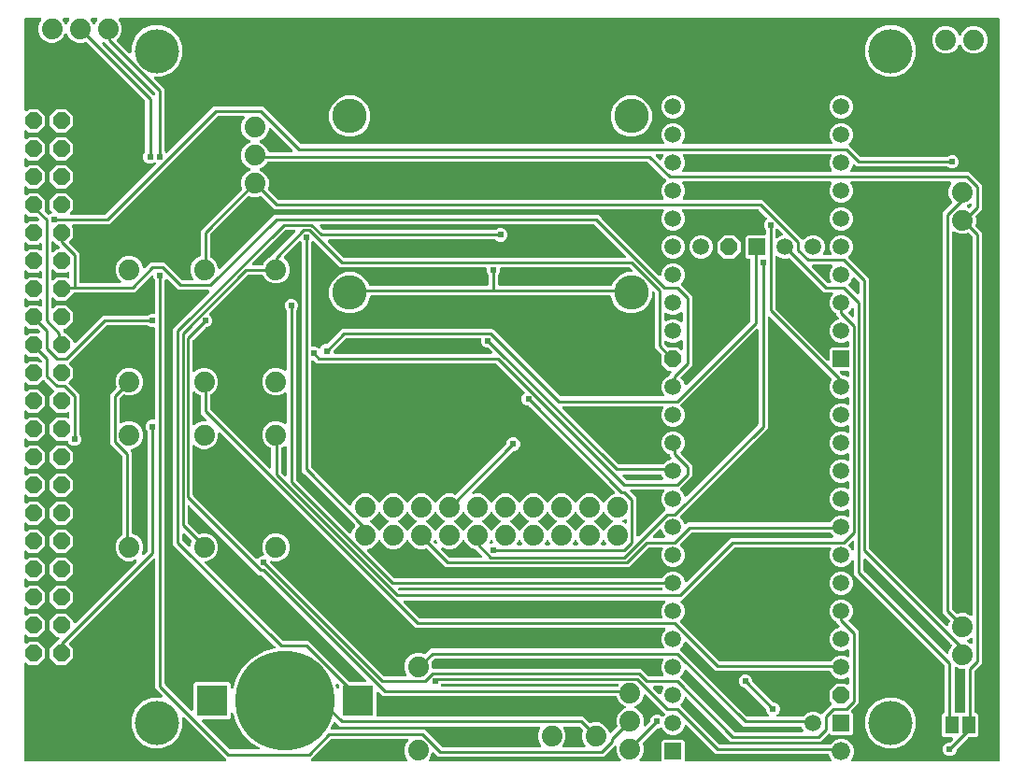
<source format=gbr>
G04 EAGLE Gerber RS-274X export*
G75*
%MOMM*%
%FSLAX34Y34*%
%LPD*%
%INBottom Copper*%
%IPPOS*%
%AMOC8*
5,1,8,0,0,1.08239X$1,22.5*%
G01*
%ADD10C,1.879600*%
%ADD11P,1.649562X8X112.500000*%
%ADD12R,2.781300X2.781300*%
%ADD13C,9.000000*%
%ADD14R,1.168400X1.600200*%
%ADD15R,1.508000X1.508000*%
%ADD16C,1.676400*%
%ADD17P,1.632244X8X22.500000*%
%ADD18C,1.508000*%
%ADD19C,0.254000*%
%ADD20C,0.609600*%
%ADD21C,4.000000*%
%ADD22C,3.116000*%

G36*
X887768Y5096D02*
X887768Y5096D01*
X887887Y5103D01*
X887925Y5116D01*
X887966Y5121D01*
X888076Y5164D01*
X888189Y5201D01*
X888224Y5223D01*
X888261Y5238D01*
X888357Y5307D01*
X888458Y5371D01*
X888486Y5401D01*
X888519Y5424D01*
X888595Y5516D01*
X888676Y5603D01*
X888696Y5638D01*
X888721Y5669D01*
X888772Y5777D01*
X888830Y5881D01*
X888840Y5921D01*
X888857Y5957D01*
X888879Y6074D01*
X888909Y6189D01*
X888913Y6249D01*
X888917Y6269D01*
X888915Y6290D01*
X888919Y6350D01*
X888919Y677650D01*
X888904Y677768D01*
X888897Y677887D01*
X888884Y677925D01*
X888879Y677966D01*
X888836Y678076D01*
X888799Y678189D01*
X888777Y678224D01*
X888762Y678261D01*
X888693Y678357D01*
X888629Y678458D01*
X888599Y678486D01*
X888576Y678519D01*
X888484Y678595D01*
X888397Y678676D01*
X888362Y678696D01*
X888331Y678721D01*
X888223Y678772D01*
X888119Y678830D01*
X888079Y678840D01*
X888043Y678857D01*
X887926Y678879D01*
X887811Y678909D01*
X887751Y678913D01*
X887731Y678917D01*
X887710Y678915D01*
X887650Y678919D01*
X91547Y678919D01*
X91409Y678902D01*
X91271Y678889D01*
X91252Y678882D01*
X91232Y678879D01*
X91103Y678828D01*
X90972Y678781D01*
X90955Y678770D01*
X90936Y678762D01*
X90824Y678681D01*
X90709Y678603D01*
X90695Y678587D01*
X90679Y678576D01*
X90590Y678468D01*
X90498Y678364D01*
X90489Y678346D01*
X90476Y678331D01*
X90417Y678205D01*
X90353Y678081D01*
X90349Y678061D01*
X90340Y678043D01*
X90314Y677906D01*
X90284Y677771D01*
X90284Y677750D01*
X90281Y677731D01*
X90289Y677592D01*
X90293Y677453D01*
X90299Y677433D01*
X90300Y677413D01*
X90343Y677281D01*
X90382Y677147D01*
X90392Y677130D01*
X90398Y677111D01*
X90473Y676993D01*
X90543Y676873D01*
X90562Y676852D01*
X90569Y676842D01*
X90584Y676828D01*
X90650Y676753D01*
X91352Y676051D01*
X93247Y671476D01*
X93247Y666524D01*
X91352Y661950D01*
X88984Y659582D01*
X88912Y659488D01*
X88833Y659399D01*
X88814Y659363D01*
X88790Y659331D01*
X88742Y659222D01*
X88688Y659116D01*
X88679Y659076D01*
X88663Y659039D01*
X88645Y658921D01*
X88618Y658805D01*
X88620Y658765D01*
X88613Y658725D01*
X88625Y658606D01*
X88628Y658487D01*
X88639Y658449D01*
X88643Y658408D01*
X88683Y658296D01*
X88717Y658182D01*
X88737Y658147D01*
X88751Y658109D01*
X88818Y658011D01*
X88878Y657908D01*
X88918Y657863D01*
X88929Y657846D01*
X88945Y657832D01*
X88984Y657787D01*
X99785Y646987D01*
X99894Y646902D01*
X100001Y646813D01*
X100020Y646805D01*
X100036Y646792D01*
X100164Y646737D01*
X100289Y646678D01*
X100309Y646674D01*
X100328Y646666D01*
X100466Y646644D01*
X100602Y646618D01*
X100622Y646619D01*
X100642Y646616D01*
X100781Y646629D01*
X100919Y646638D01*
X100938Y646644D01*
X100958Y646646D01*
X101090Y646693D01*
X101221Y646736D01*
X101239Y646746D01*
X101258Y646753D01*
X101373Y646831D01*
X101490Y646906D01*
X101504Y646921D01*
X101521Y646932D01*
X101613Y647036D01*
X101708Y647137D01*
X101718Y647155D01*
X101731Y647170D01*
X101795Y647294D01*
X101862Y647416D01*
X101867Y647436D01*
X101876Y647454D01*
X101906Y647589D01*
X101941Y647724D01*
X101943Y647752D01*
X101946Y647764D01*
X101945Y647784D01*
X101951Y647885D01*
X101951Y653585D01*
X105460Y662056D01*
X111944Y668540D01*
X120415Y672049D01*
X129585Y672049D01*
X138056Y668540D01*
X144540Y662056D01*
X148049Y653585D01*
X148049Y644415D01*
X144540Y635944D01*
X138056Y629460D01*
X129585Y625951D01*
X123885Y625951D01*
X123747Y625934D01*
X123608Y625921D01*
X123589Y625914D01*
X123569Y625911D01*
X123440Y625860D01*
X123309Y625813D01*
X123292Y625802D01*
X123273Y625794D01*
X123161Y625713D01*
X123046Y625635D01*
X123032Y625619D01*
X123016Y625608D01*
X122927Y625500D01*
X122835Y625396D01*
X122826Y625378D01*
X122813Y625363D01*
X122754Y625237D01*
X122691Y625113D01*
X122686Y625093D01*
X122678Y625075D01*
X122652Y624939D01*
X122621Y624803D01*
X122622Y624782D01*
X122618Y624763D01*
X122627Y624624D01*
X122631Y624485D01*
X122636Y624465D01*
X122638Y624445D01*
X122680Y624313D01*
X122719Y624179D01*
X122729Y624162D01*
X122736Y624143D01*
X122810Y624025D01*
X122881Y623905D01*
X122899Y623884D01*
X122906Y623874D01*
X122921Y623860D01*
X122987Y623785D01*
X132335Y614437D01*
X132335Y558041D01*
X132347Y557943D01*
X132350Y557844D01*
X132367Y557786D01*
X132375Y557726D01*
X132411Y557633D01*
X132439Y557538D01*
X132469Y557486D01*
X132492Y557430D01*
X132550Y557350D01*
X132600Y557264D01*
X132666Y557189D01*
X132678Y557173D01*
X132688Y557165D01*
X132706Y557144D01*
X132948Y556902D01*
X133042Y556829D01*
X133131Y556751D01*
X133167Y556732D01*
X133199Y556707D01*
X133308Y556660D01*
X133414Y556606D01*
X133454Y556597D01*
X133491Y556581D01*
X133609Y556562D01*
X133725Y556536D01*
X133765Y556538D01*
X133805Y556531D01*
X133924Y556542D01*
X134042Y556546D01*
X134081Y556557D01*
X134122Y556561D01*
X134234Y556601D01*
X134348Y556634D01*
X134383Y556655D01*
X134421Y556669D01*
X134519Y556735D01*
X134622Y556796D01*
X134667Y556836D01*
X134684Y556847D01*
X134697Y556862D01*
X134743Y556902D01*
X176519Y598679D01*
X221245Y598679D01*
X255163Y564760D01*
X255241Y564700D01*
X255314Y564632D01*
X255367Y564603D01*
X255414Y564566D01*
X255505Y564526D01*
X255592Y564478D01*
X255651Y564463D01*
X255706Y564439D01*
X255804Y564424D01*
X255900Y564399D01*
X256000Y564393D01*
X256020Y564389D01*
X256033Y564391D01*
X256061Y564389D01*
X583372Y564389D01*
X583510Y564406D01*
X583649Y564419D01*
X583668Y564426D01*
X583688Y564429D01*
X583817Y564480D01*
X583948Y564527D01*
X583965Y564538D01*
X583984Y564546D01*
X584096Y564627D01*
X584211Y564705D01*
X584224Y564721D01*
X584241Y564732D01*
X584330Y564840D01*
X584422Y564944D01*
X584431Y564962D01*
X584444Y564977D01*
X584503Y565103D01*
X584566Y565227D01*
X584571Y565247D01*
X584579Y565265D01*
X584605Y565402D01*
X584636Y565537D01*
X584635Y565558D01*
X584639Y565577D01*
X584630Y565716D01*
X584626Y565855D01*
X584621Y565875D01*
X584619Y565895D01*
X584576Y566027D01*
X584538Y566161D01*
X584527Y566178D01*
X584521Y566197D01*
X584447Y566315D01*
X584376Y566435D01*
X584358Y566456D01*
X584351Y566466D01*
X584336Y566480D01*
X584270Y566556D01*
X583823Y567002D01*
X582211Y570894D01*
X582211Y575106D01*
X583823Y578998D01*
X586802Y581977D01*
X590694Y583589D01*
X594906Y583589D01*
X598798Y581977D01*
X601777Y578998D01*
X603389Y575106D01*
X603389Y570894D01*
X601777Y567002D01*
X601330Y566556D01*
X601245Y566446D01*
X601156Y566339D01*
X601148Y566320D01*
X601135Y566304D01*
X601080Y566176D01*
X601021Y566051D01*
X601017Y566031D01*
X601009Y566012D01*
X600987Y565874D01*
X600961Y565738D01*
X600962Y565718D01*
X600959Y565698D01*
X600972Y565559D01*
X600981Y565421D01*
X600987Y565402D01*
X600989Y565382D01*
X601036Y565251D01*
X601079Y565119D01*
X601090Y565101D01*
X601096Y565082D01*
X601174Y564968D01*
X601249Y564850D01*
X601264Y564836D01*
X601275Y564819D01*
X601379Y564727D01*
X601481Y564632D01*
X601498Y564622D01*
X601513Y564609D01*
X601637Y564546D01*
X601759Y564478D01*
X601779Y564473D01*
X601797Y564464D01*
X601933Y564434D01*
X602067Y564399D01*
X602095Y564397D01*
X602107Y564394D01*
X602127Y564395D01*
X602228Y564389D01*
X735772Y564389D01*
X735910Y564406D01*
X736049Y564419D01*
X736068Y564426D01*
X736088Y564429D01*
X736217Y564480D01*
X736348Y564527D01*
X736365Y564538D01*
X736384Y564546D01*
X736496Y564627D01*
X736611Y564705D01*
X736624Y564721D01*
X736641Y564732D01*
X736730Y564840D01*
X736822Y564944D01*
X736831Y564962D01*
X736844Y564977D01*
X736903Y565103D01*
X736966Y565227D01*
X736971Y565247D01*
X736979Y565265D01*
X737005Y565402D01*
X737036Y565537D01*
X737035Y565558D01*
X737039Y565577D01*
X737030Y565716D01*
X737026Y565855D01*
X737021Y565875D01*
X737019Y565895D01*
X736976Y566027D01*
X736938Y566161D01*
X736927Y566178D01*
X736921Y566197D01*
X736847Y566315D01*
X736776Y566435D01*
X736758Y566456D01*
X736751Y566466D01*
X736736Y566480D01*
X736670Y566556D01*
X736223Y567002D01*
X734611Y570894D01*
X734611Y575106D01*
X736223Y578998D01*
X739202Y581977D01*
X743094Y583589D01*
X747306Y583589D01*
X751198Y581977D01*
X754177Y578998D01*
X755789Y575106D01*
X755789Y570894D01*
X754177Y567002D01*
X752478Y565303D01*
X752405Y565209D01*
X752326Y565120D01*
X752308Y565084D01*
X752283Y565052D01*
X752235Y564942D01*
X752181Y564836D01*
X752172Y564797D01*
X752156Y564760D01*
X752138Y564642D01*
X752112Y564526D01*
X752113Y564486D01*
X752107Y564446D01*
X752118Y564327D01*
X752121Y564208D01*
X752133Y564169D01*
X752136Y564129D01*
X752177Y564017D01*
X752210Y563903D01*
X752230Y563868D01*
X752244Y563830D01*
X752311Y563731D01*
X752371Y563629D01*
X752411Y563584D01*
X752423Y563567D01*
X752438Y563553D01*
X752478Y563508D01*
X754498Y561487D01*
X762655Y553330D01*
X762733Y553270D01*
X762806Y553202D01*
X762859Y553173D01*
X762906Y553136D01*
X762997Y553096D01*
X763084Y553048D01*
X763143Y553033D01*
X763198Y553009D01*
X763296Y552994D01*
X763392Y552969D01*
X763492Y552963D01*
X763512Y552959D01*
X763525Y552961D01*
X763553Y552959D01*
X840991Y552959D01*
X841089Y552971D01*
X841188Y552974D01*
X841246Y552991D01*
X841306Y552999D01*
X841399Y553035D01*
X841494Y553063D01*
X841546Y553093D01*
X841602Y553116D01*
X841682Y553174D01*
X841768Y553224D01*
X841843Y553290D01*
X841859Y553302D01*
X841867Y553312D01*
X841888Y553330D01*
X842366Y553809D01*
X844607Y554737D01*
X847033Y554737D01*
X849274Y553809D01*
X850989Y552094D01*
X851917Y549853D01*
X851917Y547427D01*
X850989Y545186D01*
X849274Y543471D01*
X847033Y542543D01*
X844607Y542543D01*
X842366Y543471D01*
X841888Y543950D01*
X841810Y544010D01*
X841738Y544078D01*
X841685Y544107D01*
X841637Y544144D01*
X841546Y544184D01*
X841460Y544232D01*
X841401Y544247D01*
X841345Y544271D01*
X841247Y544286D01*
X841152Y544311D01*
X841052Y544317D01*
X841031Y544321D01*
X841019Y544319D01*
X840991Y544321D01*
X759449Y544321D01*
X757861Y545910D01*
X757821Y545940D01*
X757788Y545977D01*
X757696Y546037D01*
X757609Y546105D01*
X757564Y546124D01*
X757522Y546152D01*
X757418Y546187D01*
X757317Y546231D01*
X757268Y546239D01*
X757221Y546255D01*
X757112Y546264D01*
X757003Y546281D01*
X756954Y546276D01*
X756904Y546280D01*
X756796Y546261D01*
X756687Y546251D01*
X756640Y546234D01*
X756591Y546226D01*
X756491Y546181D01*
X756387Y546144D01*
X756346Y546116D01*
X756301Y546095D01*
X756215Y546027D01*
X756124Y545965D01*
X756091Y545928D01*
X756053Y545897D01*
X755987Y545809D01*
X755914Y545727D01*
X755891Y545682D01*
X755861Y545643D01*
X755790Y545498D01*
X754177Y541602D01*
X753984Y541410D01*
X753899Y541300D01*
X753810Y541193D01*
X753802Y541174D01*
X753789Y541158D01*
X753734Y541031D01*
X753675Y540905D01*
X753671Y540885D01*
X753663Y540866D01*
X753641Y540729D01*
X753615Y540592D01*
X753616Y540572D01*
X753613Y540552D01*
X753626Y540414D01*
X753635Y540275D01*
X753641Y540256D01*
X753643Y540236D01*
X753690Y540104D01*
X753733Y539973D01*
X753744Y539956D01*
X753750Y539936D01*
X753829Y539821D01*
X753903Y539704D01*
X753918Y539690D01*
X753929Y539673D01*
X754033Y539581D01*
X754135Y539486D01*
X754152Y539476D01*
X754167Y539463D01*
X754292Y539399D01*
X754413Y539332D01*
X754433Y539327D01*
X754451Y539318D01*
X754587Y539288D01*
X754721Y539253D01*
X754749Y539251D01*
X754761Y539248D01*
X754781Y539249D01*
X754882Y539243D01*
X861325Y539243D01*
X872999Y527569D01*
X872999Y505703D01*
X867439Y500143D01*
X867420Y500120D01*
X867398Y500100D01*
X867323Y499994D01*
X867244Y499892D01*
X867232Y499865D01*
X867215Y499840D01*
X867169Y499719D01*
X867117Y499600D01*
X867113Y499571D01*
X867102Y499543D01*
X867088Y499414D01*
X867067Y499286D01*
X867070Y499256D01*
X867067Y499227D01*
X867085Y499099D01*
X867097Y498969D01*
X867107Y498941D01*
X867111Y498912D01*
X867163Y498760D01*
X867447Y498076D01*
X867447Y493124D01*
X866765Y491477D01*
X866757Y491449D01*
X866743Y491422D01*
X866715Y491296D01*
X866681Y491170D01*
X866680Y491141D01*
X866674Y491112D01*
X866678Y490982D01*
X866676Y490852D01*
X866682Y490824D01*
X866683Y490794D01*
X866719Y490670D01*
X866750Y490543D01*
X866764Y490517D01*
X866772Y490489D01*
X866838Y490377D01*
X866898Y490262D01*
X866918Y490240D01*
X866933Y490215D01*
X867040Y490094D01*
X872999Y484135D01*
X872999Y94223D01*
X866512Y87737D01*
X866452Y87659D01*
X866384Y87586D01*
X866355Y87533D01*
X866318Y87486D01*
X866278Y87395D01*
X866230Y87308D01*
X866215Y87249D01*
X866191Y87194D01*
X866176Y87096D01*
X866151Y87000D01*
X866145Y86900D01*
X866141Y86880D01*
X866143Y86867D01*
X866141Y86839D01*
X866141Y50319D01*
X866156Y50201D01*
X866163Y50082D01*
X866176Y50044D01*
X866181Y50003D01*
X866224Y49893D01*
X866261Y49780D01*
X866283Y49745D01*
X866298Y49708D01*
X866367Y49612D01*
X866431Y49511D01*
X866461Y49483D01*
X866484Y49450D01*
X866576Y49374D01*
X866663Y49293D01*
X866698Y49273D01*
X866729Y49248D01*
X866837Y49197D01*
X866941Y49139D01*
X866981Y49129D01*
X867017Y49112D01*
X867134Y49090D01*
X867249Y49060D01*
X867309Y49056D01*
X867329Y49052D01*
X867350Y49054D01*
X867410Y49050D01*
X867725Y49050D01*
X869511Y47264D01*
X869511Y28736D01*
X867725Y26950D01*
X861116Y26950D01*
X861017Y26938D01*
X860918Y26935D01*
X860860Y26918D01*
X860800Y26910D01*
X860708Y26874D01*
X860613Y26846D01*
X860561Y26816D01*
X860504Y26793D01*
X860424Y26735D01*
X860339Y26685D01*
X860264Y26619D01*
X860247Y26607D01*
X860239Y26597D01*
X860218Y26579D01*
X850002Y16363D01*
X849942Y16285D01*
X849874Y16212D01*
X849845Y16159D01*
X849808Y16112D01*
X849768Y16021D01*
X849720Y15934D01*
X849705Y15875D01*
X849681Y15820D01*
X849666Y15722D01*
X849641Y15626D01*
X849635Y15526D01*
X849631Y15506D01*
X849633Y15493D01*
X849631Y15465D01*
X849631Y14789D01*
X848703Y12548D01*
X846988Y10833D01*
X844747Y9905D01*
X842321Y9905D01*
X840080Y10833D01*
X838365Y12548D01*
X837437Y14789D01*
X837437Y17215D01*
X838365Y19456D01*
X840080Y21171D01*
X842321Y22099D01*
X842997Y22099D01*
X843096Y22111D01*
X843195Y22114D01*
X843253Y22131D01*
X843313Y22139D01*
X843405Y22175D01*
X843500Y22203D01*
X843552Y22233D01*
X843609Y22256D01*
X843689Y22314D01*
X843774Y22364D01*
X843849Y22430D01*
X843866Y22442D01*
X843874Y22452D01*
X843895Y22470D01*
X846208Y24784D01*
X846293Y24893D01*
X846382Y25000D01*
X846390Y25019D01*
X846403Y25035D01*
X846458Y25163D01*
X846517Y25288D01*
X846521Y25308D01*
X846529Y25327D01*
X846551Y25465D01*
X846577Y25601D01*
X846576Y25621D01*
X846579Y25641D01*
X846566Y25780D01*
X846557Y25918D01*
X846551Y25937D01*
X846549Y25957D01*
X846502Y26089D01*
X846459Y26220D01*
X846449Y26238D01*
X846442Y26257D01*
X846364Y26372D01*
X846289Y26489D01*
X846274Y26503D01*
X846263Y26520D01*
X846159Y26612D01*
X846058Y26707D01*
X846040Y26717D01*
X846025Y26730D01*
X845901Y26794D01*
X845779Y26861D01*
X845759Y26866D01*
X845741Y26875D01*
X845606Y26905D01*
X845471Y26940D01*
X845443Y26942D01*
X845431Y26945D01*
X845411Y26944D01*
X845310Y26950D01*
X838275Y26950D01*
X836489Y28736D01*
X836489Y47264D01*
X838350Y49125D01*
X838372Y49133D01*
X838485Y49170D01*
X838520Y49192D01*
X838557Y49207D01*
X838653Y49276D01*
X838754Y49340D01*
X838782Y49370D01*
X838815Y49393D01*
X838891Y49485D01*
X838972Y49572D01*
X838992Y49607D01*
X839017Y49638D01*
X839068Y49746D01*
X839126Y49850D01*
X839136Y49890D01*
X839153Y49926D01*
X839175Y50043D01*
X839205Y50158D01*
X839209Y50218D01*
X839213Y50238D01*
X839211Y50259D01*
X839215Y50319D01*
X839215Y91411D01*
X839203Y91510D01*
X839200Y91609D01*
X839183Y91667D01*
X839175Y91727D01*
X839139Y91819D01*
X839111Y91914D01*
X839081Y91966D01*
X839058Y92023D01*
X839000Y92103D01*
X838950Y92188D01*
X838884Y92263D01*
X838872Y92280D01*
X838862Y92288D01*
X838844Y92309D01*
X756919Y174233D01*
X756919Y186242D01*
X756911Y186311D01*
X756912Y186381D01*
X756891Y186469D01*
X756879Y186558D01*
X756854Y186623D01*
X756837Y186690D01*
X756795Y186770D01*
X756762Y186853D01*
X756721Y186910D01*
X756689Y186972D01*
X756628Y187038D01*
X756576Y187111D01*
X756522Y187155D01*
X756475Y187207D01*
X756400Y187256D01*
X756331Y187314D01*
X756267Y187343D01*
X756209Y187382D01*
X756124Y187411D01*
X756043Y187449D01*
X755974Y187462D01*
X755908Y187485D01*
X755819Y187492D01*
X755731Y187509D01*
X755661Y187505D01*
X755591Y187510D01*
X755503Y187495D01*
X755413Y187489D01*
X755347Y187468D01*
X755278Y187456D01*
X755196Y187419D01*
X755111Y187391D01*
X755052Y187354D01*
X754988Y187325D01*
X754918Y187269D01*
X754842Y187221D01*
X754794Y187170D01*
X754740Y187127D01*
X754685Y187055D01*
X754624Y186989D01*
X754590Y186928D01*
X754548Y186872D01*
X754477Y186728D01*
X754177Y186002D01*
X751198Y183023D01*
X747306Y181411D01*
X743094Y181411D01*
X739202Y183023D01*
X736223Y186002D01*
X734611Y189894D01*
X734611Y194106D01*
X735967Y197380D01*
X735981Y197428D01*
X736002Y197473D01*
X736022Y197581D01*
X736051Y197687D01*
X736052Y197737D01*
X736062Y197786D01*
X736055Y197895D01*
X736056Y198005D01*
X736045Y198053D01*
X736042Y198103D01*
X736008Y198207D01*
X735982Y198314D01*
X735959Y198358D01*
X735944Y198405D01*
X735885Y198498D01*
X735834Y198595D01*
X735800Y198632D01*
X735774Y198674D01*
X735694Y198749D01*
X735620Y198831D01*
X735578Y198858D01*
X735542Y198892D01*
X735446Y198945D01*
X735354Y199005D01*
X735307Y199022D01*
X735263Y199046D01*
X735157Y199073D01*
X735053Y199109D01*
X735004Y199113D01*
X734956Y199125D01*
X734795Y199135D01*
X649253Y199135D01*
X649154Y199123D01*
X649055Y199120D01*
X648997Y199103D01*
X648937Y199095D01*
X648845Y199059D01*
X648750Y199031D01*
X648698Y199001D01*
X648641Y198978D01*
X648561Y198920D01*
X648476Y198870D01*
X648401Y198804D01*
X648384Y198792D01*
X648376Y198782D01*
X648355Y198764D01*
X600696Y151105D01*
X600633Y151099D01*
X600614Y151092D01*
X600594Y151089D01*
X600465Y151038D01*
X600334Y150991D01*
X600317Y150980D01*
X600298Y150972D01*
X600186Y150891D01*
X600071Y150813D01*
X600058Y150797D01*
X600041Y150786D01*
X599952Y150678D01*
X599860Y150574D01*
X599851Y150556D01*
X599838Y150541D01*
X599779Y150415D01*
X599716Y150291D01*
X599711Y150271D01*
X599703Y150253D01*
X599677Y150116D01*
X599646Y149981D01*
X599647Y149960D01*
X599643Y149941D01*
X599652Y149802D01*
X599656Y149663D01*
X599661Y149643D01*
X599663Y149623D01*
X599706Y149491D01*
X599744Y149357D01*
X599755Y149340D01*
X599761Y149321D01*
X599835Y149203D01*
X599906Y149083D01*
X599924Y149062D01*
X599931Y149052D01*
X599946Y149038D01*
X600012Y148963D01*
X601777Y147198D01*
X603389Y143306D01*
X603389Y139094D01*
X601777Y135202D01*
X599570Y132995D01*
X599497Y132901D01*
X599418Y132812D01*
X599400Y132776D01*
X599375Y132744D01*
X599327Y132634D01*
X599273Y132528D01*
X599264Y132489D01*
X599248Y132452D01*
X599230Y132334D01*
X599204Y132218D01*
X599205Y132178D01*
X599199Y132138D01*
X599210Y132019D01*
X599213Y131900D01*
X599225Y131861D01*
X599228Y131821D01*
X599269Y131709D01*
X599302Y131595D01*
X599322Y131560D01*
X599336Y131522D01*
X599403Y131423D01*
X599463Y131321D01*
X599503Y131276D01*
X599515Y131259D01*
X599530Y131245D01*
X599570Y131200D01*
X634639Y96130D01*
X634717Y96070D01*
X634790Y96002D01*
X634843Y95973D01*
X634890Y95936D01*
X634981Y95896D01*
X635068Y95848D01*
X635127Y95833D01*
X635182Y95809D01*
X635280Y95794D01*
X635376Y95769D01*
X635476Y95763D01*
X635496Y95759D01*
X635509Y95761D01*
X635537Y95759D01*
X735110Y95759D01*
X735140Y95762D01*
X735170Y95760D01*
X735297Y95782D01*
X735426Y95799D01*
X735454Y95810D01*
X735483Y95815D01*
X735601Y95868D01*
X735722Y95916D01*
X735746Y95933D01*
X735773Y95945D01*
X735874Y96026D01*
X735979Y96102D01*
X735998Y96125D01*
X736021Y96144D01*
X736099Y96248D01*
X736182Y96347D01*
X736190Y96365D01*
X739202Y99377D01*
X743094Y100989D01*
X747306Y100989D01*
X750592Y99628D01*
X750640Y99614D01*
X750685Y99593D01*
X750793Y99573D01*
X750899Y99544D01*
X750949Y99543D01*
X750998Y99534D01*
X751107Y99540D01*
X751217Y99539D01*
X751265Y99550D01*
X751315Y99553D01*
X751419Y99587D01*
X751526Y99613D01*
X751570Y99636D01*
X751617Y99651D01*
X751710Y99710D01*
X751807Y99761D01*
X751844Y99795D01*
X751886Y99821D01*
X751961Y99902D01*
X752043Y99975D01*
X752070Y100017D01*
X752104Y100053D01*
X752157Y100149D01*
X752217Y100241D01*
X752234Y100288D01*
X752258Y100332D01*
X752285Y100438D01*
X752321Y100542D01*
X752325Y100591D01*
X752337Y100640D01*
X752347Y100800D01*
X752347Y105400D01*
X752341Y105449D01*
X752343Y105499D01*
X752325Y105588D01*
X752325Y105589D01*
X752321Y105606D01*
X752307Y105715D01*
X752289Y105762D01*
X752279Y105810D01*
X752231Y105909D01*
X752190Y106011D01*
X752161Y106051D01*
X752139Y106096D01*
X752068Y106179D01*
X752004Y106268D01*
X751965Y106300D01*
X751933Y106338D01*
X751843Y106401D01*
X751759Y106471D01*
X751714Y106492D01*
X751673Y106521D01*
X751570Y106560D01*
X751471Y106607D01*
X751422Y106616D01*
X751376Y106634D01*
X751266Y106646D01*
X751159Y106666D01*
X751109Y106663D01*
X751060Y106669D01*
X750951Y106654D01*
X750841Y106647D01*
X750794Y106631D01*
X750745Y106624D01*
X750592Y106572D01*
X747306Y105211D01*
X743094Y105211D01*
X739202Y106823D01*
X736223Y109802D01*
X734611Y113694D01*
X734611Y117906D01*
X736223Y121798D01*
X739202Y124777D01*
X742918Y126316D01*
X742962Y126341D01*
X743008Y126357D01*
X743099Y126419D01*
X743195Y126474D01*
X743230Y126508D01*
X743271Y126536D01*
X743344Y126618D01*
X743423Y126695D01*
X743449Y126737D01*
X743482Y126775D01*
X743532Y126872D01*
X743589Y126966D01*
X743604Y127014D01*
X743627Y127058D01*
X743651Y127165D01*
X743683Y127270D01*
X743685Y127320D01*
X743696Y127368D01*
X743693Y127478D01*
X743698Y127588D01*
X743688Y127636D01*
X743687Y127686D01*
X743656Y127792D01*
X743634Y127899D01*
X743612Y127944D01*
X743598Y127991D01*
X743542Y128086D01*
X743494Y128185D01*
X743462Y128223D01*
X743437Y128265D01*
X743330Y128386D01*
X740900Y130817D01*
X740894Y130852D01*
X740877Y130980D01*
X740867Y131008D01*
X740862Y131037D01*
X740808Y131155D01*
X740760Y131276D01*
X740743Y131300D01*
X740731Y131327D01*
X740650Y131428D01*
X740574Y131533D01*
X740551Y131552D01*
X740532Y131575D01*
X740429Y131653D01*
X740329Y131736D01*
X740302Y131749D01*
X740278Y131766D01*
X740134Y131837D01*
X739202Y132223D01*
X736223Y135202D01*
X734611Y139094D01*
X734611Y143306D01*
X736223Y147198D01*
X739202Y150177D01*
X743094Y151789D01*
X747306Y151789D01*
X751198Y150177D01*
X754177Y147198D01*
X755789Y143306D01*
X755789Y139094D01*
X754177Y135202D01*
X752351Y133376D01*
X752278Y133282D01*
X752199Y133193D01*
X752181Y133157D01*
X752156Y133125D01*
X752108Y133015D01*
X752054Y132909D01*
X752045Y132870D01*
X752029Y132833D01*
X752011Y132715D01*
X751985Y132599D01*
X751986Y132559D01*
X751980Y132519D01*
X751991Y132400D01*
X751994Y132281D01*
X752006Y132242D01*
X752009Y132202D01*
X752050Y132090D01*
X752083Y131976D01*
X752103Y131941D01*
X752117Y131903D01*
X752184Y131804D01*
X752244Y131702D01*
X752284Y131657D01*
X752296Y131640D01*
X752311Y131626D01*
X752351Y131581D01*
X758083Y125848D01*
X760985Y122947D01*
X760985Y57647D01*
X754662Y51324D01*
X754589Y51230D01*
X754510Y51141D01*
X754492Y51105D01*
X754467Y51073D01*
X754420Y50964D01*
X754366Y50858D01*
X754357Y50819D01*
X754341Y50781D01*
X754322Y50663D01*
X754296Y50548D01*
X754297Y50507D01*
X754291Y50467D01*
X754302Y50349D01*
X754306Y50230D01*
X754317Y50191D01*
X754321Y50151D01*
X754361Y50039D01*
X754394Y49924D01*
X754415Y49889D01*
X754428Y49851D01*
X754495Y49753D01*
X754556Y49650D01*
X754595Y49605D01*
X754607Y49588D01*
X754622Y49575D01*
X754662Y49529D01*
X755789Y48403D01*
X755789Y30797D01*
X754003Y29011D01*
X736397Y29011D01*
X735271Y30138D01*
X735176Y30211D01*
X735164Y30223D01*
X735162Y30224D01*
X735087Y30290D01*
X735051Y30308D01*
X735019Y30333D01*
X734910Y30380D01*
X734804Y30434D01*
X734765Y30443D01*
X734727Y30459D01*
X734610Y30478D01*
X734494Y30504D01*
X734453Y30503D01*
X734413Y30509D01*
X734295Y30498D01*
X734176Y30494D01*
X734137Y30483D01*
X734097Y30479D01*
X733985Y30439D01*
X733870Y30406D01*
X733836Y30385D01*
X733797Y30372D01*
X733699Y30305D01*
X733596Y30244D01*
X733551Y30204D01*
X733534Y30193D01*
X733521Y30178D01*
X733476Y30138D01*
X726451Y23113D01*
X645149Y23113D01*
X605312Y62951D01*
X605273Y62981D01*
X605239Y63018D01*
X605147Y63078D01*
X605061Y63146D01*
X605015Y63165D01*
X604973Y63193D01*
X604870Y63228D01*
X604769Y63272D01*
X604720Y63280D01*
X604673Y63296D01*
X604563Y63304D01*
X604455Y63322D01*
X604405Y63317D01*
X604356Y63321D01*
X604247Y63302D01*
X604138Y63292D01*
X604091Y63275D01*
X604042Y63267D01*
X603942Y63221D01*
X603839Y63184D01*
X603798Y63156D01*
X603752Y63136D01*
X603667Y63067D01*
X603576Y63006D01*
X603543Y62968D01*
X603504Y62937D01*
X603438Y62850D01*
X603365Y62767D01*
X603342Y62723D01*
X603313Y62683D01*
X603242Y62539D01*
X601777Y59002D01*
X599951Y57176D01*
X599878Y57082D01*
X599799Y56993D01*
X599781Y56957D01*
X599756Y56925D01*
X599708Y56815D01*
X599654Y56709D01*
X599645Y56670D01*
X599629Y56633D01*
X599611Y56515D01*
X599585Y56399D01*
X599586Y56359D01*
X599580Y56319D01*
X599591Y56200D01*
X599594Y56081D01*
X599606Y56042D01*
X599609Y56002D01*
X599650Y55890D01*
X599683Y55776D01*
X599703Y55741D01*
X599717Y55703D01*
X599784Y55604D01*
X599844Y55502D01*
X599884Y55457D01*
X599896Y55440D01*
X599911Y55426D01*
X599951Y55381D01*
X601336Y53995D01*
X634639Y20692D01*
X634717Y20632D01*
X634790Y20564D01*
X634843Y20535D01*
X634890Y20498D01*
X634981Y20458D01*
X635068Y20410D01*
X635127Y20395D01*
X635182Y20371D01*
X635280Y20356D01*
X635376Y20331D01*
X635476Y20325D01*
X635496Y20321D01*
X635509Y20323D01*
X635537Y20321D01*
X734630Y20321D01*
X734728Y20333D01*
X734827Y20336D01*
X734885Y20353D01*
X734945Y20361D01*
X735037Y20397D01*
X735132Y20425D01*
X735184Y20455D01*
X735241Y20478D01*
X735321Y20536D01*
X735406Y20586D01*
X735481Y20652D01*
X735498Y20664D01*
X735506Y20674D01*
X735527Y20692D01*
X738725Y23891D01*
X742926Y25631D01*
X747474Y25631D01*
X751675Y23891D01*
X754891Y20675D01*
X756631Y16474D01*
X756631Y11926D01*
X754891Y7725D01*
X754413Y7248D01*
X754328Y7138D01*
X754239Y7031D01*
X754230Y7012D01*
X754218Y6996D01*
X754163Y6868D01*
X754104Y6743D01*
X754100Y6723D01*
X754092Y6704D01*
X754070Y6566D01*
X754044Y6430D01*
X754045Y6410D01*
X754042Y6390D01*
X754055Y6251D01*
X754064Y6113D01*
X754070Y6094D01*
X754072Y6074D01*
X754119Y5943D01*
X754162Y5811D01*
X754172Y5793D01*
X754179Y5774D01*
X754257Y5660D01*
X754332Y5542D01*
X754346Y5528D01*
X754358Y5511D01*
X754462Y5419D01*
X754563Y5324D01*
X754581Y5314D01*
X754596Y5301D01*
X754720Y5238D01*
X754842Y5170D01*
X754861Y5165D01*
X754879Y5156D01*
X755015Y5126D01*
X755150Y5091D01*
X755178Y5089D01*
X755190Y5086D01*
X755210Y5087D01*
X755310Y5081D01*
X887650Y5081D01*
X887768Y5096D01*
G37*
G36*
X187053Y5098D02*
X187053Y5098D01*
X187192Y5111D01*
X187211Y5118D01*
X187231Y5121D01*
X187360Y5172D01*
X187491Y5219D01*
X187508Y5230D01*
X187527Y5238D01*
X187639Y5319D01*
X187754Y5397D01*
X187768Y5413D01*
X187784Y5424D01*
X187873Y5532D01*
X187965Y5636D01*
X187974Y5654D01*
X187987Y5669D01*
X188046Y5795D01*
X188109Y5919D01*
X188114Y5939D01*
X188122Y5957D01*
X188148Y6093D01*
X188179Y6229D01*
X188178Y6250D01*
X188182Y6269D01*
X188173Y6408D01*
X188169Y6547D01*
X188164Y6567D01*
X188162Y6587D01*
X188120Y6719D01*
X188081Y6853D01*
X188071Y6870D01*
X188064Y6889D01*
X187990Y7007D01*
X187919Y7127D01*
X187901Y7148D01*
X187894Y7158D01*
X187879Y7172D01*
X187813Y7247D01*
X150215Y44845D01*
X150106Y44930D01*
X149999Y45019D01*
X149980Y45027D01*
X149964Y45040D01*
X149836Y45095D01*
X149711Y45154D01*
X149691Y45158D01*
X149672Y45166D01*
X149534Y45188D01*
X149398Y45214D01*
X149378Y45213D01*
X149358Y45216D01*
X149219Y45203D01*
X149081Y45194D01*
X149062Y45188D01*
X149042Y45186D01*
X148910Y45139D01*
X148779Y45096D01*
X148761Y45086D01*
X148742Y45079D01*
X148627Y45001D01*
X148510Y44926D01*
X148496Y44911D01*
X148479Y44900D01*
X148387Y44796D01*
X148292Y44695D01*
X148282Y44677D01*
X148269Y44662D01*
X148205Y44538D01*
X148138Y44416D01*
X148133Y44396D01*
X148124Y44378D01*
X148094Y44243D01*
X148059Y44108D01*
X148057Y44080D01*
X148054Y44068D01*
X148055Y44048D01*
X148049Y43947D01*
X148049Y35415D01*
X144540Y26944D01*
X138056Y20460D01*
X129585Y16951D01*
X120415Y16951D01*
X111944Y20460D01*
X105460Y26944D01*
X101951Y35415D01*
X101951Y44585D01*
X105460Y53056D01*
X111944Y59540D01*
X120415Y63049D01*
X128947Y63049D01*
X129085Y63066D01*
X129224Y63079D01*
X129243Y63086D01*
X129263Y63089D01*
X129392Y63140D01*
X129523Y63187D01*
X129540Y63198D01*
X129559Y63206D01*
X129671Y63287D01*
X129786Y63365D01*
X129800Y63381D01*
X129816Y63392D01*
X129905Y63500D01*
X129997Y63604D01*
X130006Y63622D01*
X130019Y63637D01*
X130078Y63763D01*
X130141Y63887D01*
X130146Y63907D01*
X130154Y63925D01*
X130180Y64061D01*
X130211Y64197D01*
X130210Y64218D01*
X130214Y64237D01*
X130205Y64376D01*
X130201Y64515D01*
X130196Y64535D01*
X130194Y64555D01*
X130152Y64687D01*
X130113Y64821D01*
X130103Y64838D01*
X130096Y64857D01*
X130022Y64975D01*
X129951Y65095D01*
X129933Y65116D01*
X129926Y65126D01*
X129911Y65140D01*
X129845Y65215D01*
X126599Y68462D01*
X123697Y71363D01*
X123697Y187677D01*
X123680Y187815D01*
X123667Y187954D01*
X123660Y187973D01*
X123657Y187993D01*
X123606Y188122D01*
X123559Y188253D01*
X123548Y188270D01*
X123540Y188289D01*
X123459Y188401D01*
X123381Y188516D01*
X123365Y188530D01*
X123354Y188546D01*
X123246Y188635D01*
X123142Y188727D01*
X123124Y188736D01*
X123109Y188749D01*
X122983Y188808D01*
X122859Y188871D01*
X122839Y188876D01*
X122821Y188884D01*
X122685Y188910D01*
X122549Y188941D01*
X122528Y188940D01*
X122509Y188944D01*
X122370Y188935D01*
X122231Y188931D01*
X122211Y188926D01*
X122191Y188924D01*
X122059Y188882D01*
X121925Y188843D01*
X121908Y188833D01*
X121889Y188826D01*
X121771Y188752D01*
X121651Y188681D01*
X121630Y188663D01*
X121620Y188656D01*
X121606Y188641D01*
X121531Y188575D01*
X45869Y112914D01*
X45796Y112819D01*
X45717Y112730D01*
X45699Y112694D01*
X45674Y112662D01*
X45627Y112553D01*
X45573Y112447D01*
X45564Y112408D01*
X45548Y112370D01*
X45529Y112253D01*
X45503Y112137D01*
X45504Y112096D01*
X45498Y112056D01*
X45509Y111938D01*
X45513Y111819D01*
X45524Y111780D01*
X45528Y111740D01*
X45568Y111628D01*
X45601Y111513D01*
X45622Y111479D01*
X45635Y111440D01*
X45702Y111342D01*
X45763Y111239D01*
X45803Y111194D01*
X45814Y111177D01*
X45829Y111164D01*
X45869Y111119D01*
X49369Y107619D01*
X49369Y98781D01*
X43119Y92531D01*
X34281Y92531D01*
X28031Y98781D01*
X28031Y107619D01*
X34303Y113891D01*
X34339Y113901D01*
X34399Y113909D01*
X34491Y113945D01*
X34586Y113973D01*
X34638Y114003D01*
X34695Y114026D01*
X34775Y114084D01*
X34860Y114134D01*
X34935Y114200D01*
X34952Y114212D01*
X34960Y114222D01*
X34981Y114240D01*
X36505Y115765D01*
X36590Y115874D01*
X36679Y115981D01*
X36687Y116000D01*
X36700Y116016D01*
X36755Y116143D01*
X36814Y116269D01*
X36818Y116289D01*
X36826Y116308D01*
X36848Y116446D01*
X36874Y116582D01*
X36873Y116602D01*
X36876Y116622D01*
X36863Y116761D01*
X36854Y116899D01*
X36848Y116918D01*
X36846Y116938D01*
X36799Y117070D01*
X36756Y117201D01*
X36746Y117219D01*
X36739Y117238D01*
X36661Y117353D01*
X36586Y117470D01*
X36571Y117484D01*
X36560Y117501D01*
X36456Y117593D01*
X36355Y117688D01*
X36337Y117698D01*
X36322Y117711D01*
X36198Y117775D01*
X36076Y117842D01*
X36056Y117847D01*
X36038Y117856D01*
X35903Y117886D01*
X35768Y117921D01*
X35740Y117923D01*
X35728Y117926D01*
X35708Y117925D01*
X35607Y117931D01*
X34281Y117931D01*
X28031Y124181D01*
X28031Y133019D01*
X34281Y139269D01*
X43119Y139269D01*
X49369Y133019D01*
X49369Y131693D01*
X49386Y131555D01*
X49399Y131416D01*
X49406Y131397D01*
X49409Y131377D01*
X49460Y131248D01*
X49507Y131117D01*
X49518Y131100D01*
X49526Y131081D01*
X49607Y130969D01*
X49685Y130854D01*
X49701Y130840D01*
X49712Y130824D01*
X49820Y130735D01*
X49924Y130643D01*
X49942Y130634D01*
X49957Y130621D01*
X50083Y130562D01*
X50207Y130499D01*
X50227Y130494D01*
X50245Y130486D01*
X50381Y130460D01*
X50517Y130429D01*
X50538Y130430D01*
X50557Y130426D01*
X50696Y130435D01*
X50835Y130439D01*
X50855Y130444D01*
X50875Y130446D01*
X51007Y130488D01*
X51141Y130527D01*
X51158Y130537D01*
X51177Y130544D01*
X51295Y130618D01*
X51415Y130689D01*
X51436Y130707D01*
X51446Y130714D01*
X51460Y130729D01*
X51535Y130795D01*
X106530Y185789D01*
X106573Y185845D01*
X106623Y185893D01*
X106670Y185970D01*
X106725Y186041D01*
X106753Y186105D01*
X106789Y186164D01*
X106815Y186250D01*
X106851Y186333D01*
X106862Y186402D01*
X106883Y186468D01*
X106887Y186558D01*
X106901Y186647D01*
X106894Y186716D01*
X106898Y186786D01*
X106880Y186874D01*
X106871Y186963D01*
X106847Y187029D01*
X106833Y187097D01*
X106794Y187178D01*
X106764Y187263D01*
X106724Y187320D01*
X106694Y187383D01*
X106636Y187451D01*
X106585Y187526D01*
X106532Y187572D01*
X106487Y187625D01*
X106414Y187677D01*
X106346Y187736D01*
X106284Y187768D01*
X106227Y187808D01*
X106143Y187840D01*
X106063Y187881D01*
X105995Y187896D01*
X105930Y187921D01*
X105841Y187931D01*
X105753Y187950D01*
X105683Y187948D01*
X105614Y187956D01*
X105525Y187943D01*
X105435Y187941D01*
X105368Y187921D01*
X105299Y187912D01*
X105147Y187860D01*
X102476Y186753D01*
X97524Y186753D01*
X92950Y188648D01*
X89448Y192150D01*
X87553Y196724D01*
X87553Y201676D01*
X89448Y206250D01*
X92949Y209752D01*
X93196Y209854D01*
X93221Y209868D01*
X93249Y209878D01*
X93359Y209947D01*
X93472Y210011D01*
X93493Y210032D01*
X93518Y210048D01*
X93607Y210142D01*
X93700Y210233D01*
X93716Y210258D01*
X93736Y210279D01*
X93799Y210393D01*
X93867Y210504D01*
X93875Y210532D01*
X93890Y210558D01*
X93922Y210683D01*
X93960Y210808D01*
X93962Y210837D01*
X93969Y210866D01*
X93979Y211026D01*
X93979Y281149D01*
X93967Y281248D01*
X93964Y281347D01*
X93947Y281405D01*
X93939Y281465D01*
X93903Y281557D01*
X93875Y281652D01*
X93845Y281704D01*
X93822Y281761D01*
X93764Y281841D01*
X93714Y281926D01*
X93648Y282001D01*
X93636Y282018D01*
X93626Y282026D01*
X93608Y282047D01*
X82549Y293105D01*
X82549Y337831D01*
X88093Y343374D01*
X88111Y343398D01*
X88133Y343417D01*
X88208Y343523D01*
X88288Y343626D01*
X88299Y343653D01*
X88316Y343677D01*
X88362Y343798D01*
X88414Y343917D01*
X88419Y343947D01*
X88429Y343974D01*
X88443Y344103D01*
X88464Y344232D01*
X88461Y344261D01*
X88464Y344290D01*
X88446Y344419D01*
X88434Y344548D01*
X88424Y344576D01*
X88420Y344605D01*
X88368Y344758D01*
X87553Y346724D01*
X87553Y351676D01*
X89448Y356250D01*
X92950Y359752D01*
X97524Y361647D01*
X102476Y361647D01*
X107050Y359752D01*
X110552Y356250D01*
X112447Y351676D01*
X112447Y346724D01*
X110552Y342150D01*
X107050Y338648D01*
X102476Y336753D01*
X97524Y336753D01*
X95594Y337553D01*
X95566Y337560D01*
X95540Y337574D01*
X95413Y337602D01*
X95288Y337637D01*
X95258Y337637D01*
X95229Y337644D01*
X95099Y337640D01*
X94970Y337642D01*
X94941Y337635D01*
X94911Y337634D01*
X94787Y337598D01*
X94660Y337567D01*
X94634Y337554D01*
X94606Y337545D01*
X94494Y337480D01*
X94379Y337419D01*
X94357Y337399D01*
X94332Y337384D01*
X94211Y337278D01*
X91558Y334625D01*
X91498Y334547D01*
X91430Y334474D01*
X91401Y334421D01*
X91364Y334374D01*
X91324Y334283D01*
X91276Y334196D01*
X91261Y334137D01*
X91237Y334082D01*
X91222Y333984D01*
X91197Y333888D01*
X91191Y333788D01*
X91187Y333768D01*
X91189Y333755D01*
X91187Y333727D01*
X91187Y312521D01*
X91193Y312472D01*
X91191Y312422D01*
X91213Y312315D01*
X91227Y312206D01*
X91245Y312160D01*
X91255Y312111D01*
X91303Y312012D01*
X91344Y311910D01*
X91373Y311870D01*
X91395Y311825D01*
X91466Y311742D01*
X91530Y311653D01*
X91569Y311621D01*
X91601Y311583D01*
X91691Y311520D01*
X91775Y311450D01*
X91820Y311429D01*
X91861Y311400D01*
X91964Y311361D01*
X92063Y311314D01*
X92112Y311305D01*
X92158Y311287D01*
X92268Y311275D01*
X92375Y311255D01*
X92425Y311258D01*
X92474Y311252D01*
X92583Y311267D01*
X92693Y311274D01*
X92740Y311290D01*
X92789Y311297D01*
X92942Y311349D01*
X97524Y313247D01*
X102476Y313247D01*
X107050Y311352D01*
X110552Y307850D01*
X112447Y303276D01*
X112447Y298324D01*
X110552Y293750D01*
X107050Y290248D01*
X102431Y288335D01*
X102304Y288323D01*
X102285Y288316D01*
X102265Y288313D01*
X102136Y288262D01*
X102005Y288215D01*
X101988Y288204D01*
X101969Y288196D01*
X101857Y288115D01*
X101742Y288037D01*
X101728Y288021D01*
X101712Y288010D01*
X101623Y287902D01*
X101531Y287798D01*
X101522Y287780D01*
X101509Y287765D01*
X101450Y287639D01*
X101387Y287515D01*
X101382Y287495D01*
X101374Y287477D01*
X101348Y287340D01*
X101317Y287205D01*
X101318Y287184D01*
X101314Y287165D01*
X101323Y287026D01*
X101327Y286887D01*
X101332Y286867D01*
X101334Y286847D01*
X101376Y286715D01*
X101415Y286581D01*
X101425Y286564D01*
X101432Y286545D01*
X101506Y286427D01*
X101577Y286307D01*
X101595Y286286D01*
X101602Y286276D01*
X101617Y286262D01*
X101683Y286187D01*
X102617Y285253D01*
X102617Y212436D01*
X102620Y212407D01*
X102618Y212378D01*
X102640Y212250D01*
X102657Y212121D01*
X102667Y212094D01*
X102672Y212064D01*
X102726Y211946D01*
X102774Y211825D01*
X102791Y211801D01*
X102803Y211774D01*
X102884Y211673D01*
X102960Y211568D01*
X102983Y211549D01*
X103002Y211526D01*
X103105Y211448D01*
X103205Y211365D01*
X103232Y211352D01*
X103256Y211335D01*
X103400Y211264D01*
X107050Y209752D01*
X110552Y206250D01*
X112447Y201676D01*
X112447Y196724D01*
X111340Y194053D01*
X111322Y193986D01*
X111294Y193922D01*
X111280Y193833D01*
X111257Y193747D01*
X111255Y193677D01*
X111244Y193608D01*
X111253Y193518D01*
X111251Y193429D01*
X111268Y193361D01*
X111274Y193291D01*
X111305Y193207D01*
X111326Y193119D01*
X111358Y193058D01*
X111382Y192992D01*
X111432Y192918D01*
X111474Y192838D01*
X111521Y192787D01*
X111560Y192729D01*
X111628Y192669D01*
X111688Y192603D01*
X111747Y192565D01*
X111799Y192518D01*
X111879Y192478D01*
X111954Y192428D01*
X112020Y192406D01*
X112082Y192374D01*
X112170Y192354D01*
X112255Y192325D01*
X112324Y192319D01*
X112392Y192304D01*
X112482Y192307D01*
X112572Y192300D01*
X112641Y192312D01*
X112710Y192314D01*
X112797Y192339D01*
X112885Y192354D01*
X112949Y192383D01*
X113016Y192402D01*
X113093Y192448D01*
X113175Y192485D01*
X113230Y192528D01*
X113290Y192564D01*
X113411Y192670D01*
X116468Y195727D01*
X116528Y195805D01*
X116596Y195878D01*
X116625Y195931D01*
X116662Y195978D01*
X116702Y196069D01*
X116750Y196156D01*
X116765Y196215D01*
X116789Y196270D01*
X116804Y196368D01*
X116829Y196464D01*
X116835Y196564D01*
X116839Y196584D01*
X116837Y196597D01*
X116839Y196625D01*
X116839Y303781D01*
X116827Y303879D01*
X116824Y303978D01*
X116807Y304036D01*
X116799Y304096D01*
X116763Y304189D01*
X116735Y304284D01*
X116705Y304336D01*
X116682Y304392D01*
X116624Y304472D01*
X116574Y304558D01*
X116508Y304633D01*
X116496Y304649D01*
X116486Y304657D01*
X116468Y304678D01*
X115989Y305156D01*
X115061Y307397D01*
X115061Y309823D01*
X115989Y312064D01*
X117704Y313779D01*
X119945Y314707D01*
X122428Y314707D01*
X122546Y314722D01*
X122665Y314729D01*
X122703Y314742D01*
X122744Y314747D01*
X122854Y314790D01*
X122967Y314827D01*
X123002Y314849D01*
X123039Y314864D01*
X123135Y314933D01*
X123236Y314997D01*
X123264Y315027D01*
X123297Y315050D01*
X123373Y315142D01*
X123454Y315229D01*
X123474Y315264D01*
X123499Y315295D01*
X123550Y315403D01*
X123608Y315507D01*
X123618Y315547D01*
X123635Y315583D01*
X123657Y315700D01*
X123687Y315815D01*
X123691Y315875D01*
X123695Y315895D01*
X123693Y315916D01*
X123697Y315976D01*
X123697Y397256D01*
X123682Y397374D01*
X123675Y397493D01*
X123662Y397531D01*
X123657Y397572D01*
X123614Y397682D01*
X123577Y397795D01*
X123555Y397830D01*
X123540Y397867D01*
X123471Y397963D01*
X123407Y398064D01*
X123377Y398092D01*
X123354Y398125D01*
X123262Y398201D01*
X123175Y398282D01*
X123140Y398302D01*
X123109Y398327D01*
X123001Y398378D01*
X122897Y398436D01*
X122857Y398446D01*
X122821Y398463D01*
X122704Y398485D01*
X122589Y398515D01*
X122529Y398519D01*
X122509Y398523D01*
X122488Y398521D01*
X122428Y398525D01*
X119945Y398525D01*
X117705Y399453D01*
X117226Y399931D01*
X117148Y399992D01*
X117076Y400060D01*
X117023Y400089D01*
X116975Y400126D01*
X116884Y400166D01*
X116798Y400214D01*
X116739Y400229D01*
X116683Y400253D01*
X116585Y400268D01*
X116490Y400293D01*
X116390Y400299D01*
X116369Y400303D01*
X116357Y400301D01*
X116329Y400303D01*
X80039Y400303D01*
X79940Y400291D01*
X79841Y400288D01*
X79783Y400271D01*
X79723Y400263D01*
X79631Y400227D01*
X79536Y400199D01*
X79484Y400169D01*
X79427Y400146D01*
X79347Y400088D01*
X79262Y400038D01*
X79187Y399972D01*
X79170Y399960D01*
X79162Y399950D01*
X79141Y399932D01*
X48124Y368915D01*
X45996Y366787D01*
X45923Y366692D01*
X45844Y366603D01*
X45826Y366567D01*
X45801Y366535D01*
X45754Y366426D01*
X45700Y366320D01*
X45691Y366281D01*
X45675Y366243D01*
X45656Y366126D01*
X45630Y366010D01*
X45631Y365969D01*
X45625Y365929D01*
X45636Y365811D01*
X45640Y365692D01*
X45651Y365653D01*
X45655Y365613D01*
X45695Y365501D01*
X45728Y365386D01*
X45749Y365352D01*
X45762Y365313D01*
X45829Y365215D01*
X45890Y365112D01*
X45930Y365067D01*
X45941Y365050D01*
X45956Y365037D01*
X45996Y364992D01*
X49369Y361619D01*
X49369Y352781D01*
X45412Y348824D01*
X45339Y348730D01*
X45260Y348641D01*
X45242Y348605D01*
X45217Y348573D01*
X45170Y348464D01*
X45116Y348358D01*
X45107Y348318D01*
X45091Y348281D01*
X45072Y348163D01*
X45046Y348047D01*
X45047Y348007D01*
X45041Y347967D01*
X45052Y347848D01*
X45056Y347730D01*
X45067Y347691D01*
X45071Y347651D01*
X45111Y347538D01*
X45144Y347424D01*
X45165Y347389D01*
X45178Y347351D01*
X45245Y347253D01*
X45306Y347150D01*
X45346Y347105D01*
X45357Y347088D01*
X45372Y347075D01*
X45412Y347029D01*
X45839Y346603D01*
X54611Y337831D01*
X54611Y302009D01*
X54623Y301911D01*
X54626Y301812D01*
X54643Y301754D01*
X54651Y301694D01*
X54687Y301602D01*
X54715Y301506D01*
X54745Y301454D01*
X54768Y301398D01*
X54826Y301318D01*
X54876Y301232D01*
X54942Y301157D01*
X54954Y301141D01*
X54964Y301133D01*
X54983Y301112D01*
X55461Y300633D01*
X56389Y298393D01*
X56389Y295967D01*
X55461Y293726D01*
X53746Y292011D01*
X51505Y291083D01*
X49079Y291083D01*
X46838Y292011D01*
X45123Y293726D01*
X44618Y294948D01*
X44603Y294973D01*
X44594Y295001D01*
X44524Y295111D01*
X44460Y295224D01*
X44440Y295245D01*
X44424Y295270D01*
X44329Y295359D01*
X44239Y295452D01*
X44214Y295468D01*
X44192Y295488D01*
X44078Y295551D01*
X43968Y295619D01*
X43939Y295627D01*
X43914Y295642D01*
X43788Y295674D01*
X43664Y295712D01*
X43634Y295714D01*
X43606Y295721D01*
X43445Y295731D01*
X34281Y295731D01*
X28031Y301981D01*
X28031Y310819D01*
X34281Y317069D01*
X43119Y317069D01*
X43807Y316381D01*
X43898Y316310D01*
X43919Y316290D01*
X43932Y316284D01*
X44023Y316207D01*
X44042Y316199D01*
X44058Y316186D01*
X44185Y316131D01*
X44311Y316072D01*
X44331Y316068D01*
X44350Y316060D01*
X44488Y316038D01*
X44624Y316012D01*
X44644Y316013D01*
X44664Y316010D01*
X44803Y316023D01*
X44941Y316032D01*
X44960Y316038D01*
X44980Y316040D01*
X45112Y316087D01*
X45243Y316130D01*
X45261Y316141D01*
X45280Y316148D01*
X45395Y316226D01*
X45512Y316300D01*
X45526Y316315D01*
X45543Y316326D01*
X45635Y316430D01*
X45730Y316532D01*
X45740Y316549D01*
X45753Y316565D01*
X45816Y316688D01*
X45884Y316810D01*
X45889Y316830D01*
X45898Y316848D01*
X45928Y316984D01*
X45963Y317118D01*
X45965Y317146D01*
X45968Y317158D01*
X45967Y317179D01*
X45970Y317234D01*
X45971Y317236D01*
X45971Y317237D01*
X45973Y317279D01*
X45973Y320921D01*
X45956Y321059D01*
X45943Y321198D01*
X45936Y321217D01*
X45933Y321237D01*
X45882Y321366D01*
X45835Y321497D01*
X45824Y321514D01*
X45816Y321532D01*
X45735Y321645D01*
X45657Y321760D01*
X45641Y321773D01*
X45630Y321790D01*
X45522Y321879D01*
X45418Y321970D01*
X45400Y321980D01*
X45385Y321993D01*
X45259Y322052D01*
X45135Y322115D01*
X45115Y322119D01*
X45097Y322128D01*
X44960Y322154D01*
X44825Y322185D01*
X44804Y322184D01*
X44785Y322188D01*
X44646Y322179D01*
X44507Y322175D01*
X44487Y322169D01*
X44467Y322168D01*
X44335Y322125D01*
X44201Y322087D01*
X44184Y322076D01*
X44165Y322070D01*
X44047Y321996D01*
X43927Y321925D01*
X43906Y321907D01*
X43896Y321900D01*
X43882Y321885D01*
X43807Y321819D01*
X43119Y321131D01*
X34281Y321131D01*
X28031Y327381D01*
X28031Y336219D01*
X31693Y339881D01*
X31766Y339975D01*
X31845Y340064D01*
X31863Y340100D01*
X31888Y340132D01*
X31935Y340241D01*
X31989Y340347D01*
X31998Y340387D01*
X32014Y340424D01*
X32033Y340542D01*
X32059Y340657D01*
X32058Y340698D01*
X32064Y340738D01*
X32053Y340856D01*
X32049Y340975D01*
X32038Y341014D01*
X32034Y341054D01*
X31994Y341167D01*
X31961Y341281D01*
X31940Y341316D01*
X31927Y341354D01*
X31860Y341452D01*
X31799Y341555D01*
X31759Y341600D01*
X31748Y341617D01*
X31733Y341630D01*
X31693Y341676D01*
X23729Y349639D01*
X23176Y350193D01*
X23081Y350266D01*
X22992Y350345D01*
X22956Y350363D01*
X22924Y350388D01*
X22815Y350435D01*
X22709Y350489D01*
X22670Y350498D01*
X22633Y350514D01*
X22515Y350533D01*
X22399Y350559D01*
X22358Y350558D01*
X22318Y350564D01*
X22200Y350553D01*
X22081Y350549D01*
X22042Y350538D01*
X22002Y350534D01*
X21890Y350494D01*
X21775Y350461D01*
X21741Y350440D01*
X21703Y350427D01*
X21604Y350360D01*
X21501Y350299D01*
X21456Y350259D01*
X21439Y350248D01*
X21426Y350233D01*
X21381Y350193D01*
X17719Y346531D01*
X8881Y346531D01*
X7247Y348165D01*
X7138Y348250D01*
X7031Y348339D01*
X7012Y348347D01*
X6996Y348360D01*
X6868Y348415D01*
X6743Y348474D01*
X6723Y348478D01*
X6704Y348486D01*
X6566Y348508D01*
X6430Y348534D01*
X6410Y348533D01*
X6390Y348536D01*
X6251Y348523D01*
X6113Y348514D01*
X6094Y348508D01*
X6074Y348506D01*
X5942Y348459D01*
X5811Y348416D01*
X5793Y348405D01*
X5774Y348398D01*
X5659Y348320D01*
X5542Y348246D01*
X5528Y348231D01*
X5511Y348220D01*
X5419Y348116D01*
X5324Y348014D01*
X5314Y347997D01*
X5301Y347981D01*
X5237Y347857D01*
X5170Y347736D01*
X5165Y347716D01*
X5156Y347698D01*
X5126Y347562D01*
X5091Y347428D01*
X5089Y347400D01*
X5086Y347388D01*
X5087Y347367D01*
X5081Y347267D01*
X5081Y341733D01*
X5098Y341595D01*
X5111Y341456D01*
X5118Y341437D01*
X5121Y341417D01*
X5172Y341288D01*
X5219Y341157D01*
X5230Y341140D01*
X5238Y341122D01*
X5319Y341009D01*
X5397Y340894D01*
X5413Y340881D01*
X5424Y340864D01*
X5532Y340775D01*
X5636Y340684D01*
X5654Y340674D01*
X5669Y340661D01*
X5795Y340602D01*
X5919Y340539D01*
X5939Y340535D01*
X5957Y340526D01*
X6094Y340500D01*
X6229Y340469D01*
X6250Y340470D01*
X6269Y340466D01*
X6408Y340475D01*
X6547Y340479D01*
X6567Y340485D01*
X6587Y340486D01*
X6719Y340529D01*
X6853Y340567D01*
X6870Y340578D01*
X6889Y340584D01*
X7007Y340658D01*
X7127Y340729D01*
X7148Y340747D01*
X7158Y340754D01*
X7172Y340769D01*
X7247Y340835D01*
X8881Y342469D01*
X17719Y342469D01*
X23969Y336219D01*
X23969Y327381D01*
X17719Y321131D01*
X8881Y321131D01*
X7247Y322765D01*
X7138Y322850D01*
X7031Y322939D01*
X7012Y322947D01*
X6996Y322960D01*
X6868Y323015D01*
X6743Y323074D01*
X6723Y323078D01*
X6704Y323086D01*
X6566Y323108D01*
X6430Y323134D01*
X6410Y323133D01*
X6390Y323136D01*
X6251Y323123D01*
X6113Y323114D01*
X6094Y323108D01*
X6074Y323106D01*
X5942Y323059D01*
X5811Y323016D01*
X5793Y323005D01*
X5774Y322998D01*
X5659Y322920D01*
X5542Y322846D01*
X5528Y322831D01*
X5511Y322820D01*
X5419Y322716D01*
X5324Y322614D01*
X5314Y322597D01*
X5301Y322581D01*
X5237Y322457D01*
X5170Y322336D01*
X5165Y322316D01*
X5156Y322298D01*
X5126Y322162D01*
X5091Y322028D01*
X5089Y322000D01*
X5086Y321988D01*
X5087Y321967D01*
X5081Y321867D01*
X5081Y316333D01*
X5098Y316195D01*
X5111Y316056D01*
X5118Y316037D01*
X5121Y316017D01*
X5172Y315888D01*
X5219Y315757D01*
X5230Y315740D01*
X5238Y315722D01*
X5319Y315609D01*
X5397Y315494D01*
X5413Y315481D01*
X5424Y315464D01*
X5532Y315375D01*
X5636Y315284D01*
X5654Y315274D01*
X5669Y315261D01*
X5795Y315202D01*
X5919Y315139D01*
X5939Y315135D01*
X5957Y315126D01*
X6094Y315100D01*
X6229Y315069D01*
X6250Y315070D01*
X6269Y315066D01*
X6408Y315075D01*
X6547Y315079D01*
X6567Y315085D01*
X6587Y315086D01*
X6719Y315129D01*
X6853Y315167D01*
X6870Y315178D01*
X6889Y315184D01*
X7007Y315258D01*
X7127Y315329D01*
X7148Y315347D01*
X7158Y315354D01*
X7172Y315369D01*
X7247Y315435D01*
X8881Y317069D01*
X17719Y317069D01*
X23969Y310819D01*
X23969Y301981D01*
X17719Y295731D01*
X8881Y295731D01*
X7247Y297365D01*
X7138Y297450D01*
X7031Y297539D01*
X7012Y297547D01*
X6996Y297560D01*
X6868Y297615D01*
X6743Y297674D01*
X6723Y297678D01*
X6704Y297686D01*
X6566Y297708D01*
X6430Y297734D01*
X6410Y297733D01*
X6390Y297736D01*
X6251Y297723D01*
X6113Y297714D01*
X6094Y297708D01*
X6074Y297706D01*
X5942Y297659D01*
X5811Y297616D01*
X5793Y297605D01*
X5774Y297598D01*
X5659Y297520D01*
X5542Y297446D01*
X5528Y297431D01*
X5511Y297420D01*
X5419Y297316D01*
X5324Y297214D01*
X5314Y297197D01*
X5301Y297181D01*
X5237Y297057D01*
X5170Y296936D01*
X5165Y296916D01*
X5156Y296898D01*
X5126Y296762D01*
X5091Y296628D01*
X5089Y296600D01*
X5086Y296588D01*
X5087Y296567D01*
X5081Y296467D01*
X5081Y290933D01*
X5098Y290795D01*
X5111Y290656D01*
X5118Y290637D01*
X5121Y290617D01*
X5172Y290488D01*
X5219Y290357D01*
X5230Y290340D01*
X5238Y290322D01*
X5319Y290209D01*
X5397Y290094D01*
X5413Y290081D01*
X5424Y290064D01*
X5532Y289975D01*
X5636Y289884D01*
X5654Y289874D01*
X5669Y289861D01*
X5795Y289802D01*
X5919Y289739D01*
X5939Y289735D01*
X5957Y289726D01*
X6094Y289700D01*
X6229Y289669D01*
X6250Y289670D01*
X6269Y289666D01*
X6408Y289675D01*
X6547Y289679D01*
X6567Y289685D01*
X6587Y289686D01*
X6719Y289729D01*
X6853Y289767D01*
X6870Y289778D01*
X6889Y289784D01*
X7007Y289858D01*
X7127Y289929D01*
X7148Y289947D01*
X7158Y289954D01*
X7172Y289969D01*
X7247Y290035D01*
X8881Y291669D01*
X17719Y291669D01*
X23969Y285419D01*
X23969Y276581D01*
X17719Y270331D01*
X8881Y270331D01*
X7247Y271965D01*
X7138Y272050D01*
X7031Y272139D01*
X7012Y272147D01*
X6996Y272160D01*
X6868Y272215D01*
X6743Y272274D01*
X6723Y272278D01*
X6704Y272286D01*
X6566Y272308D01*
X6430Y272334D01*
X6410Y272333D01*
X6390Y272336D01*
X6251Y272323D01*
X6113Y272314D01*
X6094Y272308D01*
X6074Y272306D01*
X5942Y272259D01*
X5811Y272216D01*
X5793Y272205D01*
X5774Y272198D01*
X5659Y272120D01*
X5542Y272046D01*
X5528Y272031D01*
X5511Y272020D01*
X5419Y271916D01*
X5324Y271814D01*
X5314Y271797D01*
X5301Y271781D01*
X5237Y271657D01*
X5170Y271536D01*
X5165Y271516D01*
X5156Y271498D01*
X5126Y271362D01*
X5091Y271228D01*
X5089Y271200D01*
X5086Y271188D01*
X5087Y271167D01*
X5081Y271067D01*
X5081Y265533D01*
X5098Y265395D01*
X5111Y265256D01*
X5118Y265237D01*
X5121Y265217D01*
X5172Y265088D01*
X5219Y264957D01*
X5230Y264940D01*
X5238Y264922D01*
X5319Y264809D01*
X5397Y264694D01*
X5413Y264681D01*
X5424Y264664D01*
X5532Y264575D01*
X5636Y264484D01*
X5654Y264474D01*
X5669Y264461D01*
X5795Y264402D01*
X5919Y264339D01*
X5939Y264335D01*
X5957Y264326D01*
X6094Y264300D01*
X6229Y264269D01*
X6250Y264270D01*
X6269Y264266D01*
X6408Y264275D01*
X6547Y264279D01*
X6567Y264285D01*
X6587Y264286D01*
X6719Y264329D01*
X6853Y264367D01*
X6870Y264378D01*
X6889Y264384D01*
X7007Y264458D01*
X7127Y264529D01*
X7148Y264547D01*
X7158Y264554D01*
X7172Y264569D01*
X7247Y264635D01*
X8881Y266269D01*
X17719Y266269D01*
X23969Y260019D01*
X23969Y251181D01*
X17719Y244931D01*
X8881Y244931D01*
X7247Y246565D01*
X7138Y246650D01*
X7031Y246739D01*
X7012Y246747D01*
X6996Y246760D01*
X6868Y246815D01*
X6743Y246874D01*
X6723Y246878D01*
X6704Y246886D01*
X6566Y246908D01*
X6430Y246934D01*
X6410Y246933D01*
X6390Y246936D01*
X6251Y246923D01*
X6113Y246914D01*
X6094Y246908D01*
X6074Y246906D01*
X5942Y246859D01*
X5811Y246816D01*
X5793Y246805D01*
X5774Y246798D01*
X5659Y246720D01*
X5542Y246646D01*
X5528Y246631D01*
X5511Y246620D01*
X5419Y246516D01*
X5324Y246414D01*
X5314Y246397D01*
X5301Y246381D01*
X5237Y246257D01*
X5170Y246136D01*
X5165Y246116D01*
X5156Y246098D01*
X5126Y245962D01*
X5091Y245828D01*
X5089Y245800D01*
X5086Y245788D01*
X5087Y245767D01*
X5081Y245667D01*
X5081Y240133D01*
X5098Y239995D01*
X5111Y239856D01*
X5118Y239837D01*
X5121Y239817D01*
X5172Y239688D01*
X5219Y239557D01*
X5230Y239540D01*
X5238Y239522D01*
X5319Y239409D01*
X5397Y239294D01*
X5413Y239281D01*
X5424Y239264D01*
X5532Y239175D01*
X5636Y239084D01*
X5654Y239074D01*
X5669Y239061D01*
X5795Y239002D01*
X5919Y238939D01*
X5939Y238935D01*
X5957Y238926D01*
X6094Y238900D01*
X6229Y238869D01*
X6250Y238870D01*
X6269Y238866D01*
X6408Y238875D01*
X6547Y238879D01*
X6567Y238885D01*
X6587Y238886D01*
X6719Y238929D01*
X6853Y238967D01*
X6870Y238978D01*
X6889Y238984D01*
X7007Y239058D01*
X7127Y239129D01*
X7148Y239147D01*
X7158Y239154D01*
X7172Y239169D01*
X7247Y239235D01*
X8881Y240869D01*
X17719Y240869D01*
X23969Y234619D01*
X23969Y225781D01*
X17719Y219531D01*
X8881Y219531D01*
X7247Y221165D01*
X7138Y221250D01*
X7031Y221339D01*
X7012Y221347D01*
X6996Y221360D01*
X6868Y221415D01*
X6743Y221474D01*
X6723Y221478D01*
X6704Y221486D01*
X6566Y221508D01*
X6430Y221534D01*
X6410Y221533D01*
X6390Y221536D01*
X6251Y221523D01*
X6113Y221514D01*
X6094Y221508D01*
X6074Y221506D01*
X5942Y221459D01*
X5811Y221416D01*
X5793Y221405D01*
X5774Y221398D01*
X5659Y221320D01*
X5542Y221246D01*
X5528Y221231D01*
X5511Y221220D01*
X5419Y221116D01*
X5324Y221014D01*
X5314Y220997D01*
X5301Y220981D01*
X5237Y220857D01*
X5170Y220736D01*
X5165Y220716D01*
X5156Y220698D01*
X5126Y220562D01*
X5091Y220428D01*
X5089Y220400D01*
X5086Y220388D01*
X5087Y220367D01*
X5081Y220267D01*
X5081Y214733D01*
X5098Y214595D01*
X5111Y214456D01*
X5118Y214437D01*
X5121Y214417D01*
X5172Y214288D01*
X5219Y214157D01*
X5230Y214140D01*
X5238Y214122D01*
X5319Y214009D01*
X5397Y213894D01*
X5413Y213881D01*
X5424Y213864D01*
X5532Y213775D01*
X5636Y213684D01*
X5654Y213674D01*
X5669Y213661D01*
X5795Y213602D01*
X5919Y213539D01*
X5939Y213535D01*
X5957Y213526D01*
X6094Y213500D01*
X6229Y213469D01*
X6250Y213470D01*
X6269Y213466D01*
X6408Y213475D01*
X6547Y213479D01*
X6567Y213485D01*
X6587Y213486D01*
X6719Y213529D01*
X6853Y213567D01*
X6870Y213578D01*
X6889Y213584D01*
X7007Y213658D01*
X7127Y213729D01*
X7148Y213747D01*
X7158Y213754D01*
X7172Y213769D01*
X7247Y213835D01*
X8881Y215469D01*
X17719Y215469D01*
X23969Y209219D01*
X23969Y200381D01*
X17719Y194131D01*
X8881Y194131D01*
X7247Y195765D01*
X7138Y195850D01*
X7031Y195939D01*
X7012Y195947D01*
X6996Y195960D01*
X6868Y196015D01*
X6743Y196074D01*
X6723Y196078D01*
X6704Y196086D01*
X6566Y196108D01*
X6430Y196134D01*
X6410Y196133D01*
X6390Y196136D01*
X6251Y196123D01*
X6113Y196114D01*
X6094Y196108D01*
X6074Y196106D01*
X5942Y196059D01*
X5811Y196016D01*
X5793Y196005D01*
X5774Y195998D01*
X5659Y195920D01*
X5542Y195846D01*
X5528Y195831D01*
X5511Y195820D01*
X5419Y195716D01*
X5324Y195614D01*
X5314Y195597D01*
X5301Y195581D01*
X5237Y195457D01*
X5170Y195336D01*
X5165Y195316D01*
X5156Y195298D01*
X5126Y195162D01*
X5091Y195028D01*
X5089Y195000D01*
X5086Y194988D01*
X5087Y194967D01*
X5081Y194867D01*
X5081Y189333D01*
X5098Y189195D01*
X5111Y189056D01*
X5118Y189037D01*
X5121Y189017D01*
X5172Y188888D01*
X5219Y188757D01*
X5230Y188740D01*
X5238Y188722D01*
X5319Y188609D01*
X5397Y188494D01*
X5413Y188481D01*
X5424Y188464D01*
X5532Y188375D01*
X5636Y188284D01*
X5654Y188274D01*
X5669Y188261D01*
X5795Y188202D01*
X5919Y188139D01*
X5939Y188135D01*
X5957Y188126D01*
X6094Y188100D01*
X6229Y188069D01*
X6250Y188070D01*
X6269Y188066D01*
X6408Y188075D01*
X6547Y188079D01*
X6567Y188085D01*
X6587Y188086D01*
X6719Y188129D01*
X6853Y188167D01*
X6870Y188178D01*
X6889Y188184D01*
X7007Y188258D01*
X7127Y188329D01*
X7148Y188347D01*
X7158Y188354D01*
X7172Y188369D01*
X7247Y188435D01*
X8881Y190069D01*
X17719Y190069D01*
X23969Y183819D01*
X23969Y174981D01*
X17719Y168731D01*
X8881Y168731D01*
X7247Y170365D01*
X7138Y170450D01*
X7031Y170539D01*
X7012Y170547D01*
X6996Y170560D01*
X6868Y170615D01*
X6743Y170674D01*
X6723Y170678D01*
X6704Y170686D01*
X6566Y170708D01*
X6430Y170734D01*
X6410Y170733D01*
X6390Y170736D01*
X6251Y170723D01*
X6113Y170714D01*
X6094Y170708D01*
X6074Y170706D01*
X5942Y170659D01*
X5811Y170616D01*
X5793Y170605D01*
X5774Y170598D01*
X5659Y170520D01*
X5542Y170446D01*
X5528Y170431D01*
X5511Y170420D01*
X5419Y170316D01*
X5324Y170214D01*
X5314Y170197D01*
X5301Y170181D01*
X5237Y170057D01*
X5170Y169936D01*
X5165Y169916D01*
X5156Y169898D01*
X5126Y169762D01*
X5091Y169628D01*
X5089Y169600D01*
X5086Y169588D01*
X5087Y169567D01*
X5081Y169467D01*
X5081Y163933D01*
X5098Y163795D01*
X5111Y163656D01*
X5118Y163637D01*
X5121Y163617D01*
X5172Y163488D01*
X5219Y163357D01*
X5230Y163340D01*
X5238Y163322D01*
X5319Y163209D01*
X5397Y163094D01*
X5413Y163081D01*
X5424Y163064D01*
X5532Y162975D01*
X5636Y162884D01*
X5654Y162874D01*
X5669Y162861D01*
X5795Y162802D01*
X5919Y162739D01*
X5939Y162735D01*
X5957Y162726D01*
X6094Y162700D01*
X6229Y162669D01*
X6250Y162670D01*
X6269Y162666D01*
X6408Y162675D01*
X6547Y162679D01*
X6567Y162685D01*
X6587Y162686D01*
X6719Y162729D01*
X6853Y162767D01*
X6870Y162778D01*
X6889Y162784D01*
X7007Y162858D01*
X7127Y162929D01*
X7148Y162947D01*
X7158Y162954D01*
X7172Y162969D01*
X7247Y163035D01*
X8881Y164669D01*
X17719Y164669D01*
X23969Y158419D01*
X23969Y149581D01*
X17719Y143331D01*
X8881Y143331D01*
X7247Y144965D01*
X7138Y145050D01*
X7031Y145139D01*
X7012Y145147D01*
X6996Y145160D01*
X6868Y145215D01*
X6743Y145274D01*
X6723Y145278D01*
X6704Y145286D01*
X6566Y145308D01*
X6430Y145334D01*
X6410Y145333D01*
X6390Y145336D01*
X6251Y145323D01*
X6113Y145314D01*
X6094Y145308D01*
X6074Y145306D01*
X5942Y145259D01*
X5811Y145216D01*
X5793Y145205D01*
X5774Y145198D01*
X5659Y145120D01*
X5542Y145046D01*
X5528Y145031D01*
X5511Y145020D01*
X5419Y144916D01*
X5324Y144814D01*
X5314Y144797D01*
X5301Y144781D01*
X5237Y144657D01*
X5170Y144536D01*
X5165Y144516D01*
X5156Y144498D01*
X5126Y144362D01*
X5091Y144228D01*
X5089Y144200D01*
X5086Y144188D01*
X5087Y144167D01*
X5081Y144067D01*
X5081Y138533D01*
X5098Y138395D01*
X5111Y138256D01*
X5118Y138237D01*
X5121Y138217D01*
X5172Y138088D01*
X5219Y137957D01*
X5230Y137940D01*
X5238Y137922D01*
X5319Y137809D01*
X5397Y137694D01*
X5413Y137681D01*
X5424Y137664D01*
X5532Y137575D01*
X5636Y137484D01*
X5654Y137474D01*
X5669Y137461D01*
X5795Y137402D01*
X5919Y137339D01*
X5939Y137335D01*
X5957Y137326D01*
X6094Y137300D01*
X6229Y137269D01*
X6250Y137270D01*
X6269Y137266D01*
X6408Y137275D01*
X6547Y137279D01*
X6567Y137285D01*
X6587Y137286D01*
X6719Y137329D01*
X6853Y137367D01*
X6870Y137378D01*
X6889Y137384D01*
X7007Y137458D01*
X7127Y137529D01*
X7148Y137547D01*
X7158Y137554D01*
X7172Y137569D01*
X7247Y137635D01*
X8881Y139269D01*
X17719Y139269D01*
X23969Y133019D01*
X23969Y124181D01*
X17719Y117931D01*
X8881Y117931D01*
X7247Y119565D01*
X7138Y119650D01*
X7031Y119739D01*
X7012Y119747D01*
X6996Y119760D01*
X6868Y119815D01*
X6743Y119874D01*
X6723Y119878D01*
X6704Y119886D01*
X6566Y119908D01*
X6430Y119934D01*
X6410Y119933D01*
X6390Y119936D01*
X6251Y119923D01*
X6113Y119914D01*
X6094Y119908D01*
X6074Y119906D01*
X5942Y119859D01*
X5811Y119816D01*
X5793Y119805D01*
X5774Y119798D01*
X5659Y119720D01*
X5542Y119646D01*
X5528Y119631D01*
X5511Y119620D01*
X5419Y119516D01*
X5324Y119414D01*
X5314Y119397D01*
X5301Y119381D01*
X5237Y119257D01*
X5170Y119136D01*
X5165Y119116D01*
X5156Y119098D01*
X5126Y118962D01*
X5091Y118828D01*
X5089Y118800D01*
X5086Y118788D01*
X5087Y118767D01*
X5081Y118667D01*
X5081Y113133D01*
X5098Y112995D01*
X5111Y112856D01*
X5118Y112837D01*
X5121Y112817D01*
X5172Y112688D01*
X5219Y112557D01*
X5230Y112540D01*
X5238Y112522D01*
X5319Y112409D01*
X5397Y112294D01*
X5413Y112281D01*
X5424Y112264D01*
X5532Y112175D01*
X5636Y112084D01*
X5654Y112074D01*
X5669Y112061D01*
X5795Y112002D01*
X5919Y111939D01*
X5939Y111935D01*
X5957Y111926D01*
X6094Y111900D01*
X6229Y111869D01*
X6250Y111870D01*
X6269Y111866D01*
X6408Y111875D01*
X6547Y111879D01*
X6567Y111885D01*
X6587Y111886D01*
X6719Y111929D01*
X6853Y111967D01*
X6870Y111978D01*
X6889Y111984D01*
X7007Y112058D01*
X7127Y112129D01*
X7148Y112147D01*
X7158Y112154D01*
X7172Y112169D01*
X7247Y112235D01*
X8881Y113869D01*
X17719Y113869D01*
X23969Y107619D01*
X23969Y98781D01*
X17719Y92531D01*
X8881Y92531D01*
X7247Y94165D01*
X7138Y94250D01*
X7031Y94339D01*
X7012Y94347D01*
X6996Y94360D01*
X6868Y94415D01*
X6743Y94474D01*
X6723Y94478D01*
X6704Y94486D01*
X6566Y94508D01*
X6430Y94534D01*
X6410Y94533D01*
X6390Y94536D01*
X6251Y94523D01*
X6113Y94514D01*
X6094Y94508D01*
X6074Y94506D01*
X5942Y94459D01*
X5811Y94416D01*
X5793Y94405D01*
X5774Y94398D01*
X5659Y94320D01*
X5542Y94246D01*
X5528Y94231D01*
X5511Y94220D01*
X5419Y94116D01*
X5324Y94014D01*
X5314Y93997D01*
X5301Y93981D01*
X5237Y93857D01*
X5170Y93736D01*
X5165Y93716D01*
X5156Y93698D01*
X5126Y93562D01*
X5091Y93428D01*
X5089Y93400D01*
X5086Y93388D01*
X5087Y93367D01*
X5081Y93267D01*
X5081Y6350D01*
X5096Y6232D01*
X5103Y6113D01*
X5116Y6075D01*
X5121Y6034D01*
X5164Y5924D01*
X5201Y5811D01*
X5223Y5776D01*
X5238Y5739D01*
X5307Y5643D01*
X5371Y5542D01*
X5401Y5514D01*
X5424Y5481D01*
X5516Y5405D01*
X5603Y5324D01*
X5638Y5304D01*
X5669Y5279D01*
X5777Y5228D01*
X5881Y5170D01*
X5921Y5160D01*
X5957Y5143D01*
X6074Y5121D01*
X6189Y5091D01*
X6249Y5087D01*
X6269Y5083D01*
X6290Y5085D01*
X6350Y5081D01*
X186915Y5081D01*
X187053Y5098D01*
G37*
G36*
X841383Y127769D02*
X841383Y127769D01*
X841521Y127778D01*
X841540Y127784D01*
X841560Y127786D01*
X841692Y127833D01*
X841823Y127876D01*
X841841Y127886D01*
X841860Y127893D01*
X841975Y127971D01*
X842092Y128046D01*
X842106Y128061D01*
X842123Y128072D01*
X842215Y128176D01*
X842310Y128277D01*
X842320Y128295D01*
X842333Y128310D01*
X842397Y128434D01*
X842464Y128556D01*
X842469Y128576D01*
X842478Y128594D01*
X842508Y128729D01*
X842543Y128864D01*
X842545Y128892D01*
X842548Y128904D01*
X842547Y128924D01*
X842553Y129025D01*
X842553Y129476D01*
X843647Y132117D01*
X843655Y132145D01*
X843669Y132172D01*
X843697Y132299D01*
X843731Y132424D01*
X843732Y132453D01*
X843738Y132482D01*
X843734Y132612D01*
X843736Y132742D01*
X843729Y132770D01*
X843729Y132800D01*
X843692Y132925D01*
X843662Y133051D01*
X843648Y133077D01*
X843640Y133105D01*
X843574Y133217D01*
X843513Y133332D01*
X843494Y133354D01*
X843479Y133379D01*
X843372Y133500D01*
X836929Y139943D01*
X836929Y502423D01*
X839831Y505324D01*
X845555Y511048D01*
X845628Y511142D01*
X845706Y511231D01*
X845725Y511267D01*
X845749Y511299D01*
X845797Y511409D01*
X845851Y511515D01*
X845860Y511554D01*
X845876Y511591D01*
X845895Y511709D01*
X845921Y511825D01*
X845919Y511865D01*
X845926Y511905D01*
X845915Y512024D01*
X845911Y512143D01*
X845900Y512182D01*
X845896Y512222D01*
X845856Y512334D01*
X845822Y512448D01*
X845802Y512483D01*
X845788Y512521D01*
X845721Y512620D01*
X845661Y512722D01*
X845621Y512767D01*
X845610Y512784D01*
X845594Y512798D01*
X845555Y512843D01*
X844448Y513949D01*
X842553Y518524D01*
X842553Y523476D01*
X844448Y528050D01*
X844836Y528438D01*
X844921Y528548D01*
X845010Y528655D01*
X845019Y528674D01*
X845031Y528690D01*
X845087Y528818D01*
X845146Y528943D01*
X845149Y528963D01*
X845157Y528982D01*
X845179Y529120D01*
X845205Y529256D01*
X845204Y529276D01*
X845207Y529296D01*
X845194Y529435D01*
X845186Y529573D01*
X845179Y529592D01*
X845178Y529612D01*
X845130Y529743D01*
X845088Y529875D01*
X845077Y529893D01*
X845070Y529912D01*
X844992Y530026D01*
X844917Y530144D01*
X844903Y530158D01*
X844891Y530175D01*
X844787Y530267D01*
X844686Y530362D01*
X844668Y530372D01*
X844653Y530385D01*
X844529Y530448D01*
X844407Y530516D01*
X844388Y530521D01*
X844370Y530530D01*
X844234Y530560D01*
X844099Y530595D01*
X844071Y530597D01*
X844059Y530600D01*
X844039Y530599D01*
X843939Y530605D01*
X754834Y530605D01*
X754696Y530588D01*
X754557Y530575D01*
X754538Y530568D01*
X754518Y530565D01*
X754389Y530514D01*
X754258Y530467D01*
X754241Y530456D01*
X754222Y530448D01*
X754110Y530367D01*
X753995Y530289D01*
X753981Y530273D01*
X753965Y530262D01*
X753877Y530155D01*
X753784Y530050D01*
X753775Y530032D01*
X753762Y530017D01*
X753703Y529891D01*
X753640Y529767D01*
X753635Y529747D01*
X753627Y529729D01*
X753601Y529593D01*
X753570Y529457D01*
X753571Y529436D01*
X753567Y529417D01*
X753576Y529278D01*
X753580Y529139D01*
X753585Y529119D01*
X753587Y529099D01*
X753630Y528967D01*
X753668Y528833D01*
X753679Y528816D01*
X753685Y528797D01*
X753759Y528679D01*
X753830Y528559D01*
X753848Y528538D01*
X753855Y528528D01*
X753870Y528514D01*
X753936Y528438D01*
X754177Y528198D01*
X755789Y524306D01*
X755789Y520094D01*
X754177Y516202D01*
X751198Y513223D01*
X747306Y511611D01*
X743094Y511611D01*
X739202Y513223D01*
X736223Y516202D01*
X734611Y520094D01*
X734611Y524306D01*
X736223Y528198D01*
X736464Y528438D01*
X736549Y528548D01*
X736638Y528655D01*
X736646Y528674D01*
X736659Y528690D01*
X736714Y528817D01*
X736773Y528943D01*
X736777Y528963D01*
X736785Y528982D01*
X736807Y529119D01*
X736833Y529256D01*
X736832Y529276D01*
X736835Y529296D01*
X736822Y529435D01*
X736813Y529573D01*
X736807Y529592D01*
X736805Y529612D01*
X736758Y529744D01*
X736715Y529875D01*
X736704Y529892D01*
X736698Y529912D01*
X736619Y530027D01*
X736545Y530144D01*
X736530Y530158D01*
X736519Y530175D01*
X736415Y530267D01*
X736313Y530362D01*
X736296Y530372D01*
X736281Y530385D01*
X736156Y530449D01*
X736035Y530516D01*
X736015Y530521D01*
X735997Y530530D01*
X735861Y530560D01*
X735727Y530595D01*
X735699Y530597D01*
X735687Y530600D01*
X735667Y530599D01*
X735566Y530605D01*
X602434Y530605D01*
X602296Y530588D01*
X602157Y530575D01*
X602138Y530568D01*
X602118Y530565D01*
X601989Y530514D01*
X601858Y530467D01*
X601841Y530456D01*
X601822Y530448D01*
X601710Y530367D01*
X601595Y530289D01*
X601581Y530273D01*
X601565Y530262D01*
X601477Y530155D01*
X601384Y530050D01*
X601375Y530032D01*
X601362Y530017D01*
X601303Y529891D01*
X601240Y529767D01*
X601235Y529747D01*
X601227Y529729D01*
X601201Y529593D01*
X601170Y529457D01*
X601171Y529436D01*
X601167Y529417D01*
X601176Y529278D01*
X601180Y529139D01*
X601185Y529119D01*
X601187Y529099D01*
X601230Y528967D01*
X601268Y528833D01*
X601279Y528816D01*
X601285Y528797D01*
X601359Y528679D01*
X601430Y528559D01*
X601448Y528538D01*
X601455Y528528D01*
X601470Y528514D01*
X601536Y528438D01*
X601777Y528198D01*
X603389Y524306D01*
X603389Y520094D01*
X601761Y516164D01*
X601753Y516154D01*
X601664Y516047D01*
X601656Y516028D01*
X601643Y516012D01*
X601588Y515884D01*
X601529Y515759D01*
X601525Y515739D01*
X601517Y515721D01*
X601495Y515583D01*
X601469Y515446D01*
X601470Y515426D01*
X601467Y515406D01*
X601480Y515268D01*
X601489Y515129D01*
X601495Y515110D01*
X601497Y515090D01*
X601544Y514959D01*
X601587Y514827D01*
X601598Y514809D01*
X601604Y514791D01*
X601682Y514676D01*
X601757Y514558D01*
X601772Y514544D01*
X601783Y514527D01*
X601887Y514435D01*
X601989Y514340D01*
X602006Y514330D01*
X602021Y514317D01*
X602145Y514253D01*
X602267Y514186D01*
X602287Y514181D01*
X602305Y514172D01*
X602441Y514142D01*
X602575Y514107D01*
X602603Y514105D01*
X602615Y514102D01*
X602635Y514103D01*
X602736Y514097D01*
X673873Y514097D01*
X676774Y511195D01*
X709800Y478170D01*
X709894Y478097D01*
X709983Y478018D01*
X710019Y478000D01*
X710051Y477975D01*
X710161Y477927D01*
X710267Y477873D01*
X710306Y477864D01*
X710343Y477848D01*
X710461Y477830D01*
X710577Y477804D01*
X710617Y477805D01*
X710657Y477799D01*
X710776Y477810D01*
X710895Y477813D01*
X710934Y477825D01*
X710974Y477828D01*
X711086Y477869D01*
X711200Y477902D01*
X711235Y477922D01*
X711273Y477936D01*
X711372Y478003D01*
X711474Y478063D01*
X711519Y478103D01*
X711536Y478115D01*
X711550Y478130D01*
X711595Y478170D01*
X713802Y480377D01*
X717694Y481989D01*
X721906Y481989D01*
X725798Y480377D01*
X728777Y477398D01*
X730389Y473506D01*
X730389Y469294D01*
X728842Y465560D01*
X728829Y465512D01*
X728808Y465467D01*
X728787Y465359D01*
X728758Y465253D01*
X728757Y465203D01*
X728748Y465154D01*
X728755Y465045D01*
X728753Y464935D01*
X728765Y464887D01*
X728768Y464837D01*
X728802Y464733D01*
X728827Y464626D01*
X728850Y464582D01*
X728866Y464535D01*
X728925Y464442D01*
X728976Y464345D01*
X729009Y464308D01*
X729036Y464266D01*
X729116Y464191D01*
X729190Y464109D01*
X729231Y464082D01*
X729268Y464048D01*
X729364Y463995D01*
X729456Y463935D01*
X729503Y463918D01*
X729546Y463894D01*
X729652Y463867D01*
X729756Y463831D01*
X729806Y463827D01*
X729854Y463815D01*
X730015Y463805D01*
X734985Y463805D01*
X735035Y463811D01*
X735084Y463809D01*
X735192Y463831D01*
X735301Y463845D01*
X735347Y463863D01*
X735396Y463873D01*
X735494Y463921D01*
X735597Y463962D01*
X735637Y463991D01*
X735681Y464013D01*
X735765Y464084D01*
X735854Y464148D01*
X735886Y464187D01*
X735923Y464219D01*
X735987Y464309D01*
X736057Y464393D01*
X736078Y464438D01*
X736107Y464479D01*
X736145Y464582D01*
X736192Y464681D01*
X736202Y464730D01*
X736219Y464776D01*
X736231Y464886D01*
X736252Y464993D01*
X736249Y465043D01*
X736254Y465092D01*
X736239Y465201D01*
X736232Y465311D01*
X736217Y465358D01*
X736210Y465407D01*
X736158Y465560D01*
X734611Y469294D01*
X734611Y473506D01*
X736223Y477398D01*
X739202Y480377D01*
X743094Y481989D01*
X747306Y481989D01*
X751198Y480377D01*
X754177Y477398D01*
X755789Y473506D01*
X755789Y469294D01*
X754177Y465402D01*
X751843Y463068D01*
X751770Y462974D01*
X751691Y462885D01*
X751672Y462849D01*
X751648Y462817D01*
X751600Y462707D01*
X751546Y462601D01*
X751537Y462562D01*
X751521Y462525D01*
X751503Y462407D01*
X751477Y462291D01*
X751478Y462251D01*
X751472Y462211D01*
X751483Y462092D01*
X751486Y461973D01*
X751498Y461934D01*
X751501Y461894D01*
X751542Y461782D01*
X751575Y461668D01*
X751595Y461633D01*
X751609Y461595D01*
X751676Y461496D01*
X751736Y461394D01*
X751776Y461349D01*
X751788Y461332D01*
X751803Y461318D01*
X751843Y461273D01*
X752213Y460903D01*
X770129Y442987D01*
X770129Y198911D01*
X770141Y198812D01*
X770144Y198713D01*
X770161Y198655D01*
X770169Y198595D01*
X770205Y198503D01*
X770233Y198408D01*
X770263Y198356D01*
X770286Y198299D01*
X770344Y198219D01*
X770394Y198134D01*
X770460Y198059D01*
X770472Y198042D01*
X770482Y198034D01*
X770500Y198013D01*
X840387Y128127D01*
X840496Y128042D01*
X840603Y127953D01*
X840622Y127945D01*
X840638Y127932D01*
X840766Y127877D01*
X840891Y127818D01*
X840911Y127814D01*
X840930Y127806D01*
X841068Y127784D01*
X841204Y127758D01*
X841224Y127759D01*
X841244Y127756D01*
X841383Y127769D01*
G37*
G36*
X300383Y236715D02*
X300383Y236715D01*
X300521Y236724D01*
X300540Y236730D01*
X300560Y236732D01*
X300692Y236779D01*
X300823Y236822D01*
X300841Y236832D01*
X300860Y236839D01*
X300975Y236917D01*
X301092Y236992D01*
X301106Y237007D01*
X301123Y237018D01*
X301215Y237122D01*
X301310Y237223D01*
X301320Y237241D01*
X301333Y237256D01*
X301397Y237380D01*
X301464Y237502D01*
X301469Y237522D01*
X301478Y237540D01*
X301508Y237675D01*
X301543Y237810D01*
X301545Y237838D01*
X301548Y237850D01*
X301547Y237861D01*
X303448Y242450D01*
X306950Y245952D01*
X311524Y247847D01*
X316476Y247847D01*
X321050Y245952D01*
X324552Y242450D01*
X325527Y240095D01*
X325596Y239975D01*
X325661Y239852D01*
X325675Y239837D01*
X325685Y239819D01*
X325782Y239719D01*
X325875Y239616D01*
X325892Y239605D01*
X325906Y239591D01*
X326024Y239518D01*
X326141Y239442D01*
X326160Y239435D01*
X326177Y239424D01*
X326310Y239384D01*
X326442Y239338D01*
X326462Y239337D01*
X326481Y239331D01*
X326620Y239324D01*
X326759Y239313D01*
X326779Y239317D01*
X326799Y239316D01*
X326935Y239344D01*
X327072Y239368D01*
X327091Y239376D01*
X327110Y239380D01*
X327235Y239441D01*
X327362Y239498D01*
X327378Y239511D01*
X327396Y239520D01*
X327502Y239610D01*
X327610Y239697D01*
X327623Y239713D01*
X327638Y239726D01*
X327718Y239840D01*
X327802Y239951D01*
X327814Y239976D01*
X327821Y239986D01*
X327828Y240005D01*
X327873Y240095D01*
X328848Y242450D01*
X332350Y245952D01*
X336924Y247847D01*
X341876Y247847D01*
X346450Y245952D01*
X349952Y242450D01*
X350927Y240095D01*
X350996Y239975D01*
X351061Y239852D01*
X351075Y239837D01*
X351085Y239819D01*
X351182Y239719D01*
X351275Y239616D01*
X351292Y239605D01*
X351306Y239591D01*
X351424Y239518D01*
X351541Y239442D01*
X351560Y239435D01*
X351577Y239424D01*
X351710Y239384D01*
X351842Y239338D01*
X351862Y239337D01*
X351881Y239331D01*
X352020Y239324D01*
X352159Y239313D01*
X352179Y239317D01*
X352199Y239316D01*
X352335Y239344D01*
X352472Y239368D01*
X352491Y239376D01*
X352510Y239380D01*
X352635Y239441D01*
X352762Y239498D01*
X352778Y239511D01*
X352796Y239520D01*
X352902Y239610D01*
X353010Y239697D01*
X353023Y239713D01*
X353038Y239726D01*
X353118Y239840D01*
X353202Y239951D01*
X353214Y239976D01*
X353221Y239986D01*
X353228Y240005D01*
X353273Y240095D01*
X354248Y242450D01*
X357750Y245952D01*
X362324Y247847D01*
X367276Y247847D01*
X371850Y245952D01*
X375352Y242450D01*
X376327Y240095D01*
X376396Y239975D01*
X376461Y239852D01*
X376475Y239837D01*
X376485Y239819D01*
X376582Y239719D01*
X376675Y239616D01*
X376692Y239605D01*
X376706Y239591D01*
X376824Y239518D01*
X376941Y239442D01*
X376960Y239435D01*
X376977Y239424D01*
X377110Y239384D01*
X377242Y239338D01*
X377262Y239337D01*
X377281Y239331D01*
X377420Y239324D01*
X377559Y239313D01*
X377579Y239317D01*
X377599Y239316D01*
X377735Y239344D01*
X377872Y239368D01*
X377891Y239376D01*
X377910Y239380D01*
X378035Y239441D01*
X378162Y239498D01*
X378178Y239511D01*
X378196Y239520D01*
X378302Y239610D01*
X378410Y239697D01*
X378423Y239713D01*
X378438Y239726D01*
X378518Y239840D01*
X378602Y239951D01*
X378614Y239976D01*
X378621Y239986D01*
X378628Y240005D01*
X378673Y240095D01*
X379648Y242450D01*
X383150Y245952D01*
X387724Y247847D01*
X392676Y247847D01*
X395082Y246850D01*
X395111Y246842D01*
X395137Y246829D01*
X395264Y246800D01*
X395389Y246766D01*
X395419Y246766D01*
X395447Y246759D01*
X395577Y246763D01*
X395707Y246761D01*
X395736Y246768D01*
X395765Y246769D01*
X395890Y246805D01*
X396016Y246835D01*
X396042Y246849D01*
X396071Y246857D01*
X396182Y246923D01*
X396297Y246984D01*
X396319Y247004D01*
X396345Y247019D01*
X396465Y247125D01*
X441588Y292247D01*
X441648Y292325D01*
X441716Y292398D01*
X441745Y292451D01*
X441782Y292498D01*
X441822Y292589D01*
X441870Y292676D01*
X441885Y292735D01*
X441909Y292790D01*
X441924Y292888D01*
X441949Y292984D01*
X441955Y293084D01*
X441959Y293104D01*
X441957Y293117D01*
X441959Y293145D01*
X441959Y293821D01*
X442887Y296062D01*
X444602Y297777D01*
X446843Y298705D01*
X449269Y298705D01*
X451510Y297777D01*
X453225Y296062D01*
X454153Y293821D01*
X454153Y291395D01*
X453225Y289154D01*
X451510Y287439D01*
X449269Y286511D01*
X448593Y286511D01*
X448494Y286499D01*
X448395Y286496D01*
X448337Y286479D01*
X448277Y286471D01*
X448185Y286435D01*
X448090Y286407D01*
X448038Y286377D01*
X447981Y286354D01*
X447901Y286296D01*
X447816Y286246D01*
X447741Y286180D01*
X447724Y286168D01*
X447716Y286158D01*
X447695Y286140D01*
X411283Y249727D01*
X411240Y249672D01*
X411190Y249623D01*
X411143Y249547D01*
X411088Y249476D01*
X411060Y249412D01*
X411023Y249352D01*
X410997Y249266D01*
X410961Y249184D01*
X410950Y249115D01*
X410930Y249048D01*
X410926Y248959D01*
X410911Y248870D01*
X410918Y248800D01*
X410915Y248731D01*
X410933Y248643D01*
X410941Y248553D01*
X410965Y248487D01*
X410979Y248419D01*
X411019Y248338D01*
X411049Y248254D01*
X411088Y248196D01*
X411119Y248133D01*
X411177Y248065D01*
X411227Y247991D01*
X411280Y247945D01*
X411325Y247891D01*
X411399Y247840D01*
X411466Y247780D01*
X411528Y247749D01*
X411585Y247708D01*
X411669Y247676D01*
X411749Y247636D01*
X411817Y247620D01*
X411883Y247596D01*
X411972Y247586D01*
X412059Y247566D01*
X412129Y247568D01*
X412199Y247560D01*
X412288Y247573D01*
X412377Y247576D01*
X412444Y247595D01*
X412513Y247605D01*
X412666Y247657D01*
X413124Y247847D01*
X418076Y247847D01*
X422650Y245952D01*
X426152Y242450D01*
X427127Y240095D01*
X427196Y239975D01*
X427261Y239852D01*
X427275Y239837D01*
X427285Y239819D01*
X427382Y239719D01*
X427475Y239616D01*
X427492Y239605D01*
X427506Y239591D01*
X427625Y239518D01*
X427741Y239442D01*
X427760Y239435D01*
X427777Y239424D01*
X427910Y239384D01*
X428042Y239338D01*
X428062Y239337D01*
X428081Y239331D01*
X428220Y239324D01*
X428359Y239313D01*
X428379Y239317D01*
X428399Y239316D01*
X428535Y239344D01*
X428672Y239368D01*
X428691Y239376D01*
X428710Y239380D01*
X428836Y239441D01*
X428962Y239498D01*
X428978Y239511D01*
X428996Y239520D01*
X429102Y239610D01*
X429210Y239697D01*
X429223Y239713D01*
X429238Y239726D01*
X429318Y239840D01*
X429402Y239951D01*
X429414Y239976D01*
X429421Y239986D01*
X429428Y240005D01*
X429473Y240095D01*
X430448Y242450D01*
X433950Y245952D01*
X438524Y247847D01*
X443476Y247847D01*
X448050Y245952D01*
X451552Y242451D01*
X452527Y240095D01*
X452596Y239974D01*
X452661Y239852D01*
X452675Y239837D01*
X452685Y239819D01*
X452782Y239719D01*
X452875Y239616D01*
X452892Y239605D01*
X452906Y239591D01*
X453024Y239518D01*
X453141Y239442D01*
X453160Y239435D01*
X453177Y239424D01*
X453310Y239384D01*
X453442Y239338D01*
X453462Y239337D01*
X453481Y239331D01*
X453620Y239324D01*
X453759Y239313D01*
X453779Y239317D01*
X453799Y239316D01*
X453935Y239344D01*
X454072Y239368D01*
X454091Y239376D01*
X454110Y239380D01*
X454235Y239441D01*
X454362Y239498D01*
X454378Y239511D01*
X454396Y239520D01*
X454502Y239610D01*
X454610Y239697D01*
X454623Y239713D01*
X454638Y239726D01*
X454718Y239840D01*
X454802Y239951D01*
X454814Y239976D01*
X454821Y239986D01*
X454828Y240005D01*
X454873Y240095D01*
X455848Y242450D01*
X459350Y245952D01*
X463924Y247847D01*
X468876Y247847D01*
X473450Y245952D01*
X476952Y242451D01*
X477927Y240095D01*
X477996Y239974D01*
X478061Y239852D01*
X478075Y239837D01*
X478085Y239819D01*
X478182Y239719D01*
X478275Y239616D01*
X478292Y239605D01*
X478306Y239591D01*
X478424Y239518D01*
X478541Y239442D01*
X478560Y239435D01*
X478577Y239424D01*
X478710Y239384D01*
X478842Y239338D01*
X478862Y239337D01*
X478881Y239331D01*
X479020Y239324D01*
X479159Y239313D01*
X479179Y239317D01*
X479199Y239316D01*
X479335Y239344D01*
X479472Y239368D01*
X479491Y239376D01*
X479510Y239380D01*
X479635Y239441D01*
X479762Y239498D01*
X479778Y239511D01*
X479796Y239520D01*
X479902Y239610D01*
X480010Y239697D01*
X480023Y239713D01*
X480038Y239726D01*
X480118Y239840D01*
X480202Y239951D01*
X480214Y239976D01*
X480221Y239986D01*
X480228Y240005D01*
X480273Y240095D01*
X481248Y242450D01*
X484750Y245952D01*
X489324Y247847D01*
X494276Y247847D01*
X498850Y245952D01*
X502352Y242451D01*
X503327Y240095D01*
X503396Y239974D01*
X503461Y239852D01*
X503475Y239837D01*
X503485Y239819D01*
X503582Y239719D01*
X503675Y239616D01*
X503692Y239605D01*
X503706Y239591D01*
X503824Y239518D01*
X503941Y239442D01*
X503960Y239435D01*
X503977Y239424D01*
X504110Y239384D01*
X504242Y239338D01*
X504262Y239337D01*
X504281Y239331D01*
X504420Y239324D01*
X504559Y239313D01*
X504579Y239317D01*
X504599Y239316D01*
X504735Y239344D01*
X504872Y239368D01*
X504891Y239376D01*
X504910Y239380D01*
X505035Y239441D01*
X505162Y239498D01*
X505178Y239511D01*
X505196Y239520D01*
X505302Y239610D01*
X505410Y239697D01*
X505423Y239713D01*
X505438Y239726D01*
X505518Y239840D01*
X505602Y239951D01*
X505614Y239976D01*
X505621Y239986D01*
X505628Y240005D01*
X505673Y240095D01*
X506648Y242450D01*
X510150Y245952D01*
X514724Y247847D01*
X519676Y247847D01*
X524250Y245952D01*
X527752Y242451D01*
X528727Y240095D01*
X528796Y239974D01*
X528861Y239852D01*
X528875Y239837D01*
X528885Y239819D01*
X528982Y239719D01*
X529075Y239616D01*
X529092Y239605D01*
X529106Y239591D01*
X529224Y239518D01*
X529341Y239442D01*
X529360Y239435D01*
X529377Y239424D01*
X529510Y239384D01*
X529642Y239338D01*
X529662Y239337D01*
X529681Y239331D01*
X529820Y239324D01*
X529959Y239313D01*
X529979Y239317D01*
X529999Y239316D01*
X530135Y239344D01*
X530272Y239368D01*
X530291Y239376D01*
X530310Y239380D01*
X530435Y239441D01*
X530562Y239498D01*
X530578Y239511D01*
X530596Y239520D01*
X530702Y239610D01*
X530810Y239697D01*
X530823Y239713D01*
X530838Y239726D01*
X530918Y239840D01*
X531002Y239951D01*
X531014Y239976D01*
X531021Y239986D01*
X531028Y240005D01*
X531073Y240095D01*
X532048Y242450D01*
X535550Y245952D01*
X539394Y247544D01*
X539437Y247569D01*
X539484Y247586D01*
X539575Y247647D01*
X539670Y247702D01*
X539706Y247736D01*
X539747Y247764D01*
X539820Y247847D01*
X539899Y247923D01*
X539925Y247965D01*
X539958Y248003D01*
X540008Y248101D01*
X540065Y248194D01*
X540080Y248242D01*
X540102Y248286D01*
X540126Y248393D01*
X540159Y248498D01*
X540161Y248548D01*
X540172Y248596D01*
X540169Y248706D01*
X540174Y248816D01*
X540164Y248864D01*
X540162Y248914D01*
X540132Y249020D01*
X540110Y249127D01*
X540088Y249172D01*
X540074Y249220D01*
X540018Y249314D01*
X539970Y249413D01*
X539938Y249451D01*
X539912Y249494D01*
X539806Y249614D01*
X462133Y327288D01*
X462055Y327348D01*
X461982Y327416D01*
X461929Y327445D01*
X461882Y327482D01*
X461791Y327522D01*
X461704Y327570D01*
X461645Y327585D01*
X461590Y327609D01*
X461492Y327624D01*
X461396Y327649D01*
X461296Y327655D01*
X461276Y327659D01*
X461263Y327657D01*
X461235Y327659D01*
X460559Y327659D01*
X458318Y328587D01*
X456603Y330302D01*
X455675Y332543D01*
X455675Y334969D01*
X456603Y337210D01*
X458082Y338688D01*
X458155Y338782D01*
X458233Y338871D01*
X458252Y338907D01*
X458277Y338939D01*
X458324Y339048D01*
X458378Y339154D01*
X458387Y339194D01*
X458403Y339231D01*
X458422Y339349D01*
X458448Y339465D01*
X458446Y339505D01*
X458453Y339545D01*
X458442Y339664D01*
X458438Y339782D01*
X458427Y339821D01*
X458423Y339862D01*
X458383Y339974D01*
X458350Y340088D01*
X458329Y340123D01*
X458315Y340161D01*
X458249Y340259D01*
X458188Y340362D01*
X458148Y340407D01*
X458137Y340424D01*
X458122Y340437D01*
X458082Y340483D01*
X432923Y365642D01*
X432845Y365702D01*
X432772Y365770D01*
X432719Y365799D01*
X432672Y365836D01*
X432581Y365876D01*
X432494Y365924D01*
X432435Y365939D01*
X432380Y365963D01*
X432282Y365978D01*
X432186Y366003D01*
X432086Y366009D01*
X432066Y366013D01*
X432053Y366011D01*
X432025Y366013D01*
X270245Y366013D01*
X267823Y368436D01*
X267745Y368496D01*
X267672Y368564D01*
X267619Y368593D01*
X267572Y368630D01*
X267481Y368670D01*
X267394Y368718D01*
X267335Y368733D01*
X267280Y368757D01*
X267182Y368772D01*
X267086Y368797D01*
X266986Y368803D01*
X266966Y368807D01*
X266953Y368805D01*
X266925Y368807D01*
X266192Y368807D01*
X266074Y368792D01*
X265955Y368785D01*
X265917Y368772D01*
X265876Y368767D01*
X265766Y368724D01*
X265653Y368687D01*
X265618Y368665D01*
X265581Y368650D01*
X265485Y368581D01*
X265384Y368517D01*
X265356Y368487D01*
X265323Y368464D01*
X265247Y368372D01*
X265166Y368285D01*
X265146Y368250D01*
X265121Y368219D01*
X265070Y368111D01*
X265012Y368007D01*
X265002Y367967D01*
X264985Y367931D01*
X264963Y367814D01*
X264933Y367699D01*
X264929Y367639D01*
X264925Y367619D01*
X264927Y367598D01*
X264923Y367538D01*
X264923Y272063D01*
X264935Y271964D01*
X264938Y271865D01*
X264955Y271807D01*
X264963Y271747D01*
X264999Y271655D01*
X265027Y271560D01*
X265057Y271508D01*
X265080Y271451D01*
X265138Y271371D01*
X265188Y271286D01*
X265254Y271211D01*
X265266Y271194D01*
X265276Y271186D01*
X265294Y271165D01*
X299387Y237073D01*
X299496Y236988D01*
X299603Y236899D01*
X299622Y236891D01*
X299638Y236878D01*
X299766Y236823D01*
X299891Y236764D01*
X299911Y236760D01*
X299930Y236752D01*
X300068Y236730D01*
X300204Y236704D01*
X300224Y236705D01*
X300244Y236702D01*
X300383Y236715D01*
G37*
G36*
X583510Y335806D02*
X583510Y335806D01*
X583649Y335819D01*
X583668Y335826D01*
X583688Y335829D01*
X583817Y335880D01*
X583948Y335927D01*
X583965Y335938D01*
X583984Y335946D01*
X584096Y336027D01*
X584211Y336105D01*
X584224Y336121D01*
X584241Y336132D01*
X584330Y336240D01*
X584422Y336344D01*
X584431Y336362D01*
X584444Y336377D01*
X584503Y336503D01*
X584566Y336627D01*
X584571Y336647D01*
X584579Y336665D01*
X584605Y336802D01*
X584636Y336937D01*
X584635Y336958D01*
X584639Y336977D01*
X584630Y337116D01*
X584626Y337255D01*
X584621Y337275D01*
X584619Y337295D01*
X584576Y337427D01*
X584538Y337561D01*
X584527Y337578D01*
X584521Y337597D01*
X584447Y337715D01*
X584376Y337835D01*
X584358Y337856D01*
X584351Y337866D01*
X584336Y337880D01*
X584270Y337956D01*
X583823Y338402D01*
X582211Y342294D01*
X582211Y346506D01*
X583823Y350398D01*
X586802Y353377D01*
X589258Y354394D01*
X589283Y354409D01*
X589311Y354418D01*
X589421Y354487D01*
X589534Y354551D01*
X589555Y354572D01*
X589580Y354588D01*
X589669Y354683D01*
X589762Y354773D01*
X589778Y354798D01*
X589798Y354819D01*
X589861Y354933D01*
X589929Y355044D01*
X589937Y355072D01*
X589952Y355098D01*
X589984Y355224D01*
X590022Y355348D01*
X590024Y355377D01*
X590031Y355406D01*
X590041Y355567D01*
X590041Y356119D01*
X590967Y357045D01*
X591052Y357154D01*
X591141Y357261D01*
X591149Y357280D01*
X591162Y357296D01*
X591217Y357423D01*
X591276Y357549D01*
X591280Y357569D01*
X591288Y357588D01*
X591310Y357726D01*
X591336Y357862D01*
X591335Y357882D01*
X591338Y357902D01*
X591325Y358041D01*
X591316Y358179D01*
X591310Y358198D01*
X591308Y358218D01*
X591261Y358350D01*
X591218Y358481D01*
X591208Y358499D01*
X591201Y358518D01*
X591123Y358633D01*
X591048Y358750D01*
X591033Y358764D01*
X591022Y358781D01*
X590918Y358873D01*
X590817Y358968D01*
X590799Y358978D01*
X590784Y358991D01*
X590660Y359055D01*
X590538Y359122D01*
X590518Y359127D01*
X590500Y359136D01*
X590365Y359166D01*
X590230Y359201D01*
X590202Y359203D01*
X590190Y359206D01*
X590170Y359205D01*
X590069Y359211D01*
X588414Y359211D01*
X582211Y365414D01*
X582211Y373561D01*
X582199Y373660D01*
X582196Y373759D01*
X582179Y373817D01*
X582171Y373877D01*
X582135Y373969D01*
X582107Y374064D01*
X582077Y374116D01*
X582054Y374173D01*
X581996Y374253D01*
X581946Y374338D01*
X581880Y374413D01*
X581868Y374430D01*
X581858Y374438D01*
X581840Y374459D01*
X576325Y379973D01*
X576325Y429739D01*
X576313Y429838D01*
X576310Y429936D01*
X576293Y429995D01*
X576285Y430055D01*
X576249Y430147D01*
X576222Y430242D01*
X576191Y430294D01*
X576168Y430351D01*
X576110Y430431D01*
X576060Y430516D01*
X575994Y430591D01*
X575982Y430608D01*
X575972Y430616D01*
X575954Y430637D01*
X575796Y430795D01*
X575686Y430880D01*
X575579Y430969D01*
X575560Y430977D01*
X575544Y430990D01*
X575416Y431045D01*
X575291Y431104D01*
X575271Y431108D01*
X575252Y431116D01*
X575115Y431138D01*
X574978Y431164D01*
X574958Y431163D01*
X574938Y431166D01*
X574800Y431153D01*
X574661Y431144D01*
X574642Y431138D01*
X574622Y431136D01*
X574491Y431089D01*
X574359Y431046D01*
X574342Y431036D01*
X574322Y431029D01*
X574207Y430951D01*
X574090Y430876D01*
X574076Y430861D01*
X574059Y430850D01*
X573967Y430746D01*
X573872Y430645D01*
X573862Y430627D01*
X573849Y430612D01*
X573785Y430488D01*
X573718Y430366D01*
X573713Y430347D01*
X573704Y430328D01*
X573674Y430192D01*
X573639Y430058D01*
X573637Y430030D01*
X573634Y430018D01*
X573635Y429998D01*
X573629Y429897D01*
X573629Y426294D01*
X570793Y419448D01*
X565552Y414207D01*
X558706Y411371D01*
X551294Y411371D01*
X544448Y414207D01*
X539207Y419448D01*
X536371Y426294D01*
X536371Y426466D01*
X536356Y426584D01*
X536349Y426703D01*
X536336Y426741D01*
X536331Y426782D01*
X536288Y426892D01*
X536251Y427005D01*
X536229Y427040D01*
X536214Y427077D01*
X536145Y427173D01*
X536081Y427274D01*
X536051Y427302D01*
X536028Y427335D01*
X535936Y427411D01*
X535849Y427492D01*
X535814Y427512D01*
X535783Y427537D01*
X535675Y427588D01*
X535571Y427646D01*
X535531Y427656D01*
X535495Y427673D01*
X535378Y427695D01*
X535263Y427725D01*
X535203Y427729D01*
X535183Y427733D01*
X535162Y427731D01*
X535102Y427735D01*
X319898Y427735D01*
X319780Y427720D01*
X319661Y427713D01*
X319623Y427700D01*
X319582Y427695D01*
X319472Y427652D01*
X319359Y427615D01*
X319324Y427593D01*
X319287Y427578D01*
X319191Y427509D01*
X319090Y427445D01*
X319062Y427415D01*
X319029Y427392D01*
X318953Y427300D01*
X318872Y427213D01*
X318852Y427178D01*
X318827Y427147D01*
X318776Y427039D01*
X318718Y426935D01*
X318708Y426895D01*
X318691Y426859D01*
X318669Y426742D01*
X318639Y426627D01*
X318635Y426567D01*
X318631Y426547D01*
X318633Y426526D01*
X318629Y426466D01*
X318629Y426294D01*
X315793Y419448D01*
X310552Y414207D01*
X303706Y411371D01*
X296294Y411371D01*
X289448Y414207D01*
X284207Y419448D01*
X281371Y426294D01*
X281371Y433706D01*
X284207Y440552D01*
X289448Y445793D01*
X296294Y448629D01*
X303706Y448629D01*
X310552Y445793D01*
X315793Y440552D01*
X317199Y437156D01*
X317214Y437131D01*
X317223Y437103D01*
X317293Y436993D01*
X317357Y436880D01*
X317377Y436859D01*
X317393Y436834D01*
X317488Y436745D01*
X317578Y436652D01*
X317603Y436636D01*
X317625Y436616D01*
X317739Y436553D01*
X317849Y436485D01*
X317878Y436477D01*
X317903Y436462D01*
X318029Y436430D01*
X318153Y436392D01*
X318183Y436390D01*
X318211Y436383D01*
X318372Y436373D01*
X424180Y436373D01*
X424298Y436388D01*
X424417Y436395D01*
X424455Y436408D01*
X424496Y436413D01*
X424606Y436456D01*
X424719Y436493D01*
X424754Y436515D01*
X424791Y436530D01*
X424887Y436599D01*
X424988Y436663D01*
X425016Y436693D01*
X425049Y436716D01*
X425125Y436808D01*
X425206Y436895D01*
X425226Y436930D01*
X425251Y436961D01*
X425302Y437069D01*
X425360Y437173D01*
X425370Y437213D01*
X425387Y437249D01*
X425409Y437366D01*
X425439Y437481D01*
X425443Y437541D01*
X425447Y437561D01*
X425445Y437582D01*
X425449Y437642D01*
X425449Y445513D01*
X425437Y445611D01*
X425434Y445710D01*
X425428Y445730D01*
X425427Y445747D01*
X425415Y445784D01*
X425409Y445828D01*
X425373Y445921D01*
X425345Y446016D01*
X425333Y446036D01*
X425329Y446050D01*
X425310Y446080D01*
X425292Y446124D01*
X425234Y446204D01*
X425184Y446290D01*
X425160Y446317D01*
X425159Y446319D01*
X425156Y446321D01*
X425118Y446365D01*
X425106Y446381D01*
X425096Y446389D01*
X425078Y446410D01*
X424599Y446888D01*
X423671Y449129D01*
X423671Y451612D01*
X423656Y451730D01*
X423649Y451849D01*
X423636Y451887D01*
X423631Y451928D01*
X423588Y452038D01*
X423551Y452151D01*
X423529Y452186D01*
X423514Y452223D01*
X423445Y452319D01*
X423381Y452420D01*
X423351Y452448D01*
X423328Y452481D01*
X423236Y452557D01*
X423149Y452638D01*
X423114Y452658D01*
X423083Y452683D01*
X422975Y452734D01*
X422871Y452792D01*
X422831Y452802D01*
X422795Y452819D01*
X422678Y452841D01*
X422563Y452871D01*
X422503Y452875D01*
X422483Y452879D01*
X422462Y452877D01*
X422402Y452881D01*
X290819Y452881D01*
X287918Y455783D01*
X267331Y476370D01*
X267237Y476443D01*
X267147Y476521D01*
X267111Y476540D01*
X267079Y476565D01*
X266970Y476612D01*
X266864Y476666D01*
X266825Y476675D01*
X266788Y476691D01*
X266670Y476710D01*
X266554Y476736D01*
X266514Y476734D01*
X266474Y476741D01*
X266355Y476730D01*
X266236Y476726D01*
X266197Y476715D01*
X266157Y476711D01*
X266045Y476671D01*
X265931Y476638D01*
X265896Y476617D01*
X265858Y476603D01*
X265759Y476537D01*
X265657Y476476D01*
X265611Y476436D01*
X265594Y476425D01*
X265581Y476410D01*
X265536Y476370D01*
X265294Y476128D01*
X265234Y476050D01*
X265166Y475978D01*
X265137Y475925D01*
X265100Y475877D01*
X265060Y475786D01*
X265012Y475700D01*
X264997Y475641D01*
X264973Y475585D01*
X264958Y475487D01*
X264933Y475392D01*
X264927Y475292D01*
X264923Y475271D01*
X264925Y475259D01*
X264923Y475231D01*
X264923Y382270D01*
X264938Y382152D01*
X264945Y382033D01*
X264958Y381995D01*
X264963Y381954D01*
X265006Y381844D01*
X265043Y381731D01*
X265065Y381696D01*
X265080Y381659D01*
X265149Y381563D01*
X265213Y381462D01*
X265243Y381434D01*
X265266Y381401D01*
X265358Y381325D01*
X265445Y381244D01*
X265480Y381224D01*
X265511Y381199D01*
X265619Y381148D01*
X265723Y381090D01*
X265763Y381080D01*
X265799Y381063D01*
X265916Y381041D01*
X266031Y381011D01*
X266091Y381007D01*
X266111Y381003D01*
X266132Y381005D01*
X266192Y381001D01*
X268675Y381001D01*
X270915Y380073D01*
X271391Y379598D01*
X271430Y379567D01*
X271463Y379530D01*
X271555Y379470D01*
X271642Y379403D01*
X271687Y379383D01*
X271729Y379356D01*
X271833Y379320D01*
X271934Y379276D01*
X271983Y379268D01*
X272030Y379252D01*
X272139Y379244D01*
X272248Y379226D01*
X272297Y379231D01*
X272347Y379227D01*
X272455Y379246D01*
X272564Y379256D01*
X272611Y379273D01*
X272660Y379281D01*
X272760Y379327D01*
X272864Y379364D01*
X272905Y379392D01*
X272950Y379412D01*
X273036Y379481D01*
X273127Y379542D01*
X273160Y379580D01*
X273199Y379611D01*
X273265Y379698D01*
X273337Y379781D01*
X273360Y379825D01*
X273390Y379865D01*
X273461Y380009D01*
X273723Y380644D01*
X275438Y382359D01*
X277679Y383287D01*
X278355Y383287D01*
X278454Y383299D01*
X278553Y383302D01*
X278611Y383319D01*
X278671Y383327D01*
X278763Y383363D01*
X278858Y383391D01*
X278910Y383421D01*
X278967Y383444D01*
X279047Y383502D01*
X279132Y383552D01*
X279207Y383618D01*
X279224Y383630D01*
X279232Y383640D01*
X279253Y383658D01*
X293105Y397511D01*
X429271Y397511D01*
X490621Y336160D01*
X490699Y336100D01*
X490772Y336032D01*
X490825Y336003D01*
X490872Y335966D01*
X490963Y335926D01*
X491050Y335878D01*
X491109Y335863D01*
X491164Y335839D01*
X491262Y335824D01*
X491358Y335799D01*
X491458Y335793D01*
X491478Y335789D01*
X491491Y335791D01*
X491519Y335789D01*
X583372Y335789D01*
X583510Y335806D01*
G37*
G36*
X350388Y82049D02*
X350388Y82049D01*
X350437Y82047D01*
X350545Y82069D01*
X350654Y82083D01*
X350700Y82101D01*
X350749Y82111D01*
X350847Y82159D01*
X350950Y82200D01*
X350990Y82229D01*
X351034Y82251D01*
X351118Y82322D01*
X351207Y82386D01*
X351239Y82425D01*
X351276Y82457D01*
X351340Y82547D01*
X351410Y82631D01*
X351431Y82676D01*
X351460Y82717D01*
X351499Y82820D01*
X351545Y82919D01*
X351555Y82968D01*
X351572Y83014D01*
X351584Y83124D01*
X351605Y83231D01*
X351602Y83281D01*
X351608Y83330D01*
X351592Y83439D01*
X351585Y83549D01*
X351570Y83596D01*
X351563Y83645D01*
X351511Y83798D01*
X349553Y88524D01*
X349553Y93476D01*
X351448Y98050D01*
X354950Y101552D01*
X359524Y103447D01*
X364476Y103447D01*
X367155Y102337D01*
X367184Y102329D01*
X367210Y102316D01*
X367337Y102287D01*
X367462Y102253D01*
X367491Y102252D01*
X367520Y102246D01*
X367650Y102250D01*
X367780Y102248D01*
X367809Y102255D01*
X367838Y102256D01*
X367963Y102292D01*
X368089Y102322D01*
X368115Y102336D01*
X368144Y102344D01*
X368255Y102410D01*
X368370Y102471D01*
X368392Y102491D01*
X368418Y102506D01*
X368538Y102612D01*
X373115Y107189D01*
X583372Y107189D01*
X583510Y107206D01*
X583649Y107219D01*
X583668Y107226D01*
X583688Y107229D01*
X583817Y107280D01*
X583948Y107327D01*
X583965Y107338D01*
X583984Y107346D01*
X584096Y107427D01*
X584211Y107505D01*
X584224Y107521D01*
X584241Y107532D01*
X584330Y107640D01*
X584422Y107744D01*
X584431Y107762D01*
X584444Y107777D01*
X584503Y107903D01*
X584566Y108027D01*
X584571Y108047D01*
X584579Y108065D01*
X584605Y108202D01*
X584636Y108337D01*
X584635Y108358D01*
X584639Y108377D01*
X584630Y108516D01*
X584626Y108655D01*
X584621Y108675D01*
X584619Y108695D01*
X584576Y108827D01*
X584538Y108961D01*
X584527Y108978D01*
X584521Y108997D01*
X584447Y109115D01*
X584376Y109235D01*
X584358Y109256D01*
X584351Y109266D01*
X584336Y109280D01*
X584270Y109356D01*
X583823Y109802D01*
X582211Y113694D01*
X582211Y117906D01*
X583823Y121798D01*
X585842Y123817D01*
X585927Y123926D01*
X586016Y124033D01*
X586024Y124052D01*
X586037Y124068D01*
X586092Y124196D01*
X586151Y124321D01*
X586155Y124341D01*
X586163Y124360D01*
X586185Y124498D01*
X586211Y124634D01*
X586210Y124654D01*
X586213Y124674D01*
X586200Y124813D01*
X586191Y124951D01*
X586185Y124970D01*
X586183Y124990D01*
X586136Y125122D01*
X586093Y125253D01*
X586082Y125271D01*
X586076Y125290D01*
X585997Y125405D01*
X585923Y125522D01*
X585908Y125536D01*
X585897Y125553D01*
X585793Y125645D01*
X585691Y125740D01*
X585674Y125750D01*
X585659Y125763D01*
X585534Y125827D01*
X585413Y125894D01*
X585393Y125899D01*
X585375Y125908D01*
X585239Y125938D01*
X585105Y125973D01*
X585077Y125975D01*
X585065Y125978D01*
X585045Y125977D01*
X584944Y125983D01*
X359399Y125983D01*
X182613Y302769D01*
X182504Y302854D01*
X182397Y302943D01*
X182378Y302951D01*
X182362Y302964D01*
X182234Y303019D01*
X182109Y303078D01*
X182089Y303082D01*
X182070Y303090D01*
X181932Y303112D01*
X181796Y303138D01*
X181776Y303137D01*
X181756Y303140D01*
X181617Y303127D01*
X181479Y303118D01*
X181460Y303112D01*
X181440Y303110D01*
X181308Y303063D01*
X181177Y303020D01*
X181159Y303010D01*
X181140Y303003D01*
X181025Y302925D01*
X180908Y302850D01*
X180894Y302835D01*
X180877Y302824D01*
X180785Y302720D01*
X180690Y302619D01*
X180680Y302601D01*
X180667Y302586D01*
X180603Y302462D01*
X180536Y302340D01*
X180531Y302320D01*
X180522Y302302D01*
X180492Y302167D01*
X180457Y302032D01*
X180455Y302004D01*
X180452Y301992D01*
X180453Y301972D01*
X180447Y301871D01*
X180447Y298324D01*
X178552Y293750D01*
X175050Y290248D01*
X170476Y288353D01*
X165524Y288353D01*
X160950Y290248D01*
X159647Y291550D01*
X159538Y291635D01*
X159431Y291724D01*
X159412Y291733D01*
X159396Y291745D01*
X159269Y291800D01*
X159143Y291860D01*
X159123Y291863D01*
X159104Y291871D01*
X158966Y291893D01*
X158830Y291919D01*
X158810Y291918D01*
X158790Y291921D01*
X158651Y291908D01*
X158513Y291900D01*
X158494Y291893D01*
X158474Y291892D01*
X158342Y291844D01*
X158211Y291802D01*
X158193Y291791D01*
X158174Y291784D01*
X158059Y291706D01*
X157942Y291631D01*
X157928Y291617D01*
X157911Y291605D01*
X157819Y291501D01*
X157724Y291400D01*
X157714Y291382D01*
X157701Y291367D01*
X157637Y291243D01*
X157570Y291121D01*
X157565Y291102D01*
X157556Y291084D01*
X157526Y290948D01*
X157491Y290813D01*
X157489Y290785D01*
X157486Y290773D01*
X157487Y290753D01*
X157481Y290653D01*
X157481Y246917D01*
X157493Y246818D01*
X157496Y246719D01*
X157513Y246661D01*
X157521Y246601D01*
X157557Y246509D01*
X157585Y246414D01*
X157615Y246362D01*
X157638Y246305D01*
X157696Y246225D01*
X157746Y246140D01*
X157812Y246065D01*
X157824Y246048D01*
X157834Y246040D01*
X157852Y246019D01*
X215015Y188856D01*
X215109Y188783D01*
X215199Y188705D01*
X215235Y188686D01*
X215267Y188661D01*
X215376Y188614D01*
X215482Y188560D01*
X215521Y188551D01*
X215558Y188535D01*
X215676Y188516D01*
X215792Y188490D01*
X215832Y188492D01*
X215872Y188485D01*
X215991Y188496D01*
X216110Y188500D01*
X216149Y188511D01*
X216189Y188515D01*
X216301Y188555D01*
X216416Y188588D01*
X216450Y188609D01*
X216488Y188623D01*
X216587Y188690D01*
X216689Y188750D01*
X216735Y188790D01*
X216752Y188801D01*
X216765Y188816D01*
X216810Y188856D01*
X218288Y190335D01*
X220529Y191263D01*
X220916Y191263D01*
X220965Y191269D01*
X221015Y191267D01*
X221122Y191289D01*
X221231Y191303D01*
X221278Y191321D01*
X221326Y191331D01*
X221425Y191379D01*
X221527Y191420D01*
X221567Y191449D01*
X221612Y191471D01*
X221696Y191542D01*
X221784Y191606D01*
X221816Y191645D01*
X221854Y191677D01*
X221917Y191767D01*
X221987Y191851D01*
X222008Y191896D01*
X222037Y191937D01*
X222076Y192040D01*
X222123Y192139D01*
X222132Y192188D01*
X222150Y192234D01*
X222162Y192344D01*
X222183Y192451D01*
X222180Y192501D01*
X222185Y192550D01*
X222170Y192659D01*
X222163Y192769D01*
X222148Y192816D01*
X222141Y192865D01*
X222089Y193018D01*
X220553Y196724D01*
X220553Y201676D01*
X222448Y206250D01*
X225950Y209752D01*
X230524Y211647D01*
X235476Y211647D01*
X240050Y209752D01*
X243552Y206250D01*
X245447Y201676D01*
X245447Y196724D01*
X243552Y192150D01*
X240050Y188648D01*
X235476Y186753D01*
X230524Y186753D01*
X229594Y187139D01*
X229546Y187152D01*
X229501Y187173D01*
X229393Y187194D01*
X229287Y187223D01*
X229237Y187223D01*
X229188Y187233D01*
X229079Y187226D01*
X228969Y187228D01*
X228921Y187216D01*
X228871Y187213D01*
X228767Y187179D01*
X228660Y187154D01*
X228616Y187130D01*
X228569Y187115D01*
X228476Y187056D01*
X228379Y187005D01*
X228342Y186971D01*
X228300Y186945D01*
X228225Y186865D01*
X228143Y186791D01*
X228116Y186749D01*
X228082Y186713D01*
X228029Y186617D01*
X227969Y186525D01*
X227952Y186478D01*
X227928Y186435D01*
X227901Y186328D01*
X227865Y186224D01*
X227861Y186175D01*
X227849Y186127D01*
X227839Y185966D01*
X227839Y185703D01*
X227851Y185604D01*
X227854Y185505D01*
X227871Y185447D01*
X227879Y185387D01*
X227915Y185295D01*
X227943Y185200D01*
X227973Y185148D01*
X227996Y185091D01*
X228054Y185011D01*
X228104Y184926D01*
X228170Y184851D01*
X228182Y184834D01*
X228192Y184826D01*
X228210Y184805D01*
X330601Y82414D01*
X330679Y82354D01*
X330752Y82286D01*
X330805Y82257D01*
X330852Y82220D01*
X330943Y82180D01*
X331030Y82132D01*
X331089Y82117D01*
X331144Y82093D01*
X331242Y82078D01*
X331338Y82053D01*
X331438Y82047D01*
X331458Y82043D01*
X331471Y82045D01*
X331499Y82043D01*
X350338Y82043D01*
X350388Y82049D01*
G37*
G36*
X77794Y500393D02*
X77794Y500393D01*
X77893Y500396D01*
X77951Y500413D01*
X78011Y500421D01*
X78103Y500457D01*
X78198Y500485D01*
X78250Y500515D01*
X78307Y500538D01*
X78387Y500596D01*
X78472Y500646D01*
X78547Y500712D01*
X78564Y500724D01*
X78572Y500734D01*
X78593Y500752D01*
X123888Y546048D01*
X123931Y546103D01*
X123981Y546151D01*
X124028Y546228D01*
X124083Y546299D01*
X124111Y546363D01*
X124147Y546422D01*
X124173Y546508D01*
X124209Y546591D01*
X124220Y546660D01*
X124241Y546726D01*
X124245Y546816D01*
X124259Y546905D01*
X124252Y546974D01*
X124256Y547044D01*
X124238Y547132D01*
X124229Y547221D01*
X124206Y547287D01*
X124191Y547355D01*
X124152Y547436D01*
X124122Y547521D01*
X124082Y547579D01*
X124052Y547641D01*
X123994Y547709D01*
X123943Y547784D01*
X123891Y547830D01*
X123845Y547883D01*
X123772Y547935D01*
X123705Y547994D01*
X123642Y548026D01*
X123585Y548066D01*
X123501Y548098D01*
X123421Y548139D01*
X123353Y548154D01*
X123288Y548179D01*
X123199Y548189D01*
X123111Y548209D01*
X123041Y548206D01*
X122972Y548214D01*
X122883Y548202D01*
X122793Y548199D01*
X122726Y548179D01*
X122657Y548170D01*
X122505Y548118D01*
X120085Y547115D01*
X117659Y547115D01*
X115418Y548043D01*
X113703Y549758D01*
X112775Y551999D01*
X112775Y554425D01*
X113703Y556666D01*
X114182Y557144D01*
X114242Y557222D01*
X114310Y557294D01*
X114339Y557347D01*
X114376Y557395D01*
X114416Y557486D01*
X114464Y557572D01*
X114479Y557631D01*
X114503Y557687D01*
X114518Y557785D01*
X114543Y557880D01*
X114549Y557980D01*
X114553Y558001D01*
X114551Y558013D01*
X114553Y558041D01*
X114553Y603475D01*
X114541Y603574D01*
X114538Y603673D01*
X114521Y603731D01*
X114513Y603791D01*
X114477Y603883D01*
X114449Y603978D01*
X114419Y604030D01*
X114396Y604087D01*
X114338Y604167D01*
X114288Y604252D01*
X114222Y604327D01*
X114210Y604344D01*
X114200Y604352D01*
X114182Y604373D01*
X61393Y657162D01*
X61369Y657180D01*
X61350Y657202D01*
X61244Y657277D01*
X61141Y657357D01*
X61114Y657369D01*
X61090Y657386D01*
X60969Y657432D01*
X60849Y657483D01*
X60820Y657488D01*
X60793Y657498D01*
X60664Y657513D01*
X60535Y657533D01*
X60506Y657530D01*
X60477Y657533D01*
X60348Y657515D01*
X60219Y657503D01*
X60191Y657493D01*
X60162Y657489D01*
X60009Y657437D01*
X57876Y656553D01*
X52924Y656553D01*
X48350Y658448D01*
X44848Y661950D01*
X43873Y664305D01*
X43804Y664425D01*
X43739Y664548D01*
X43725Y664563D01*
X43715Y664581D01*
X43618Y664681D01*
X43525Y664784D01*
X43508Y664795D01*
X43494Y664809D01*
X43375Y664882D01*
X43259Y664958D01*
X43240Y664965D01*
X43223Y664976D01*
X43090Y665016D01*
X42958Y665062D01*
X42938Y665063D01*
X42919Y665069D01*
X42780Y665076D01*
X42641Y665087D01*
X42621Y665083D01*
X42601Y665084D01*
X42465Y665056D01*
X42328Y665032D01*
X42309Y665024D01*
X42290Y665020D01*
X42164Y664959D01*
X42038Y664902D01*
X42022Y664889D01*
X42004Y664880D01*
X41898Y664790D01*
X41790Y664703D01*
X41777Y664687D01*
X41762Y664674D01*
X41682Y664560D01*
X41598Y664449D01*
X41586Y664424D01*
X41579Y664414D01*
X41572Y664395D01*
X41527Y664305D01*
X40552Y661950D01*
X37050Y658448D01*
X32476Y656553D01*
X27524Y656553D01*
X22950Y658448D01*
X19448Y661950D01*
X17553Y666524D01*
X17553Y671476D01*
X19448Y676051D01*
X20150Y676753D01*
X20235Y676862D01*
X20324Y676969D01*
X20333Y676988D01*
X20345Y677004D01*
X20400Y677132D01*
X20460Y677257D01*
X20463Y677277D01*
X20471Y677296D01*
X20493Y677434D01*
X20519Y677570D01*
X20518Y677590D01*
X20521Y677610D01*
X20508Y677749D01*
X20500Y677887D01*
X20493Y677906D01*
X20492Y677926D01*
X20444Y678057D01*
X20402Y678189D01*
X20391Y678207D01*
X20384Y678226D01*
X20306Y678340D01*
X20231Y678458D01*
X20217Y678472D01*
X20205Y678489D01*
X20101Y678581D01*
X20000Y678676D01*
X19982Y678686D01*
X19967Y678699D01*
X19843Y678762D01*
X19721Y678830D01*
X19702Y678835D01*
X19684Y678844D01*
X19548Y678874D01*
X19413Y678909D01*
X19385Y678911D01*
X19373Y678914D01*
X19353Y678913D01*
X19253Y678919D01*
X6350Y678919D01*
X6232Y678904D01*
X6113Y678897D01*
X6075Y678884D01*
X6034Y678879D01*
X5924Y678836D01*
X5811Y678799D01*
X5776Y678777D01*
X5739Y678762D01*
X5643Y678693D01*
X5542Y678629D01*
X5514Y678599D01*
X5481Y678576D01*
X5405Y678484D01*
X5324Y678397D01*
X5304Y678362D01*
X5279Y678331D01*
X5228Y678223D01*
X5170Y678119D01*
X5160Y678079D01*
X5143Y678043D01*
X5121Y677926D01*
X5091Y677811D01*
X5087Y677751D01*
X5083Y677731D01*
X5085Y677710D01*
X5081Y677650D01*
X5081Y595733D01*
X5098Y595595D01*
X5111Y595456D01*
X5118Y595437D01*
X5121Y595417D01*
X5172Y595288D01*
X5219Y595157D01*
X5230Y595140D01*
X5238Y595122D01*
X5319Y595009D01*
X5397Y594894D01*
X5413Y594881D01*
X5424Y594864D01*
X5532Y594775D01*
X5636Y594684D01*
X5654Y594674D01*
X5669Y594661D01*
X5795Y594602D01*
X5919Y594539D01*
X5939Y594535D01*
X5957Y594526D01*
X6094Y594500D01*
X6229Y594469D01*
X6250Y594470D01*
X6269Y594466D01*
X6408Y594475D01*
X6547Y594479D01*
X6567Y594485D01*
X6587Y594486D01*
X6719Y594529D01*
X6853Y594567D01*
X6870Y594578D01*
X6889Y594584D01*
X7007Y594658D01*
X7127Y594729D01*
X7148Y594747D01*
X7158Y594754D01*
X7172Y594769D01*
X7247Y594835D01*
X8881Y596469D01*
X17719Y596469D01*
X23969Y590219D01*
X23969Y581381D01*
X17719Y575131D01*
X8881Y575131D01*
X7247Y576765D01*
X7138Y576850D01*
X7031Y576939D01*
X7012Y576947D01*
X6996Y576960D01*
X6868Y577015D01*
X6743Y577074D01*
X6723Y577078D01*
X6704Y577086D01*
X6566Y577108D01*
X6430Y577134D01*
X6410Y577133D01*
X6390Y577136D01*
X6251Y577123D01*
X6113Y577114D01*
X6094Y577108D01*
X6074Y577106D01*
X5942Y577059D01*
X5811Y577016D01*
X5793Y577005D01*
X5774Y576998D01*
X5659Y576920D01*
X5542Y576846D01*
X5528Y576831D01*
X5511Y576820D01*
X5419Y576716D01*
X5324Y576614D01*
X5314Y576597D01*
X5301Y576581D01*
X5237Y576457D01*
X5170Y576336D01*
X5165Y576316D01*
X5156Y576298D01*
X5126Y576162D01*
X5091Y576028D01*
X5089Y576000D01*
X5086Y575988D01*
X5087Y575967D01*
X5081Y575867D01*
X5081Y570333D01*
X5098Y570195D01*
X5111Y570056D01*
X5118Y570037D01*
X5121Y570017D01*
X5172Y569888D01*
X5219Y569757D01*
X5230Y569740D01*
X5238Y569722D01*
X5319Y569609D01*
X5397Y569494D01*
X5413Y569481D01*
X5424Y569464D01*
X5532Y569375D01*
X5636Y569284D01*
X5654Y569274D01*
X5669Y569261D01*
X5795Y569202D01*
X5919Y569139D01*
X5939Y569135D01*
X5957Y569126D01*
X6094Y569100D01*
X6229Y569069D01*
X6250Y569070D01*
X6269Y569066D01*
X6408Y569075D01*
X6547Y569079D01*
X6567Y569085D01*
X6587Y569086D01*
X6719Y569129D01*
X6853Y569167D01*
X6870Y569178D01*
X6889Y569184D01*
X7007Y569258D01*
X7127Y569329D01*
X7148Y569347D01*
X7158Y569354D01*
X7172Y569369D01*
X7247Y569435D01*
X8881Y571069D01*
X17719Y571069D01*
X23969Y564819D01*
X23969Y555981D01*
X17719Y549731D01*
X8881Y549731D01*
X7247Y551365D01*
X7138Y551450D01*
X7031Y551539D01*
X7012Y551547D01*
X6996Y551560D01*
X6868Y551615D01*
X6743Y551674D01*
X6723Y551678D01*
X6704Y551686D01*
X6566Y551708D01*
X6430Y551734D01*
X6410Y551733D01*
X6390Y551736D01*
X6251Y551723D01*
X6113Y551714D01*
X6094Y551708D01*
X6074Y551706D01*
X5942Y551659D01*
X5811Y551616D01*
X5793Y551605D01*
X5774Y551598D01*
X5659Y551520D01*
X5542Y551446D01*
X5528Y551431D01*
X5511Y551420D01*
X5419Y551316D01*
X5324Y551214D01*
X5314Y551197D01*
X5301Y551181D01*
X5237Y551057D01*
X5170Y550936D01*
X5165Y550916D01*
X5156Y550898D01*
X5126Y550762D01*
X5091Y550628D01*
X5089Y550600D01*
X5086Y550588D01*
X5087Y550567D01*
X5081Y550467D01*
X5081Y544933D01*
X5098Y544795D01*
X5111Y544656D01*
X5118Y544637D01*
X5121Y544617D01*
X5172Y544488D01*
X5219Y544357D01*
X5230Y544340D01*
X5238Y544322D01*
X5319Y544209D01*
X5397Y544094D01*
X5413Y544081D01*
X5424Y544064D01*
X5532Y543975D01*
X5636Y543884D01*
X5654Y543874D01*
X5669Y543861D01*
X5795Y543802D01*
X5919Y543739D01*
X5939Y543735D01*
X5957Y543726D01*
X6094Y543700D01*
X6229Y543669D01*
X6250Y543670D01*
X6269Y543666D01*
X6408Y543675D01*
X6547Y543679D01*
X6567Y543685D01*
X6587Y543686D01*
X6719Y543729D01*
X6853Y543767D01*
X6870Y543778D01*
X6889Y543784D01*
X7007Y543858D01*
X7127Y543929D01*
X7148Y543947D01*
X7158Y543954D01*
X7172Y543969D01*
X7247Y544035D01*
X8881Y545669D01*
X17719Y545669D01*
X23969Y539419D01*
X23969Y530581D01*
X17719Y524331D01*
X8881Y524331D01*
X7247Y525965D01*
X7138Y526050D01*
X7031Y526139D01*
X7012Y526147D01*
X6996Y526160D01*
X6868Y526215D01*
X6743Y526274D01*
X6723Y526278D01*
X6704Y526286D01*
X6566Y526308D01*
X6430Y526334D01*
X6410Y526333D01*
X6390Y526336D01*
X6251Y526323D01*
X6113Y526314D01*
X6094Y526308D01*
X6074Y526306D01*
X5942Y526259D01*
X5811Y526216D01*
X5793Y526205D01*
X5774Y526198D01*
X5659Y526120D01*
X5542Y526046D01*
X5528Y526031D01*
X5511Y526020D01*
X5419Y525916D01*
X5324Y525814D01*
X5314Y525797D01*
X5301Y525781D01*
X5237Y525657D01*
X5170Y525536D01*
X5165Y525516D01*
X5156Y525498D01*
X5126Y525362D01*
X5091Y525228D01*
X5089Y525200D01*
X5086Y525188D01*
X5087Y525167D01*
X5081Y525067D01*
X5081Y519533D01*
X5098Y519395D01*
X5111Y519256D01*
X5118Y519237D01*
X5121Y519217D01*
X5172Y519088D01*
X5219Y518957D01*
X5230Y518940D01*
X5238Y518922D01*
X5319Y518809D01*
X5397Y518694D01*
X5413Y518681D01*
X5424Y518664D01*
X5532Y518575D01*
X5636Y518484D01*
X5654Y518474D01*
X5669Y518461D01*
X5795Y518402D01*
X5919Y518339D01*
X5939Y518335D01*
X5957Y518326D01*
X6094Y518300D01*
X6229Y518269D01*
X6250Y518270D01*
X6269Y518266D01*
X6408Y518275D01*
X6547Y518279D01*
X6567Y518285D01*
X6587Y518286D01*
X6719Y518329D01*
X6853Y518367D01*
X6870Y518378D01*
X6889Y518384D01*
X7007Y518458D01*
X7127Y518529D01*
X7148Y518547D01*
X7158Y518554D01*
X7172Y518569D01*
X7247Y518635D01*
X8881Y520269D01*
X17719Y520269D01*
X23969Y514019D01*
X23969Y505181D01*
X23949Y505161D01*
X23876Y505067D01*
X23797Y504978D01*
X23779Y504942D01*
X23754Y504910D01*
X23707Y504801D01*
X23653Y504695D01*
X23644Y504655D01*
X23628Y504618D01*
X23609Y504501D01*
X23583Y504385D01*
X23584Y504344D01*
X23578Y504304D01*
X23589Y504186D01*
X23593Y504067D01*
X23604Y504028D01*
X23608Y503988D01*
X23648Y503875D01*
X23681Y503761D01*
X23702Y503726D01*
X23715Y503688D01*
X23782Y503590D01*
X23843Y503487D01*
X23883Y503442D01*
X23894Y503425D01*
X23909Y503412D01*
X23949Y503366D01*
X26420Y500895D01*
X26515Y500822D01*
X26604Y500744D01*
X26639Y500725D01*
X26672Y500700D01*
X26781Y500653D01*
X26887Y500599D01*
X26926Y500590D01*
X26963Y500574D01*
X27081Y500555D01*
X27197Y500529D01*
X27237Y500531D01*
X27277Y500524D01*
X27396Y500535D01*
X27515Y500539D01*
X27554Y500550D01*
X27594Y500554D01*
X27706Y500594D01*
X27821Y500627D01*
X27855Y500648D01*
X27893Y500662D01*
X27992Y500728D01*
X28094Y500789D01*
X28140Y500829D01*
X28157Y500840D01*
X28170Y500855D01*
X28215Y500895D01*
X28550Y501231D01*
X29222Y501509D01*
X29265Y501533D01*
X29312Y501550D01*
X29403Y501612D01*
X29498Y501666D01*
X29534Y501701D01*
X29575Y501729D01*
X29648Y501811D01*
X29726Y501887D01*
X29752Y501930D01*
X29785Y501967D01*
X29835Y502065D01*
X29893Y502158D01*
X29907Y502206D01*
X29930Y502250D01*
X29954Y502357D01*
X29986Y502462D01*
X29989Y502512D01*
X29999Y502561D01*
X29996Y502670D01*
X30001Y502780D01*
X29991Y502829D01*
X29990Y502878D01*
X29959Y502984D01*
X29937Y503092D01*
X29915Y503136D01*
X29901Y503184D01*
X29846Y503278D01*
X29797Y503377D01*
X29765Y503415D01*
X29740Y503458D01*
X29633Y503579D01*
X28031Y505181D01*
X28031Y514019D01*
X34281Y520269D01*
X43119Y520269D01*
X49369Y514019D01*
X49369Y505181D01*
X46735Y502547D01*
X46650Y502438D01*
X46561Y502331D01*
X46553Y502312D01*
X46540Y502296D01*
X46485Y502168D01*
X46426Y502043D01*
X46422Y502023D01*
X46414Y502004D01*
X46392Y501866D01*
X46366Y501730D01*
X46367Y501710D01*
X46364Y501690D01*
X46377Y501551D01*
X46386Y501413D01*
X46392Y501394D01*
X46394Y501374D01*
X46441Y501242D01*
X46484Y501111D01*
X46495Y501093D01*
X46502Y501074D01*
X46580Y500959D01*
X46654Y500842D01*
X46669Y500828D01*
X46680Y500811D01*
X46784Y500719D01*
X46886Y500624D01*
X46903Y500614D01*
X46919Y500601D01*
X47043Y500537D01*
X47164Y500470D01*
X47184Y500465D01*
X47202Y500456D01*
X47338Y500426D01*
X47472Y500391D01*
X47500Y500389D01*
X47512Y500386D01*
X47533Y500387D01*
X47633Y500381D01*
X77695Y500381D01*
X77794Y500393D01*
G37*
G36*
X604622Y345946D02*
X604622Y345946D01*
X604672Y345947D01*
X604777Y345978D01*
X604885Y346000D01*
X604930Y346022D01*
X604977Y346036D01*
X605072Y346092D01*
X605171Y346140D01*
X605209Y346172D01*
X605251Y346197D01*
X605372Y346304D01*
X662822Y403753D01*
X662882Y403831D01*
X662950Y403904D01*
X662979Y403957D01*
X663016Y404004D01*
X663056Y404095D01*
X663104Y404182D01*
X663119Y404241D01*
X663143Y404296D01*
X663158Y404394D01*
X663183Y404490D01*
X663189Y404590D01*
X663193Y404610D01*
X663191Y404623D01*
X663193Y404651D01*
X663193Y459542D01*
X663178Y459660D01*
X663171Y459779D01*
X663158Y459817D01*
X663153Y459858D01*
X663110Y459968D01*
X663073Y460081D01*
X663051Y460116D01*
X663036Y460153D01*
X662967Y460249D01*
X662903Y460350D01*
X662873Y460378D01*
X662850Y460411D01*
X662758Y460487D01*
X662671Y460568D01*
X662636Y460588D01*
X662605Y460613D01*
X662497Y460664D01*
X662393Y460722D01*
X662353Y460732D01*
X662317Y460749D01*
X662200Y460771D01*
X662085Y460801D01*
X662025Y460805D01*
X662005Y460809D01*
X661984Y460807D01*
X661924Y460811D01*
X660197Y460811D01*
X658411Y462597D01*
X658411Y480203D01*
X660197Y481989D01*
X675640Y481989D01*
X675758Y482004D01*
X675877Y482011D01*
X675915Y482024D01*
X675956Y482029D01*
X676066Y482072D01*
X676179Y482109D01*
X676214Y482131D01*
X676251Y482146D01*
X676347Y482215D01*
X676448Y482279D01*
X676476Y482309D01*
X676509Y482332D01*
X676585Y482424D01*
X676666Y482511D01*
X676686Y482546D01*
X676711Y482577D01*
X676762Y482685D01*
X676820Y482789D01*
X676830Y482829D01*
X676847Y482865D01*
X676869Y482982D01*
X676899Y483097D01*
X676903Y483157D01*
X676907Y483177D01*
X676905Y483198D01*
X676909Y483258D01*
X676909Y486661D01*
X676897Y486759D01*
X676894Y486858D01*
X676877Y486916D01*
X676869Y486976D01*
X676833Y487069D01*
X676805Y487164D01*
X676775Y487216D01*
X676752Y487272D01*
X676694Y487352D01*
X676644Y487438D01*
X676578Y487513D01*
X676566Y487529D01*
X676556Y487537D01*
X676538Y487558D01*
X676059Y488036D01*
X675131Y490277D01*
X675131Y492703D01*
X676059Y494944D01*
X677538Y496422D01*
X677611Y496516D01*
X677689Y496605D01*
X677708Y496641D01*
X677733Y496673D01*
X677780Y496782D01*
X677834Y496888D01*
X677843Y496928D01*
X677859Y496965D01*
X677878Y497083D01*
X677904Y497199D01*
X677902Y497239D01*
X677909Y497279D01*
X677898Y497398D01*
X677894Y497516D01*
X677883Y497555D01*
X677879Y497596D01*
X677839Y497708D01*
X677806Y497822D01*
X677785Y497857D01*
X677771Y497895D01*
X677704Y497994D01*
X677644Y498096D01*
X677604Y498141D01*
X677593Y498158D01*
X677577Y498171D01*
X677538Y498217D01*
X670667Y505088D01*
X670589Y505148D01*
X670516Y505216D01*
X670463Y505245D01*
X670416Y505282D01*
X670325Y505322D01*
X670238Y505370D01*
X670179Y505385D01*
X670124Y505409D01*
X670026Y505424D01*
X669930Y505449D01*
X669830Y505455D01*
X669810Y505459D01*
X669797Y505457D01*
X669769Y505459D01*
X602180Y505459D01*
X602042Y505442D01*
X601903Y505429D01*
X601884Y505422D01*
X601864Y505419D01*
X601735Y505368D01*
X601604Y505321D01*
X601587Y505310D01*
X601568Y505302D01*
X601456Y505221D01*
X601341Y505143D01*
X601328Y505127D01*
X601311Y505116D01*
X601222Y505008D01*
X601130Y504904D01*
X601121Y504886D01*
X601108Y504871D01*
X601049Y504745D01*
X600986Y504621D01*
X600981Y504601D01*
X600973Y504583D01*
X600947Y504446D01*
X600916Y504311D01*
X600917Y504290D01*
X600913Y504271D01*
X600922Y504132D01*
X600926Y503993D01*
X600931Y503973D01*
X600933Y503953D01*
X600975Y503821D01*
X601014Y503687D01*
X601025Y503670D01*
X601031Y503651D01*
X601105Y503533D01*
X601176Y503413D01*
X601194Y503392D01*
X601201Y503382D01*
X601216Y503368D01*
X601282Y503292D01*
X601777Y502798D01*
X603389Y498906D01*
X603389Y494694D01*
X601777Y490802D01*
X598798Y487823D01*
X594906Y486211D01*
X590694Y486211D01*
X586802Y487823D01*
X583823Y490802D01*
X582211Y494694D01*
X582211Y498906D01*
X583823Y502798D01*
X584318Y503292D01*
X584403Y503402D01*
X584492Y503509D01*
X584500Y503528D01*
X584513Y503544D01*
X584568Y503672D01*
X584627Y503797D01*
X584631Y503817D01*
X584639Y503836D01*
X584661Y503974D01*
X584687Y504110D01*
X584686Y504130D01*
X584689Y504150D01*
X584676Y504289D01*
X584667Y504427D01*
X584661Y504446D01*
X584659Y504466D01*
X584612Y504597D01*
X584569Y504729D01*
X584558Y504747D01*
X584552Y504766D01*
X584474Y504880D01*
X584399Y504998D01*
X584384Y505012D01*
X584373Y505029D01*
X584269Y505121D01*
X584167Y505216D01*
X584150Y505226D01*
X584135Y505239D01*
X584011Y505302D01*
X583889Y505370D01*
X583869Y505375D01*
X583851Y505384D01*
X583715Y505414D01*
X583581Y505449D01*
X583553Y505451D01*
X583541Y505454D01*
X583521Y505453D01*
X583420Y505459D01*
X231383Y505459D01*
X219772Y517070D01*
X219749Y517089D01*
X219729Y517111D01*
X219623Y517186D01*
X219521Y517265D01*
X219493Y517277D01*
X219469Y517294D01*
X219348Y517340D01*
X219229Y517392D01*
X219200Y517396D01*
X219172Y517407D01*
X219043Y517421D01*
X218915Y517442D01*
X218885Y517439D01*
X218856Y517442D01*
X218727Y517424D01*
X218598Y517412D01*
X218570Y517402D01*
X218541Y517398D01*
X218389Y517346D01*
X216476Y516553D01*
X211524Y516553D01*
X209245Y517497D01*
X209217Y517505D01*
X209190Y517519D01*
X209063Y517547D01*
X208938Y517581D01*
X208909Y517582D01*
X208880Y517588D01*
X208750Y517584D01*
X208620Y517586D01*
X208592Y517579D01*
X208562Y517579D01*
X208437Y517542D01*
X208311Y517512D01*
X208285Y517498D01*
X208257Y517490D01*
X208145Y517424D01*
X208030Y517363D01*
X208008Y517344D01*
X207983Y517329D01*
X207862Y517222D01*
X173854Y483215D01*
X173794Y483137D01*
X173726Y483064D01*
X173706Y483028D01*
X173682Y482999D01*
X173674Y482982D01*
X173660Y482964D01*
X173620Y482873D01*
X173572Y482786D01*
X173561Y482743D01*
X173546Y482712D01*
X173543Y482695D01*
X173533Y482672D01*
X173518Y482574D01*
X173493Y482478D01*
X173489Y482409D01*
X173487Y482399D01*
X173487Y482389D01*
X173487Y482378D01*
X173483Y482358D01*
X173485Y482345D01*
X173483Y482317D01*
X173483Y462849D01*
X173486Y462820D01*
X173484Y462791D01*
X173506Y462663D01*
X173523Y462534D01*
X173533Y462506D01*
X173538Y462477D01*
X173592Y462358D01*
X173640Y462238D01*
X173657Y462214D01*
X173669Y462187D01*
X173750Y462086D01*
X173826Y461981D01*
X173849Y461962D01*
X173868Y461939D01*
X173971Y461861D01*
X174071Y461778D01*
X174098Y461765D01*
X174122Y461748D01*
X174266Y461677D01*
X175051Y461352D01*
X178552Y457850D01*
X180447Y453276D01*
X180447Y452509D01*
X180464Y452371D01*
X180477Y452232D01*
X180484Y452213D01*
X180487Y452193D01*
X180538Y452064D01*
X180585Y451933D01*
X180596Y451916D01*
X180604Y451897D01*
X180685Y451785D01*
X180763Y451670D01*
X180779Y451656D01*
X180790Y451640D01*
X180898Y451551D01*
X181002Y451459D01*
X181020Y451450D01*
X181035Y451437D01*
X181161Y451378D01*
X181285Y451315D01*
X181305Y451310D01*
X181323Y451302D01*
X181459Y451276D01*
X181595Y451245D01*
X181616Y451246D01*
X181635Y451242D01*
X181774Y451251D01*
X181913Y451255D01*
X181933Y451260D01*
X181953Y451262D01*
X182085Y451304D01*
X182219Y451343D01*
X182236Y451353D01*
X182255Y451360D01*
X182373Y451434D01*
X182493Y451505D01*
X182514Y451523D01*
X182524Y451530D01*
X182538Y451545D01*
X182613Y451611D01*
X231383Y500381D01*
X525283Y500381D01*
X528184Y497479D01*
X580045Y445619D01*
X580154Y445534D01*
X580261Y445445D01*
X580280Y445437D01*
X580296Y445424D01*
X580424Y445369D01*
X580549Y445310D01*
X580569Y445306D01*
X580588Y445298D01*
X580726Y445276D01*
X580862Y445250D01*
X580882Y445251D01*
X580902Y445248D01*
X581041Y445261D01*
X581179Y445270D01*
X581198Y445276D01*
X581218Y445278D01*
X581350Y445325D01*
X581481Y445368D01*
X581499Y445378D01*
X581518Y445385D01*
X581633Y445463D01*
X581750Y445538D01*
X581764Y445553D01*
X581781Y445564D01*
X581873Y445668D01*
X581968Y445769D01*
X581978Y445787D01*
X581991Y445802D01*
X582055Y445926D01*
X582122Y446048D01*
X582127Y446068D01*
X582136Y446086D01*
X582166Y446221D01*
X582201Y446356D01*
X582203Y446384D01*
X582206Y446396D01*
X582205Y446416D01*
X582211Y446517D01*
X582211Y448106D01*
X583823Y451998D01*
X586802Y454977D01*
X590694Y456589D01*
X594906Y456589D01*
X598798Y454977D01*
X601777Y451998D01*
X603389Y448106D01*
X603389Y443894D01*
X601777Y440002D01*
X600332Y438557D01*
X600259Y438463D01*
X600180Y438374D01*
X600162Y438338D01*
X600137Y438306D01*
X600089Y438196D01*
X600035Y438090D01*
X600026Y438051D01*
X600010Y438014D01*
X599992Y437896D01*
X599966Y437780D01*
X599967Y437740D01*
X599961Y437700D01*
X599972Y437581D01*
X599975Y437462D01*
X599987Y437423D01*
X599990Y437383D01*
X600031Y437271D01*
X600064Y437157D01*
X600084Y437122D01*
X600098Y437084D01*
X600165Y436985D01*
X600225Y436883D01*
X600265Y436838D01*
X600277Y436821D01*
X600292Y436807D01*
X600332Y436762D01*
X601336Y435757D01*
X610109Y426985D01*
X610109Y363971D01*
X607207Y361070D01*
X600054Y353916D01*
X599981Y353822D01*
X599902Y353733D01*
X599884Y353697D01*
X599859Y353665D01*
X599811Y353555D01*
X599757Y353449D01*
X599748Y353410D01*
X599732Y353373D01*
X599714Y353255D01*
X599688Y353139D01*
X599689Y353099D01*
X599683Y353059D01*
X599694Y352940D01*
X599697Y352821D01*
X599709Y352782D01*
X599712Y352742D01*
X599753Y352630D01*
X599786Y352516D01*
X599806Y352481D01*
X599820Y352443D01*
X599887Y352344D01*
X599947Y352242D01*
X599987Y352197D01*
X599999Y352180D01*
X600014Y352166D01*
X600054Y352121D01*
X601777Y350398D01*
X603302Y346716D01*
X603327Y346672D01*
X603343Y346626D01*
X603405Y346535D01*
X603460Y346439D01*
X603494Y346404D01*
X603522Y346363D01*
X603604Y346290D01*
X603681Y346211D01*
X603723Y346185D01*
X603760Y346152D01*
X603858Y346102D01*
X603952Y346045D01*
X603999Y346030D01*
X604044Y346007D01*
X604151Y345983D01*
X604256Y345951D01*
X604305Y345949D01*
X604354Y345938D01*
X604464Y345941D01*
X604574Y345936D01*
X604622Y345946D01*
G37*
G36*
X604250Y219844D02*
X604250Y219844D01*
X604300Y219845D01*
X604406Y219876D01*
X604513Y219898D01*
X604558Y219920D01*
X604605Y219934D01*
X604700Y219990D01*
X604799Y220038D01*
X604837Y220070D01*
X604879Y220095D01*
X605000Y220202D01*
X606287Y221489D01*
X734584Y221489D01*
X734614Y221492D01*
X734643Y221490D01*
X734771Y221512D01*
X734900Y221529D01*
X734927Y221539D01*
X734956Y221544D01*
X735075Y221598D01*
X735196Y221646D01*
X735219Y221663D01*
X735246Y221675D01*
X735348Y221756D01*
X735453Y221832D01*
X735472Y221855D01*
X735495Y221874D01*
X735573Y221977D01*
X735656Y222077D01*
X735668Y222104D01*
X735686Y222128D01*
X735757Y222272D01*
X736223Y223398D01*
X739202Y226377D01*
X743094Y227989D01*
X747306Y227989D01*
X750592Y226628D01*
X750640Y226614D01*
X750685Y226593D01*
X750793Y226573D01*
X750899Y226544D01*
X750949Y226543D01*
X750998Y226534D01*
X751107Y226540D01*
X751217Y226539D01*
X751265Y226550D01*
X751315Y226553D01*
X751419Y226587D01*
X751526Y226613D01*
X751570Y226636D01*
X751617Y226651D01*
X751710Y226710D01*
X751807Y226761D01*
X751844Y226795D01*
X751886Y226821D01*
X751961Y226902D01*
X752043Y226975D01*
X752070Y227017D01*
X752104Y227053D01*
X752157Y227149D01*
X752217Y227241D01*
X752234Y227288D01*
X752258Y227332D01*
X752285Y227438D01*
X752321Y227542D01*
X752325Y227591D01*
X752337Y227640D01*
X752347Y227800D01*
X752347Y232400D01*
X752341Y232449D01*
X752343Y232499D01*
X752321Y232606D01*
X752307Y232715D01*
X752289Y232762D01*
X752279Y232810D01*
X752231Y232909D01*
X752190Y233011D01*
X752161Y233051D01*
X752139Y233096D01*
X752068Y233179D01*
X752004Y233268D01*
X751965Y233300D01*
X751933Y233338D01*
X751843Y233401D01*
X751759Y233471D01*
X751714Y233492D01*
X751673Y233521D01*
X751570Y233560D01*
X751471Y233607D01*
X751422Y233616D01*
X751376Y233634D01*
X751266Y233646D01*
X751159Y233666D01*
X751109Y233663D01*
X751060Y233669D01*
X750951Y233654D01*
X750841Y233647D01*
X750794Y233631D01*
X750745Y233624D01*
X750592Y233572D01*
X747306Y232211D01*
X743094Y232211D01*
X739202Y233823D01*
X736223Y236802D01*
X734611Y240694D01*
X734611Y244906D01*
X736223Y248798D01*
X739202Y251777D01*
X743094Y253389D01*
X747306Y253389D01*
X750592Y252028D01*
X750640Y252014D01*
X750685Y251993D01*
X750793Y251973D01*
X750899Y251944D01*
X750949Y251943D01*
X750998Y251934D01*
X751107Y251940D01*
X751217Y251939D01*
X751265Y251950D01*
X751315Y251953D01*
X751419Y251987D01*
X751526Y252013D01*
X751570Y252036D01*
X751617Y252051D01*
X751710Y252110D01*
X751807Y252161D01*
X751844Y252195D01*
X751886Y252221D01*
X751961Y252302D01*
X752043Y252375D01*
X752070Y252417D01*
X752104Y252453D01*
X752157Y252549D01*
X752217Y252641D01*
X752234Y252688D01*
X752258Y252732D01*
X752285Y252838D01*
X752321Y252942D01*
X752325Y252991D01*
X752337Y253040D01*
X752347Y253200D01*
X752347Y257800D01*
X752341Y257849D01*
X752343Y257899D01*
X752321Y258006D01*
X752307Y258115D01*
X752289Y258162D01*
X752279Y258210D01*
X752231Y258309D01*
X752190Y258411D01*
X752161Y258451D01*
X752139Y258496D01*
X752068Y258579D01*
X752004Y258668D01*
X751965Y258700D01*
X751933Y258738D01*
X751843Y258801D01*
X751759Y258871D01*
X751714Y258892D01*
X751673Y258921D01*
X751570Y258960D01*
X751471Y259007D01*
X751422Y259016D01*
X751376Y259034D01*
X751266Y259046D01*
X751159Y259066D01*
X751109Y259063D01*
X751060Y259069D01*
X750951Y259054D01*
X750841Y259047D01*
X750794Y259031D01*
X750745Y259024D01*
X750592Y258972D01*
X747306Y257611D01*
X743094Y257611D01*
X739202Y259223D01*
X736223Y262202D01*
X734611Y266094D01*
X734611Y270306D01*
X736223Y274198D01*
X739202Y277177D01*
X743094Y278789D01*
X747306Y278789D01*
X750592Y277428D01*
X750640Y277414D01*
X750685Y277393D01*
X750793Y277373D01*
X750899Y277344D01*
X750949Y277343D01*
X750998Y277334D01*
X751107Y277340D01*
X751217Y277339D01*
X751265Y277350D01*
X751315Y277353D01*
X751419Y277387D01*
X751526Y277413D01*
X751570Y277436D01*
X751617Y277451D01*
X751710Y277510D01*
X751807Y277561D01*
X751844Y277595D01*
X751886Y277621D01*
X751961Y277702D01*
X752043Y277775D01*
X752070Y277817D01*
X752104Y277853D01*
X752157Y277949D01*
X752217Y278041D01*
X752234Y278088D01*
X752258Y278132D01*
X752285Y278238D01*
X752321Y278342D01*
X752325Y278391D01*
X752337Y278440D01*
X752347Y278600D01*
X752347Y283200D01*
X752341Y283249D01*
X752343Y283299D01*
X752321Y283406D01*
X752307Y283515D01*
X752289Y283562D01*
X752279Y283610D01*
X752231Y283709D01*
X752190Y283811D01*
X752161Y283851D01*
X752139Y283896D01*
X752068Y283979D01*
X752004Y284068D01*
X751965Y284100D01*
X751933Y284138D01*
X751843Y284201D01*
X751759Y284271D01*
X751714Y284292D01*
X751673Y284321D01*
X751570Y284360D01*
X751471Y284407D01*
X751422Y284416D01*
X751376Y284434D01*
X751266Y284446D01*
X751159Y284466D01*
X751109Y284463D01*
X751060Y284469D01*
X750951Y284454D01*
X750841Y284447D01*
X750794Y284431D01*
X750745Y284424D01*
X750592Y284372D01*
X747306Y283011D01*
X743094Y283011D01*
X739202Y284623D01*
X736223Y287602D01*
X734611Y291494D01*
X734611Y295706D01*
X736223Y299598D01*
X739202Y302577D01*
X743094Y304189D01*
X747306Y304189D01*
X750592Y302828D01*
X750640Y302814D01*
X750685Y302793D01*
X750793Y302773D01*
X750899Y302744D01*
X750949Y302743D01*
X750998Y302734D01*
X751107Y302740D01*
X751217Y302739D01*
X751265Y302750D01*
X751315Y302753D01*
X751419Y302787D01*
X751526Y302813D01*
X751570Y302836D01*
X751617Y302851D01*
X751710Y302910D01*
X751807Y302961D01*
X751844Y302995D01*
X751886Y303021D01*
X751961Y303102D01*
X752043Y303175D01*
X752070Y303217D01*
X752104Y303253D01*
X752157Y303349D01*
X752217Y303441D01*
X752234Y303488D01*
X752258Y303532D01*
X752285Y303638D01*
X752321Y303742D01*
X752325Y303791D01*
X752337Y303840D01*
X752347Y304000D01*
X752347Y308600D01*
X752341Y308649D01*
X752343Y308699D01*
X752321Y308806D01*
X752307Y308915D01*
X752289Y308962D01*
X752279Y309010D01*
X752231Y309109D01*
X752190Y309211D01*
X752161Y309251D01*
X752139Y309296D01*
X752068Y309379D01*
X752004Y309468D01*
X751965Y309500D01*
X751933Y309538D01*
X751843Y309601D01*
X751759Y309671D01*
X751714Y309692D01*
X751673Y309721D01*
X751570Y309760D01*
X751471Y309807D01*
X751422Y309816D01*
X751376Y309834D01*
X751266Y309846D01*
X751159Y309866D01*
X751109Y309863D01*
X751060Y309869D01*
X750951Y309854D01*
X750841Y309847D01*
X750794Y309831D01*
X750745Y309824D01*
X750592Y309772D01*
X747306Y308411D01*
X743094Y308411D01*
X739202Y310023D01*
X736223Y313002D01*
X734611Y316894D01*
X734611Y321106D01*
X736223Y324998D01*
X739202Y327977D01*
X743094Y329589D01*
X747306Y329589D01*
X750592Y328228D01*
X750640Y328214D01*
X750685Y328193D01*
X750793Y328173D01*
X750899Y328144D01*
X750949Y328143D01*
X750998Y328134D01*
X751107Y328140D01*
X751217Y328139D01*
X751265Y328150D01*
X751315Y328153D01*
X751419Y328187D01*
X751526Y328213D01*
X751570Y328236D01*
X751617Y328251D01*
X751710Y328310D01*
X751807Y328361D01*
X751844Y328395D01*
X751886Y328421D01*
X751961Y328502D01*
X752043Y328575D01*
X752070Y328617D01*
X752104Y328653D01*
X752157Y328749D01*
X752217Y328841D01*
X752234Y328888D01*
X752258Y328932D01*
X752285Y329038D01*
X752321Y329142D01*
X752325Y329191D01*
X752337Y329240D01*
X752347Y329400D01*
X752347Y334000D01*
X752341Y334049D01*
X752343Y334099D01*
X752321Y334206D01*
X752307Y334315D01*
X752289Y334362D01*
X752279Y334410D01*
X752231Y334509D01*
X752190Y334611D01*
X752161Y334651D01*
X752139Y334696D01*
X752068Y334779D01*
X752004Y334868D01*
X751965Y334900D01*
X751933Y334938D01*
X751843Y335001D01*
X751759Y335071D01*
X751714Y335092D01*
X751673Y335121D01*
X751570Y335160D01*
X751471Y335207D01*
X751422Y335216D01*
X751376Y335234D01*
X751266Y335246D01*
X751159Y335266D01*
X751109Y335263D01*
X751060Y335269D01*
X750951Y335254D01*
X750841Y335247D01*
X750794Y335231D01*
X750745Y335224D01*
X750592Y335172D01*
X747306Y333811D01*
X743094Y333811D01*
X739202Y335423D01*
X736223Y338402D01*
X734611Y342294D01*
X734611Y346506D01*
X736223Y350398D01*
X736458Y350633D01*
X736531Y350727D01*
X736610Y350816D01*
X736628Y350852D01*
X736653Y350884D01*
X736701Y350993D01*
X736755Y351100D01*
X736764Y351139D01*
X736780Y351176D01*
X736798Y351294D01*
X736824Y351410D01*
X736823Y351450D01*
X736829Y351490D01*
X736818Y351609D01*
X736815Y351728D01*
X736803Y351767D01*
X736800Y351807D01*
X736759Y351919D01*
X736726Y352033D01*
X736706Y352068D01*
X736692Y352106D01*
X736625Y352205D01*
X736565Y352307D01*
X736525Y352352D01*
X736514Y352369D01*
X736498Y352383D01*
X736458Y352428D01*
X680855Y408031D01*
X680746Y408116D01*
X680639Y408205D01*
X680620Y408213D01*
X680604Y408226D01*
X680476Y408281D01*
X680351Y408340D01*
X680331Y408344D01*
X680312Y408352D01*
X680174Y408374D01*
X680038Y408400D01*
X680018Y408399D01*
X679998Y408402D01*
X679859Y408389D01*
X679721Y408380D01*
X679702Y408374D01*
X679682Y408372D01*
X679550Y408325D01*
X679419Y408282D01*
X679401Y408272D01*
X679382Y408265D01*
X679267Y408187D01*
X679150Y408112D01*
X679136Y408097D01*
X679119Y408086D01*
X679027Y407982D01*
X678932Y407881D01*
X678922Y407863D01*
X678909Y407848D01*
X678845Y407724D01*
X678778Y407602D01*
X678773Y407582D01*
X678764Y407564D01*
X678734Y407429D01*
X678699Y407294D01*
X678697Y407266D01*
X678694Y407254D01*
X678695Y407234D01*
X678689Y407133D01*
X678689Y306821D01*
X599419Y227551D01*
X599346Y227457D01*
X599267Y227368D01*
X599249Y227332D01*
X599224Y227300D01*
X599176Y227190D01*
X599122Y227084D01*
X599113Y227045D01*
X599097Y227008D01*
X599079Y226890D01*
X599053Y226774D01*
X599054Y226734D01*
X599048Y226694D01*
X599059Y226575D01*
X599062Y226456D01*
X599074Y226417D01*
X599077Y226377D01*
X599118Y226265D01*
X599151Y226151D01*
X599171Y226116D01*
X599185Y226078D01*
X599252Y225979D01*
X599312Y225877D01*
X599352Y225832D01*
X599364Y225815D01*
X599379Y225801D01*
X599419Y225756D01*
X601777Y223398D01*
X602930Y220614D01*
X602955Y220570D01*
X602971Y220524D01*
X603033Y220433D01*
X603088Y220337D01*
X603122Y220302D01*
X603150Y220260D01*
X603232Y220188D01*
X603309Y220109D01*
X603351Y220083D01*
X603388Y220050D01*
X603486Y220000D01*
X603580Y219943D01*
X603627Y219928D01*
X603672Y219905D01*
X603779Y219881D01*
X603884Y219849D01*
X603934Y219847D01*
X603982Y219836D01*
X604092Y219839D01*
X604202Y219834D01*
X604250Y219844D01*
G37*
G36*
X583002Y514114D02*
X583002Y514114D01*
X583141Y514127D01*
X583160Y514134D01*
X583180Y514137D01*
X583309Y514188D01*
X583440Y514235D01*
X583457Y514246D01*
X583476Y514254D01*
X583588Y514335D01*
X583703Y514413D01*
X583717Y514429D01*
X583733Y514440D01*
X583822Y514548D01*
X583914Y514652D01*
X583923Y514670D01*
X583936Y514685D01*
X583995Y514811D01*
X584058Y514935D01*
X584063Y514955D01*
X584071Y514973D01*
X584097Y515109D01*
X584128Y515246D01*
X584127Y515266D01*
X584131Y515285D01*
X584122Y515424D01*
X584118Y515563D01*
X584113Y515583D01*
X584111Y515603D01*
X584068Y515735D01*
X584030Y515869D01*
X584019Y515886D01*
X584013Y515905D01*
X583939Y516023D01*
X583868Y516143D01*
X583850Y516164D01*
X583843Y516174D01*
X583830Y516187D01*
X582211Y520094D01*
X582211Y524306D01*
X583823Y528198D01*
X586217Y530592D01*
X586290Y530686D01*
X586369Y530775D01*
X586387Y530811D01*
X586412Y530843D01*
X586460Y530953D01*
X586514Y531059D01*
X586523Y531098D01*
X586539Y531135D01*
X586557Y531253D01*
X586583Y531369D01*
X586582Y531409D01*
X586588Y531449D01*
X586577Y531568D01*
X586574Y531687D01*
X586562Y531726D01*
X586559Y531766D01*
X586518Y531878D01*
X586485Y531992D01*
X586465Y532027D01*
X586451Y532065D01*
X586384Y532164D01*
X586324Y532266D01*
X586284Y532311D01*
X586272Y532328D01*
X586257Y532342D01*
X586217Y532387D01*
X585098Y533507D01*
X570083Y548522D01*
X570005Y548582D01*
X569932Y548650D01*
X569879Y548679D01*
X569832Y548716D01*
X569741Y548756D01*
X569654Y548804D01*
X569595Y548819D01*
X569540Y548843D01*
X569442Y548858D01*
X569346Y548883D01*
X569246Y548889D01*
X569226Y548893D01*
X569213Y548891D01*
X569185Y548893D01*
X226039Y548893D01*
X226010Y548890D01*
X225981Y548892D01*
X225853Y548870D01*
X225724Y548853D01*
X225696Y548843D01*
X225667Y548838D01*
X225549Y548784D01*
X225428Y548736D01*
X225404Y548719D01*
X225377Y548707D01*
X225276Y548626D01*
X225171Y548550D01*
X225152Y548527D01*
X225129Y548508D01*
X225051Y548405D01*
X224968Y548305D01*
X224955Y548278D01*
X224938Y548254D01*
X224867Y548110D01*
X224552Y547349D01*
X221050Y543848D01*
X218695Y542873D01*
X218575Y542804D01*
X218452Y542739D01*
X218437Y542725D01*
X218419Y542715D01*
X218319Y542618D01*
X218216Y542525D01*
X218205Y542508D01*
X218191Y542494D01*
X218118Y542375D01*
X218042Y542259D01*
X218035Y542240D01*
X218024Y542223D01*
X217984Y542090D01*
X217938Y541958D01*
X217937Y541938D01*
X217931Y541919D01*
X217924Y541780D01*
X217913Y541641D01*
X217917Y541621D01*
X217916Y541601D01*
X217944Y541465D01*
X217968Y541328D01*
X217976Y541309D01*
X217980Y541290D01*
X218041Y541164D01*
X218098Y541038D01*
X218111Y541022D01*
X218120Y541004D01*
X218210Y540898D01*
X218297Y540790D01*
X218313Y540777D01*
X218326Y540762D01*
X218440Y540682D01*
X218551Y540598D01*
X218576Y540586D01*
X218586Y540579D01*
X218605Y540572D01*
X218695Y540527D01*
X221050Y539552D01*
X224552Y536050D01*
X226447Y531476D01*
X226447Y526524D01*
X225625Y524541D01*
X225617Y524512D01*
X225604Y524486D01*
X225575Y524359D01*
X225541Y524234D01*
X225541Y524204D01*
X225534Y524176D01*
X225538Y524046D01*
X225536Y523916D01*
X225543Y523887D01*
X225544Y523858D01*
X225580Y523733D01*
X225610Y523607D01*
X225624Y523580D01*
X225632Y523552D01*
X225698Y523441D01*
X225759Y523325D01*
X225779Y523304D01*
X225794Y523278D01*
X225900Y523157D01*
X234589Y514468D01*
X234667Y514408D01*
X234740Y514340D01*
X234793Y514311D01*
X234840Y514274D01*
X234931Y514234D01*
X235018Y514186D01*
X235077Y514171D01*
X235132Y514147D01*
X235230Y514132D01*
X235326Y514107D01*
X235426Y514101D01*
X235446Y514097D01*
X235459Y514099D01*
X235487Y514097D01*
X582864Y514097D01*
X583002Y514114D01*
G37*
G36*
X91612Y438676D02*
X91612Y438676D01*
X91751Y438689D01*
X91770Y438696D01*
X91790Y438699D01*
X91919Y438750D01*
X92050Y438797D01*
X92067Y438808D01*
X92086Y438816D01*
X92198Y438897D01*
X92313Y438975D01*
X92327Y438991D01*
X92343Y439002D01*
X92432Y439110D01*
X92524Y439214D01*
X92533Y439232D01*
X92546Y439247D01*
X92605Y439373D01*
X92669Y439497D01*
X92673Y439517D01*
X92682Y439535D01*
X92708Y439671D01*
X92738Y439807D01*
X92738Y439828D01*
X92741Y439847D01*
X92733Y439986D01*
X92729Y440125D01*
X92723Y440145D01*
X92722Y440165D01*
X92679Y440297D01*
X92640Y440431D01*
X92630Y440448D01*
X92624Y440467D01*
X92549Y440585D01*
X92479Y440705D01*
X92460Y440726D01*
X92453Y440736D01*
X92438Y440750D01*
X92372Y440825D01*
X89448Y443750D01*
X87553Y448324D01*
X87553Y453276D01*
X89448Y457850D01*
X92950Y461352D01*
X97524Y463247D01*
X102476Y463247D01*
X107050Y461352D01*
X110552Y457850D01*
X112447Y453276D01*
X112447Y453089D01*
X112464Y452951D01*
X112467Y452917D01*
X112469Y452889D01*
X112470Y452885D01*
X112477Y452812D01*
X112484Y452793D01*
X112487Y452773D01*
X112538Y452644D01*
X112585Y452513D01*
X112596Y452496D01*
X112604Y452477D01*
X112685Y452365D01*
X112763Y452250D01*
X112779Y452236D01*
X112790Y452220D01*
X112898Y452131D01*
X113002Y452039D01*
X113020Y452030D01*
X113035Y452017D01*
X113161Y451958D01*
X113285Y451895D01*
X113305Y451890D01*
X113323Y451882D01*
X113459Y451856D01*
X113595Y451825D01*
X113616Y451826D01*
X113635Y451822D01*
X113774Y451831D01*
X113913Y451835D01*
X113933Y451840D01*
X113953Y451842D01*
X114085Y451884D01*
X114219Y451923D01*
X114236Y451933D01*
X114255Y451940D01*
X114373Y452014D01*
X114493Y452085D01*
X114514Y452103D01*
X114524Y452110D01*
X114538Y452125D01*
X114613Y452191D01*
X119369Y456947D01*
X132091Y456947D01*
X147721Y441316D01*
X147799Y441256D01*
X147872Y441188D01*
X147925Y441159D01*
X147972Y441122D01*
X148063Y441082D01*
X148150Y441034D01*
X148209Y441019D01*
X148264Y440995D01*
X148362Y440980D01*
X148458Y440955D01*
X148558Y440949D01*
X148578Y440945D01*
X148591Y440947D01*
X148619Y440945D01*
X157189Y440945D01*
X157327Y440962D01*
X157465Y440975D01*
X157484Y440982D01*
X157504Y440985D01*
X157633Y441036D01*
X157764Y441083D01*
X157781Y441094D01*
X157800Y441102D01*
X157912Y441183D01*
X158027Y441261D01*
X158041Y441277D01*
X158057Y441288D01*
X158146Y441396D01*
X158238Y441500D01*
X158247Y441518D01*
X158260Y441533D01*
X158319Y441659D01*
X158383Y441783D01*
X158387Y441803D01*
X158396Y441821D01*
X158422Y441958D01*
X158452Y442093D01*
X158452Y442114D01*
X158455Y442133D01*
X158447Y442272D01*
X158443Y442411D01*
X158437Y442431D01*
X158436Y442451D01*
X158393Y442582D01*
X158354Y442717D01*
X158344Y442734D01*
X158338Y442753D01*
X158263Y442871D01*
X158193Y442991D01*
X158174Y443012D01*
X158167Y443022D01*
X158152Y443036D01*
X158086Y443111D01*
X157448Y443749D01*
X155553Y448324D01*
X155553Y453276D01*
X157448Y457850D01*
X160950Y461352D01*
X164062Y462641D01*
X164087Y462656D01*
X164115Y462665D01*
X164225Y462734D01*
X164338Y462799D01*
X164359Y462819D01*
X164384Y462835D01*
X164473Y462929D01*
X164566Y463020D01*
X164582Y463045D01*
X164602Y463066D01*
X164665Y463180D01*
X164733Y463291D01*
X164741Y463319D01*
X164756Y463345D01*
X164788Y463471D01*
X164826Y463595D01*
X164828Y463624D01*
X164835Y463653D01*
X164845Y463814D01*
X164845Y486421D01*
X201948Y523524D01*
X201966Y523547D01*
X201989Y523566D01*
X202063Y523672D01*
X202143Y523775D01*
X202155Y523802D01*
X202172Y523826D01*
X202218Y523948D01*
X202269Y524067D01*
X202274Y524096D01*
X202284Y524124D01*
X202299Y524253D01*
X202319Y524381D01*
X202316Y524410D01*
X202320Y524440D01*
X202302Y524568D01*
X202289Y524697D01*
X202279Y524725D01*
X202275Y524755D01*
X202223Y524907D01*
X201553Y526524D01*
X201553Y531476D01*
X203448Y536050D01*
X206950Y539552D01*
X209305Y540527D01*
X209425Y540596D01*
X209548Y540661D01*
X209563Y540675D01*
X209581Y540685D01*
X209681Y540782D01*
X209784Y540875D01*
X209795Y540892D01*
X209809Y540906D01*
X209882Y541024D01*
X209958Y541141D01*
X209965Y541160D01*
X209976Y541177D01*
X210016Y541310D01*
X210062Y541442D01*
X210063Y541462D01*
X210069Y541481D01*
X210076Y541620D01*
X210087Y541759D01*
X210083Y541779D01*
X210084Y541799D01*
X210056Y541935D01*
X210032Y542072D01*
X210024Y542091D01*
X210020Y542110D01*
X209959Y542235D01*
X209902Y542362D01*
X209889Y542378D01*
X209880Y542396D01*
X209790Y542502D01*
X209703Y542610D01*
X209687Y542623D01*
X209674Y542638D01*
X209560Y542718D01*
X209449Y542802D01*
X209424Y542814D01*
X209414Y542821D01*
X209395Y542828D01*
X209305Y542873D01*
X206950Y543848D01*
X203448Y547350D01*
X201553Y551924D01*
X201553Y556876D01*
X203448Y561450D01*
X206950Y564952D01*
X209305Y565927D01*
X209425Y565996D01*
X209548Y566061D01*
X209563Y566075D01*
X209581Y566085D01*
X209681Y566182D01*
X209784Y566275D01*
X209795Y566292D01*
X209809Y566306D01*
X209882Y566424D01*
X209958Y566541D01*
X209965Y566560D01*
X209976Y566577D01*
X210016Y566710D01*
X210062Y566842D01*
X210063Y566862D01*
X210069Y566881D01*
X210076Y567020D01*
X210087Y567159D01*
X210083Y567179D01*
X210084Y567199D01*
X210056Y567335D01*
X210032Y567472D01*
X210024Y567491D01*
X210020Y567510D01*
X209959Y567635D01*
X209902Y567762D01*
X209889Y567778D01*
X209880Y567796D01*
X209790Y567902D01*
X209703Y568010D01*
X209687Y568023D01*
X209674Y568038D01*
X209560Y568118D01*
X209449Y568202D01*
X209424Y568214D01*
X209414Y568221D01*
X209395Y568228D01*
X209305Y568273D01*
X206950Y569248D01*
X203448Y572750D01*
X201553Y577324D01*
X201553Y582276D01*
X203448Y586851D01*
X204472Y587875D01*
X204557Y587984D01*
X204646Y588091D01*
X204655Y588110D01*
X204667Y588126D01*
X204722Y588253D01*
X204782Y588379D01*
X204785Y588399D01*
X204793Y588418D01*
X204815Y588556D01*
X204841Y588692D01*
X204840Y588712D01*
X204843Y588732D01*
X204830Y588871D01*
X204822Y589009D01*
X204815Y589028D01*
X204814Y589048D01*
X204766Y589180D01*
X204724Y589311D01*
X204713Y589329D01*
X204706Y589348D01*
X204628Y589463D01*
X204553Y589580D01*
X204539Y589594D01*
X204527Y589611D01*
X204423Y589703D01*
X204322Y589798D01*
X204304Y589808D01*
X204289Y589821D01*
X204165Y589884D01*
X204043Y589952D01*
X204024Y589957D01*
X204006Y589966D01*
X203870Y589996D01*
X203735Y590031D01*
X203707Y590033D01*
X203695Y590036D01*
X203675Y590035D01*
X203575Y590041D01*
X180623Y590041D01*
X180524Y590029D01*
X180425Y590026D01*
X180367Y590009D01*
X180307Y590001D01*
X180215Y589965D01*
X180120Y589937D01*
X180068Y589907D01*
X180011Y589884D01*
X179931Y589826D01*
X179846Y589776D01*
X179771Y589710D01*
X179754Y589698D01*
X179746Y589688D01*
X179725Y589670D01*
X81799Y491743D01*
X49309Y491743D01*
X49171Y491726D01*
X49032Y491713D01*
X49013Y491706D01*
X48993Y491703D01*
X48864Y491652D01*
X48733Y491605D01*
X48716Y491594D01*
X48698Y491586D01*
X48585Y491505D01*
X48470Y491427D01*
X48457Y491411D01*
X48440Y491400D01*
X48351Y491292D01*
X48260Y491188D01*
X48250Y491170D01*
X48237Y491155D01*
X48178Y491029D01*
X48115Y490905D01*
X48111Y490885D01*
X48102Y490867D01*
X48076Y490730D01*
X48045Y490595D01*
X48046Y490574D01*
X48042Y490555D01*
X48051Y490416D01*
X48055Y490277D01*
X48061Y490257D01*
X48062Y490237D01*
X48105Y490105D01*
X48143Y489971D01*
X48154Y489954D01*
X48160Y489935D01*
X48234Y489817D01*
X48305Y489697D01*
X48323Y489676D01*
X48330Y489666D01*
X48345Y489652D01*
X48411Y489577D01*
X49369Y488619D01*
X49369Y479781D01*
X45920Y476332D01*
X45847Y476238D01*
X45768Y476149D01*
X45750Y476113D01*
X45725Y476081D01*
X45678Y475972D01*
X45624Y475866D01*
X45615Y475826D01*
X45599Y475789D01*
X45580Y475671D01*
X45554Y475556D01*
X45555Y475515D01*
X45549Y475475D01*
X45560Y475357D01*
X45564Y475238D01*
X45575Y475199D01*
X45579Y475159D01*
X45619Y475046D01*
X45652Y474932D01*
X45673Y474897D01*
X45686Y474859D01*
X45753Y474761D01*
X45814Y474658D01*
X45854Y474613D01*
X45865Y474596D01*
X45880Y474583D01*
X45920Y474537D01*
X51709Y468748D01*
X54611Y465847D01*
X54611Y439928D01*
X54626Y439810D01*
X54633Y439691D01*
X54646Y439653D01*
X54651Y439612D01*
X54694Y439502D01*
X54731Y439389D01*
X54753Y439354D01*
X54768Y439317D01*
X54837Y439221D01*
X54901Y439120D01*
X54931Y439092D01*
X54954Y439059D01*
X55046Y438983D01*
X55133Y438902D01*
X55168Y438882D01*
X55199Y438857D01*
X55307Y438806D01*
X55411Y438748D01*
X55451Y438738D01*
X55487Y438721D01*
X55604Y438699D01*
X55719Y438669D01*
X55779Y438665D01*
X55799Y438661D01*
X55820Y438663D01*
X55880Y438659D01*
X91475Y438659D01*
X91612Y438676D01*
G37*
G36*
X300321Y211532D02*
X300321Y211532D01*
X300371Y211528D01*
X300479Y211547D01*
X300589Y211558D01*
X300635Y211574D01*
X300684Y211583D01*
X300784Y211628D01*
X300888Y211665D01*
X300929Y211693D01*
X300974Y211713D01*
X301060Y211782D01*
X301151Y211844D01*
X301184Y211881D01*
X301223Y211912D01*
X301289Y212000D01*
X301361Y212082D01*
X301384Y212126D01*
X301414Y212166D01*
X301485Y212311D01*
X303448Y217051D01*
X304424Y218026D01*
X304496Y218120D01*
X304575Y218209D01*
X304594Y218245D01*
X304618Y218277D01*
X304666Y218386D01*
X304720Y218492D01*
X304729Y218532D01*
X304745Y218569D01*
X304764Y218687D01*
X304790Y218803D01*
X304788Y218843D01*
X304795Y218883D01*
X304784Y219002D01*
X304780Y219121D01*
X304769Y219159D01*
X304765Y219200D01*
X304725Y219312D01*
X304691Y219426D01*
X304671Y219461D01*
X304657Y219499D01*
X304590Y219597D01*
X304530Y219700D01*
X304490Y219745D01*
X304479Y219762D01*
X304463Y219776D01*
X304424Y219821D01*
X259187Y265058D01*
X256285Y267959D01*
X256285Y475231D01*
X256273Y475329D01*
X256270Y475428D01*
X256253Y475486D01*
X256245Y475546D01*
X256209Y475639D01*
X256181Y475734D01*
X256151Y475786D01*
X256128Y475842D01*
X256070Y475922D01*
X256020Y476008D01*
X255954Y476083D01*
X255942Y476099D01*
X255932Y476107D01*
X255914Y476128D01*
X255672Y476370D01*
X255578Y476443D01*
X255489Y476521D01*
X255453Y476540D01*
X255421Y476565D01*
X255312Y476612D01*
X255206Y476666D01*
X255166Y476675D01*
X255129Y476691D01*
X255011Y476710D01*
X254895Y476736D01*
X254855Y476734D01*
X254815Y476741D01*
X254696Y476730D01*
X254578Y476726D01*
X254539Y476715D01*
X254498Y476711D01*
X254386Y476671D01*
X254272Y476638D01*
X254237Y476617D01*
X254199Y476603D01*
X254101Y476537D01*
X253998Y476476D01*
X253953Y476436D01*
X253936Y476425D01*
X253923Y476410D01*
X253877Y476370D01*
X240352Y462845D01*
X240279Y462751D01*
X240201Y462662D01*
X240182Y462626D01*
X240158Y462594D01*
X240110Y462484D01*
X240056Y462378D01*
X240047Y462339D01*
X240031Y462302D01*
X240012Y462184D01*
X239986Y462068D01*
X239988Y462028D01*
X239981Y461988D01*
X239993Y461869D01*
X239996Y461750D01*
X240007Y461711D01*
X240011Y461671D01*
X240051Y461559D01*
X240085Y461445D01*
X240105Y461410D01*
X240119Y461372D01*
X240186Y461273D01*
X240246Y461171D01*
X240286Y461126D01*
X240297Y461109D01*
X240313Y461095D01*
X240352Y461050D01*
X243552Y457850D01*
X245447Y453276D01*
X245447Y448324D01*
X243552Y443750D01*
X240050Y440248D01*
X235476Y438353D01*
X230524Y438353D01*
X225950Y440248D01*
X222448Y443750D01*
X221831Y445240D01*
X221816Y445265D01*
X221807Y445293D01*
X221738Y445403D01*
X221673Y445516D01*
X221653Y445537D01*
X221637Y445562D01*
X221542Y445651D01*
X221452Y445744D01*
X221427Y445760D01*
X221405Y445780D01*
X221292Y445843D01*
X221181Y445911D01*
X221153Y445919D01*
X221127Y445934D01*
X221001Y445966D01*
X220877Y446004D01*
X220848Y446006D01*
X220819Y446013D01*
X220658Y446023D01*
X208055Y446023D01*
X207956Y446011D01*
X207857Y446008D01*
X207799Y445991D01*
X207739Y445983D01*
X207647Y445947D01*
X207552Y445919D01*
X207500Y445889D01*
X207443Y445866D01*
X207363Y445808D01*
X207278Y445758D01*
X207203Y445692D01*
X207186Y445680D01*
X207178Y445670D01*
X207157Y445652D01*
X172854Y411349D01*
X172781Y411255D01*
X172703Y411165D01*
X172684Y411129D01*
X172659Y411097D01*
X172612Y410988D01*
X172558Y410882D01*
X172549Y410843D01*
X172533Y410806D01*
X172514Y410688D01*
X172488Y410572D01*
X172490Y410532D01*
X172483Y410492D01*
X172494Y410373D01*
X172498Y410254D01*
X172509Y410215D01*
X172513Y410175D01*
X172553Y410063D01*
X172586Y409948D01*
X172607Y409914D01*
X172621Y409876D01*
X172688Y409777D01*
X172748Y409675D01*
X172788Y409629D01*
X172799Y409612D01*
X172814Y409599D01*
X172854Y409554D01*
X174333Y408076D01*
X175261Y405835D01*
X175261Y403409D01*
X174333Y401168D01*
X172618Y399453D01*
X170377Y398525D01*
X169701Y398525D01*
X169602Y398513D01*
X169503Y398510D01*
X169445Y398493D01*
X169385Y398485D01*
X169293Y398449D01*
X169198Y398421D01*
X169146Y398391D01*
X169089Y398368D01*
X169009Y398310D01*
X168924Y398260D01*
X168849Y398194D01*
X168832Y398182D01*
X168824Y398172D01*
X168803Y398154D01*
X157852Y387203D01*
X157792Y387125D01*
X157724Y387052D01*
X157695Y386999D01*
X157658Y386952D01*
X157618Y386861D01*
X157570Y386774D01*
X157555Y386715D01*
X157531Y386660D01*
X157516Y386562D01*
X157491Y386466D01*
X157485Y386366D01*
X157481Y386346D01*
X157483Y386333D01*
X157481Y386305D01*
X157481Y359347D01*
X157498Y359209D01*
X157511Y359071D01*
X157518Y359052D01*
X157521Y359032D01*
X157572Y358903D01*
X157619Y358772D01*
X157630Y358755D01*
X157638Y358736D01*
X157719Y358624D01*
X157797Y358509D01*
X157813Y358495D01*
X157824Y358479D01*
X157932Y358390D01*
X158036Y358298D01*
X158054Y358289D01*
X158069Y358276D01*
X158195Y358217D01*
X158319Y358153D01*
X158339Y358149D01*
X158357Y358140D01*
X158494Y358114D01*
X158629Y358084D01*
X158650Y358084D01*
X158669Y358081D01*
X158808Y358089D01*
X158947Y358093D01*
X158967Y358099D01*
X158987Y358100D01*
X159119Y358143D01*
X159253Y358182D01*
X159270Y358192D01*
X159289Y358198D01*
X159407Y358273D01*
X159527Y358343D01*
X159548Y358362D01*
X159558Y358369D01*
X159572Y358384D01*
X159647Y358450D01*
X160950Y359752D01*
X165524Y361647D01*
X170476Y361647D01*
X175050Y359752D01*
X178552Y356250D01*
X180447Y351676D01*
X180447Y346724D01*
X178552Y342150D01*
X175051Y338648D01*
X174266Y338323D01*
X174241Y338309D01*
X174213Y338300D01*
X174103Y338230D01*
X173990Y338166D01*
X173969Y338145D01*
X173944Y338129D01*
X173855Y338035D01*
X173762Y337945D01*
X173746Y337919D01*
X173726Y337898D01*
X173663Y337784D01*
X173595Y337673D01*
X173587Y337645D01*
X173572Y337619D01*
X173540Y337494D01*
X173502Y337369D01*
X173500Y337340D01*
X173493Y337311D01*
X173483Y337151D01*
X173483Y324641D01*
X173495Y324542D01*
X173498Y324443D01*
X173515Y324385D01*
X173523Y324325D01*
X173559Y324233D01*
X173587Y324138D01*
X173617Y324086D01*
X173640Y324029D01*
X173698Y323949D01*
X173748Y323864D01*
X173814Y323789D01*
X173826Y323772D01*
X173836Y323764D01*
X173854Y323743D01*
X226687Y270911D01*
X226796Y270826D01*
X226903Y270737D01*
X226922Y270729D01*
X226938Y270716D01*
X227066Y270661D01*
X227191Y270602D01*
X227211Y270598D01*
X227230Y270590D01*
X227368Y270568D01*
X227504Y270542D01*
X227524Y270543D01*
X227544Y270540D01*
X227683Y270553D01*
X227821Y270562D01*
X227840Y270568D01*
X227860Y270570D01*
X227992Y270617D01*
X228123Y270660D01*
X228141Y270670D01*
X228160Y270677D01*
X228275Y270755D01*
X228392Y270830D01*
X228406Y270845D01*
X228423Y270856D01*
X228515Y270960D01*
X228610Y271061D01*
X228620Y271079D01*
X228633Y271094D01*
X228697Y271218D01*
X228764Y271340D01*
X228769Y271360D01*
X228778Y271378D01*
X228808Y271513D01*
X228843Y271648D01*
X228845Y271676D01*
X228848Y271688D01*
X228847Y271708D01*
X228853Y271809D01*
X228853Y288197D01*
X228850Y288227D01*
X228852Y288256D01*
X228830Y288384D01*
X228813Y288513D01*
X228803Y288540D01*
X228798Y288569D01*
X228744Y288688D01*
X228696Y288809D01*
X228679Y288832D01*
X228667Y288859D01*
X228586Y288961D01*
X228510Y289066D01*
X228487Y289085D01*
X228468Y289108D01*
X228365Y289186D01*
X228265Y289269D01*
X228238Y289281D01*
X228214Y289299D01*
X228070Y289370D01*
X225950Y290248D01*
X222448Y293750D01*
X220553Y298324D01*
X220553Y303276D01*
X222448Y307850D01*
X225950Y311352D01*
X230524Y313247D01*
X235476Y313247D01*
X240050Y311352D01*
X240402Y311000D01*
X240512Y310915D01*
X240619Y310826D01*
X240638Y310817D01*
X240654Y310805D01*
X240782Y310749D01*
X240907Y310690D01*
X240927Y310687D01*
X240946Y310679D01*
X241084Y310657D01*
X241220Y310631D01*
X241240Y310632D01*
X241260Y310629D01*
X241399Y310642D01*
X241537Y310650D01*
X241556Y310657D01*
X241576Y310658D01*
X241707Y310706D01*
X241839Y310748D01*
X241857Y310759D01*
X241876Y310766D01*
X241990Y310844D01*
X242108Y310919D01*
X242122Y310933D01*
X242139Y310945D01*
X242231Y311049D01*
X242326Y311150D01*
X242336Y311168D01*
X242349Y311183D01*
X242412Y311307D01*
X242480Y311429D01*
X242485Y311448D01*
X242494Y311466D01*
X242524Y311602D01*
X242559Y311737D01*
X242561Y311765D01*
X242564Y311777D01*
X242563Y311797D01*
X242569Y311897D01*
X242569Y338103D01*
X242552Y338241D01*
X242539Y338379D01*
X242532Y338398D01*
X242529Y338418D01*
X242478Y338548D01*
X242431Y338678D01*
X242420Y338695D01*
X242412Y338714D01*
X242331Y338826D01*
X242253Y338941D01*
X242237Y338955D01*
X242226Y338971D01*
X242118Y339060D01*
X242014Y339152D01*
X241996Y339161D01*
X241981Y339174D01*
X241855Y339233D01*
X241731Y339297D01*
X241711Y339301D01*
X241693Y339310D01*
X241557Y339336D01*
X241421Y339366D01*
X241400Y339366D01*
X241381Y339369D01*
X241242Y339361D01*
X241103Y339357D01*
X241083Y339351D01*
X241063Y339350D01*
X240931Y339307D01*
X240797Y339268D01*
X240780Y339258D01*
X240761Y339252D01*
X240643Y339177D01*
X240523Y339107D01*
X240502Y339088D01*
X240492Y339081D01*
X240478Y339067D01*
X240402Y339000D01*
X240050Y338648D01*
X235476Y336753D01*
X230524Y336753D01*
X225950Y338648D01*
X222448Y342150D01*
X220553Y346724D01*
X220553Y351676D01*
X222448Y356250D01*
X225950Y359752D01*
X230524Y361647D01*
X235476Y361647D01*
X240050Y359752D01*
X240402Y359400D01*
X240512Y359315D01*
X240619Y359226D01*
X240638Y359217D01*
X240654Y359205D01*
X240782Y359149D01*
X240907Y359090D01*
X240927Y359087D01*
X240946Y359079D01*
X241084Y359057D01*
X241220Y359031D01*
X241240Y359032D01*
X241260Y359029D01*
X241399Y359042D01*
X241537Y359050D01*
X241556Y359057D01*
X241576Y359058D01*
X241707Y359106D01*
X241839Y359148D01*
X241857Y359159D01*
X241876Y359166D01*
X241990Y359244D01*
X242108Y359319D01*
X242122Y359333D01*
X242139Y359345D01*
X242231Y359449D01*
X242326Y359550D01*
X242336Y359568D01*
X242349Y359583D01*
X242412Y359707D01*
X242480Y359829D01*
X242485Y359848D01*
X242494Y359866D01*
X242524Y360002D01*
X242559Y360137D01*
X242561Y360165D01*
X242564Y360177D01*
X242563Y360197D01*
X242569Y360297D01*
X242569Y413509D01*
X242557Y413607D01*
X242554Y413706D01*
X242537Y413764D01*
X242529Y413824D01*
X242493Y413917D01*
X242465Y414012D01*
X242435Y414064D01*
X242412Y414120D01*
X242354Y414200D01*
X242304Y414286D01*
X242238Y414361D01*
X242226Y414377D01*
X242216Y414385D01*
X242198Y414406D01*
X241719Y414884D01*
X240791Y417125D01*
X240791Y419551D01*
X241719Y421792D01*
X243434Y423507D01*
X245675Y424435D01*
X248101Y424435D01*
X250342Y423507D01*
X252057Y421792D01*
X252985Y419551D01*
X252985Y417125D01*
X252057Y414884D01*
X251578Y414406D01*
X251518Y414328D01*
X251450Y414256D01*
X251421Y414203D01*
X251384Y414155D01*
X251344Y414064D01*
X251296Y413978D01*
X251281Y413919D01*
X251257Y413863D01*
X251242Y413765D01*
X251217Y413670D01*
X251211Y413570D01*
X251207Y413549D01*
X251209Y413537D01*
X251207Y413509D01*
X251207Y260633D01*
X251219Y260534D01*
X251222Y260435D01*
X251239Y260377D01*
X251247Y260317D01*
X251283Y260225D01*
X251311Y260130D01*
X251341Y260078D01*
X251364Y260021D01*
X251422Y259941D01*
X251472Y259856D01*
X251538Y259781D01*
X251550Y259764D01*
X251560Y259756D01*
X251578Y259735D01*
X299415Y211899D01*
X299454Y211868D01*
X299487Y211832D01*
X299579Y211771D01*
X299666Y211704D01*
X299712Y211684D01*
X299753Y211657D01*
X299857Y211621D01*
X299958Y211578D01*
X300007Y211570D01*
X300054Y211554D01*
X300163Y211545D01*
X300272Y211528D01*
X300321Y211532D01*
G37*
G36*
X156834Y51080D02*
X156834Y51080D01*
X156972Y51088D01*
X156992Y51094D01*
X157012Y51096D01*
X157143Y51143D01*
X157275Y51186D01*
X157292Y51197D01*
X157311Y51204D01*
X157426Y51282D01*
X157544Y51356D01*
X157558Y51371D01*
X157574Y51382D01*
X157666Y51487D01*
X157762Y51588D01*
X157771Y51606D01*
X157785Y51621D01*
X157848Y51745D01*
X157915Y51866D01*
X157920Y51886D01*
X157929Y51904D01*
X157960Y52040D01*
X157995Y52174D01*
X157996Y52202D01*
X157999Y52214D01*
X157998Y52235D01*
X158005Y52335D01*
X158005Y75169D01*
X159791Y76955D01*
X190129Y76955D01*
X191915Y75169D01*
X191915Y72100D01*
X191934Y71950D01*
X191952Y71798D01*
X191954Y71791D01*
X191955Y71785D01*
X192011Y71644D01*
X192066Y71501D01*
X192070Y71495D01*
X192072Y71489D01*
X192162Y71366D01*
X192250Y71241D01*
X192255Y71237D01*
X192259Y71231D01*
X192377Y71134D01*
X192493Y71036D01*
X192499Y71033D01*
X192504Y71029D01*
X192641Y70964D01*
X192779Y70897D01*
X192786Y70896D01*
X192792Y70893D01*
X192940Y70865D01*
X193091Y70834D01*
X193097Y70835D01*
X193104Y70833D01*
X193255Y70843D01*
X193408Y70851D01*
X193415Y70853D01*
X193421Y70853D01*
X193565Y70900D01*
X193712Y70945D01*
X193718Y70949D01*
X193724Y70951D01*
X193853Y71033D01*
X193982Y71113D01*
X193987Y71118D01*
X193993Y71121D01*
X194098Y71233D01*
X194203Y71342D01*
X194206Y71348D01*
X194211Y71353D01*
X194284Y71486D01*
X194359Y71619D01*
X194362Y71628D01*
X194364Y71631D01*
X194367Y71642D01*
X194410Y71772D01*
X196226Y78546D01*
X202551Y89503D01*
X211497Y98449D01*
X222454Y104774D01*
X231479Y107193D01*
X231602Y107243D01*
X231726Y107287D01*
X231749Y107303D01*
X231774Y107313D01*
X231880Y107392D01*
X231990Y107466D01*
X232007Y107486D01*
X232029Y107502D01*
X232112Y107605D01*
X232200Y107704D01*
X232212Y107729D01*
X232229Y107749D01*
X232284Y107869D01*
X232345Y107988D01*
X232351Y108014D01*
X232362Y108039D01*
X232385Y108169D01*
X232414Y108298D01*
X232413Y108325D01*
X232418Y108352D01*
X232409Y108483D01*
X232405Y108616D01*
X232397Y108642D01*
X232395Y108669D01*
X232353Y108794D01*
X232316Y108921D01*
X232302Y108945D01*
X232294Y108970D01*
X232222Y109081D01*
X232155Y109195D01*
X232129Y109224D01*
X232121Y109237D01*
X232105Y109252D01*
X232048Y109316D01*
X139699Y201665D01*
X139699Y397267D01*
X142601Y400168D01*
X172573Y430141D01*
X172658Y430250D01*
X172747Y430357D01*
X172755Y430376D01*
X172768Y430392D01*
X172823Y430520D01*
X172882Y430645D01*
X172886Y430665D01*
X172894Y430684D01*
X172916Y430822D01*
X172942Y430958D01*
X172941Y430978D01*
X172944Y430998D01*
X172931Y431137D01*
X172922Y431275D01*
X172916Y431294D01*
X172914Y431314D01*
X172867Y431446D01*
X172824Y431577D01*
X172814Y431595D01*
X172807Y431614D01*
X172729Y431729D01*
X172654Y431846D01*
X172639Y431860D01*
X172628Y431877D01*
X172524Y431969D01*
X172423Y432064D01*
X172405Y432074D01*
X172390Y432087D01*
X172266Y432150D01*
X172144Y432218D01*
X172124Y432223D01*
X172106Y432232D01*
X171971Y432262D01*
X171836Y432297D01*
X171808Y432299D01*
X171796Y432302D01*
X171776Y432301D01*
X171675Y432307D01*
X144515Y432307D01*
X134743Y442080D01*
X134648Y442153D01*
X134559Y442231D01*
X134523Y442250D01*
X134491Y442275D01*
X134382Y442322D01*
X134276Y442376D01*
X134237Y442385D01*
X134200Y442401D01*
X134082Y442420D01*
X133966Y442446D01*
X133926Y442444D01*
X133886Y442451D01*
X133767Y442440D01*
X133648Y442436D01*
X133609Y442425D01*
X133569Y442421D01*
X133457Y442381D01*
X133342Y442348D01*
X133308Y442327D01*
X133270Y442313D01*
X133171Y442247D01*
X133069Y442186D01*
X133023Y442146D01*
X133006Y442135D01*
X132993Y442120D01*
X132948Y442080D01*
X132706Y441838D01*
X132646Y441760D01*
X132578Y441688D01*
X132549Y441635D01*
X132512Y441587D01*
X132472Y441496D01*
X132424Y441410D01*
X132409Y441351D01*
X132385Y441295D01*
X132370Y441197D01*
X132345Y441102D01*
X132339Y441001D01*
X132335Y440981D01*
X132337Y440969D01*
X132335Y440941D01*
X132335Y75467D01*
X132347Y75368D01*
X132350Y75269D01*
X132367Y75211D01*
X132375Y75151D01*
X132411Y75059D01*
X132439Y74964D01*
X132469Y74912D01*
X132492Y74855D01*
X132550Y74775D01*
X132600Y74690D01*
X132666Y74615D01*
X132678Y74598D01*
X132688Y74590D01*
X132706Y74569D01*
X155838Y51438D01*
X155948Y51352D01*
X156055Y51264D01*
X156073Y51255D01*
X156089Y51243D01*
X156217Y51187D01*
X156343Y51128D01*
X156362Y51124D01*
X156381Y51116D01*
X156519Y51094D01*
X156655Y51068D01*
X156675Y51070D01*
X156695Y51066D01*
X156834Y51080D01*
G37*
G36*
X604325Y245064D02*
X604325Y245064D01*
X604374Y245066D01*
X604480Y245096D01*
X604587Y245119D01*
X604632Y245140D01*
X604680Y245154D01*
X604774Y245210D01*
X604873Y245258D01*
X604911Y245291D01*
X604954Y245316D01*
X605075Y245422D01*
X669680Y310027D01*
X669740Y310105D01*
X669808Y310178D01*
X669837Y310231D01*
X669874Y310278D01*
X669914Y310369D01*
X669962Y310456D01*
X669977Y310515D01*
X670001Y310570D01*
X670016Y310668D01*
X670041Y310764D01*
X670047Y310864D01*
X670051Y310884D01*
X670049Y310897D01*
X670051Y310925D01*
X670051Y395703D01*
X670034Y395841D01*
X670021Y395980D01*
X670014Y395999D01*
X670011Y396019D01*
X669960Y396148D01*
X669913Y396279D01*
X669902Y396296D01*
X669894Y396315D01*
X669813Y396427D01*
X669735Y396542D01*
X669719Y396556D01*
X669708Y396572D01*
X669600Y396661D01*
X669496Y396753D01*
X669478Y396762D01*
X669463Y396775D01*
X669337Y396834D01*
X669213Y396897D01*
X669193Y396902D01*
X669175Y396910D01*
X669039Y396936D01*
X668903Y396967D01*
X668882Y396966D01*
X668863Y396970D01*
X668724Y396961D01*
X668585Y396957D01*
X668565Y396952D01*
X668545Y396950D01*
X668413Y396908D01*
X668279Y396869D01*
X668262Y396859D01*
X668243Y396852D01*
X668125Y396778D01*
X668005Y396707D01*
X667984Y396689D01*
X667974Y396682D01*
X667960Y396667D01*
X667885Y396601D01*
X601336Y330053D01*
X599927Y328643D01*
X599854Y328549D01*
X599775Y328460D01*
X599756Y328424D01*
X599732Y328392D01*
X599684Y328283D01*
X599630Y328176D01*
X599621Y328137D01*
X599605Y328100D01*
X599587Y327982D01*
X599561Y327866D01*
X599562Y327826D01*
X599556Y327786D01*
X599567Y327667D01*
X599570Y327548D01*
X599582Y327509D01*
X599585Y327469D01*
X599626Y327357D01*
X599659Y327243D01*
X599679Y327208D01*
X599693Y327170D01*
X599760Y327071D01*
X599820Y326969D01*
X599860Y326924D01*
X599872Y326907D01*
X599887Y326893D01*
X599927Y326848D01*
X601777Y324998D01*
X603389Y321106D01*
X603389Y316894D01*
X601777Y313002D01*
X598798Y310023D01*
X594906Y308411D01*
X590694Y308411D01*
X586802Y310023D01*
X583823Y313002D01*
X582211Y316894D01*
X582211Y321106D01*
X583827Y325006D01*
X583895Y325094D01*
X583984Y325201D01*
X583992Y325220D01*
X584005Y325236D01*
X584060Y325364D01*
X584119Y325489D01*
X584123Y325509D01*
X584131Y325528D01*
X584153Y325665D01*
X584179Y325802D01*
X584178Y325822D01*
X584181Y325842D01*
X584168Y325980D01*
X584159Y326119D01*
X584153Y326138D01*
X584151Y326158D01*
X584104Y326289D01*
X584061Y326421D01*
X584050Y326438D01*
X584044Y326458D01*
X583965Y326573D01*
X583891Y326690D01*
X583876Y326704D01*
X583865Y326721D01*
X583761Y326813D01*
X583659Y326908D01*
X583642Y326918D01*
X583627Y326931D01*
X583502Y326995D01*
X583381Y327062D01*
X583361Y327067D01*
X583343Y327076D01*
X583207Y327106D01*
X583073Y327141D01*
X583045Y327143D01*
X583033Y327146D01*
X583013Y327145D01*
X582912Y327151D01*
X493551Y327151D01*
X493413Y327134D01*
X493274Y327121D01*
X493255Y327114D01*
X493235Y327111D01*
X493106Y327060D01*
X492975Y327013D01*
X492958Y327002D01*
X492939Y326994D01*
X492827Y326913D01*
X492712Y326835D01*
X492698Y326819D01*
X492682Y326808D01*
X492593Y326700D01*
X492501Y326596D01*
X492492Y326578D01*
X492479Y326563D01*
X492420Y326437D01*
X492357Y326313D01*
X492352Y326293D01*
X492344Y326275D01*
X492318Y326139D01*
X492287Y326003D01*
X492288Y325982D01*
X492284Y325963D01*
X492293Y325824D01*
X492297Y325685D01*
X492302Y325665D01*
X492304Y325645D01*
X492346Y325513D01*
X492385Y325379D01*
X492395Y325362D01*
X492402Y325343D01*
X492476Y325225D01*
X492547Y325105D01*
X492565Y325084D01*
X492572Y325074D01*
X492587Y325060D01*
X492653Y324985D01*
X543199Y274438D01*
X543277Y274378D01*
X543350Y274310D01*
X543403Y274281D01*
X543450Y274244D01*
X543541Y274204D01*
X543628Y274156D01*
X543687Y274141D01*
X543742Y274117D01*
X543840Y274102D01*
X543936Y274077D01*
X544036Y274071D01*
X544056Y274067D01*
X544069Y274069D01*
X544097Y274067D01*
X583166Y274067D01*
X583264Y274079D01*
X583363Y274082D01*
X583422Y274099D01*
X583482Y274107D01*
X583574Y274143D01*
X583669Y274171D01*
X583721Y274201D01*
X583777Y274224D01*
X583858Y274282D01*
X583943Y274332D01*
X584018Y274398D01*
X584035Y274410D01*
X584043Y274420D01*
X584064Y274438D01*
X586802Y277177D01*
X590518Y278716D01*
X590561Y278741D01*
X590608Y278757D01*
X590699Y278819D01*
X590795Y278874D01*
X590830Y278908D01*
X590871Y278936D01*
X590944Y279018D01*
X591023Y279095D01*
X591049Y279137D01*
X591082Y279175D01*
X591132Y279272D01*
X591189Y279366D01*
X591204Y279413D01*
X591227Y279458D01*
X591251Y279565D01*
X591283Y279670D01*
X591285Y279720D01*
X591296Y279768D01*
X591293Y279878D01*
X591298Y279988D01*
X591288Y280036D01*
X591287Y280086D01*
X591256Y280191D01*
X591234Y280299D01*
X591212Y280344D01*
X591198Y280391D01*
X591142Y280486D01*
X591094Y280585D01*
X591062Y280623D01*
X591037Y280665D01*
X590930Y280786D01*
X590041Y281675D01*
X590041Y282433D01*
X590038Y282463D01*
X590040Y282492D01*
X590018Y282620D01*
X590001Y282749D01*
X589991Y282776D01*
X589986Y282806D01*
X589932Y282924D01*
X589884Y283045D01*
X589867Y283069D01*
X589855Y283095D01*
X589774Y283197D01*
X589698Y283302D01*
X589675Y283321D01*
X589656Y283344D01*
X589553Y283422D01*
X589453Y283505D01*
X589426Y283517D01*
X589402Y283535D01*
X589258Y283606D01*
X586802Y284623D01*
X583823Y287602D01*
X582211Y291494D01*
X582211Y295706D01*
X583823Y299598D01*
X586802Y302577D01*
X590694Y304189D01*
X594906Y304189D01*
X598798Y302577D01*
X601777Y299598D01*
X603389Y295706D01*
X603389Y291494D01*
X601777Y287602D01*
X599951Y285776D01*
X599878Y285682D01*
X599799Y285593D01*
X599781Y285557D01*
X599756Y285525D01*
X599708Y285415D01*
X599654Y285309D01*
X599645Y285270D01*
X599629Y285233D01*
X599611Y285115D01*
X599585Y284999D01*
X599586Y284959D01*
X599580Y284919D01*
X599591Y284800D01*
X599594Y284681D01*
X599606Y284642D01*
X599609Y284602D01*
X599650Y284490D01*
X599683Y284376D01*
X599703Y284341D01*
X599717Y284303D01*
X599784Y284204D01*
X599844Y284102D01*
X599884Y284057D01*
X599896Y284040D01*
X599911Y284026D01*
X599951Y283981D01*
X607207Y276724D01*
X610109Y273823D01*
X610109Y263387D01*
X601336Y254615D01*
X599546Y252824D01*
X599473Y252730D01*
X599394Y252641D01*
X599376Y252605D01*
X599351Y252573D01*
X599303Y252463D01*
X599249Y252357D01*
X599240Y252318D01*
X599224Y252281D01*
X599206Y252163D01*
X599180Y252047D01*
X599181Y252007D01*
X599175Y251967D01*
X599186Y251848D01*
X599189Y251729D01*
X599201Y251690D01*
X599204Y251650D01*
X599245Y251538D01*
X599278Y251424D01*
X599298Y251389D01*
X599312Y251351D01*
X599379Y251252D01*
X599439Y251150D01*
X599479Y251105D01*
X599491Y251088D01*
X599506Y251074D01*
X599546Y251029D01*
X601777Y248798D01*
X603004Y245834D01*
X603029Y245791D01*
X603046Y245744D01*
X603108Y245653D01*
X603162Y245558D01*
X603197Y245522D01*
X603224Y245481D01*
X603307Y245408D01*
X603383Y245329D01*
X603426Y245303D01*
X603463Y245270D01*
X603561Y245220D01*
X603654Y245163D01*
X603702Y245148D01*
X603746Y245126D01*
X603853Y245102D01*
X603958Y245069D01*
X604008Y245067D01*
X604056Y245056D01*
X604166Y245060D01*
X604276Y245054D01*
X604325Y245064D01*
G37*
G36*
X863190Y137050D02*
X863190Y137050D01*
X863329Y137058D01*
X863348Y137065D01*
X863368Y137066D01*
X863499Y137114D01*
X863631Y137156D01*
X863649Y137167D01*
X863668Y137174D01*
X863783Y137252D01*
X863900Y137327D01*
X863914Y137341D01*
X863931Y137353D01*
X864023Y137457D01*
X864118Y137558D01*
X864128Y137576D01*
X864141Y137591D01*
X864204Y137715D01*
X864272Y137837D01*
X864277Y137856D01*
X864286Y137874D01*
X864316Y138010D01*
X864351Y138145D01*
X864353Y138173D01*
X864356Y138185D01*
X864355Y138205D01*
X864361Y138305D01*
X864361Y480031D01*
X864349Y480130D01*
X864346Y480229D01*
X864329Y480287D01*
X864321Y480347D01*
X864285Y480439D01*
X864257Y480534D01*
X864227Y480586D01*
X864204Y480643D01*
X864146Y480723D01*
X864096Y480808D01*
X864030Y480883D01*
X864018Y480900D01*
X864008Y480908D01*
X863990Y480929D01*
X861109Y483810D01*
X861085Y483828D01*
X861066Y483850D01*
X860960Y483925D01*
X860857Y484005D01*
X860830Y484017D01*
X860806Y484034D01*
X860685Y484080D01*
X860565Y484131D01*
X860536Y484136D01*
X860509Y484146D01*
X860380Y484161D01*
X860251Y484181D01*
X860222Y484178D01*
X860193Y484182D01*
X860064Y484163D01*
X859935Y484151D01*
X859907Y484141D01*
X859878Y484137D01*
X859725Y484085D01*
X857476Y483153D01*
X852524Y483153D01*
X847950Y485048D01*
X847734Y485264D01*
X847624Y485349D01*
X847517Y485438D01*
X847498Y485447D01*
X847482Y485459D01*
X847355Y485514D01*
X847229Y485574D01*
X847209Y485577D01*
X847190Y485585D01*
X847053Y485607D01*
X846916Y485633D01*
X846896Y485632D01*
X846876Y485635D01*
X846737Y485622D01*
X846599Y485614D01*
X846580Y485607D01*
X846560Y485606D01*
X846428Y485558D01*
X846297Y485516D01*
X846280Y485505D01*
X846260Y485498D01*
X846145Y485420D01*
X846028Y485345D01*
X846014Y485331D01*
X845997Y485319D01*
X845905Y485215D01*
X845810Y485114D01*
X845800Y485096D01*
X845787Y485081D01*
X845723Y484957D01*
X845656Y484835D01*
X845651Y484816D01*
X845642Y484798D01*
X845612Y484662D01*
X845577Y484527D01*
X845575Y484499D01*
X845572Y484487D01*
X845573Y484467D01*
X845567Y484367D01*
X845567Y144047D01*
X845579Y143948D01*
X845582Y143849D01*
X845599Y143791D01*
X845607Y143731D01*
X845643Y143639D01*
X845671Y143544D01*
X845701Y143492D01*
X845724Y143435D01*
X845782Y143355D01*
X845832Y143270D01*
X845898Y143195D01*
X845910Y143178D01*
X845920Y143170D01*
X845938Y143149D01*
X849886Y139202D01*
X849909Y139184D01*
X849928Y139161D01*
X850034Y139087D01*
X850137Y139007D01*
X850164Y138995D01*
X850188Y138978D01*
X850309Y138932D01*
X850429Y138881D01*
X850458Y138876D01*
X850486Y138866D01*
X850615Y138851D01*
X850743Y138831D01*
X850772Y138834D01*
X850802Y138830D01*
X850930Y138848D01*
X851060Y138861D01*
X851087Y138871D01*
X851117Y138875D01*
X851269Y138927D01*
X852524Y139447D01*
X857476Y139447D01*
X862051Y137552D01*
X862194Y137408D01*
X862290Y137334D01*
X862298Y137326D01*
X862305Y137322D01*
X862411Y137234D01*
X862430Y137225D01*
X862446Y137213D01*
X862574Y137157D01*
X862699Y137098D01*
X862719Y137095D01*
X862738Y137087D01*
X862875Y137065D01*
X863012Y137039D01*
X863032Y137040D01*
X863052Y137037D01*
X863190Y137050D01*
G37*
G36*
X549003Y461536D02*
X549003Y461536D01*
X549142Y461549D01*
X549161Y461556D01*
X549181Y461559D01*
X549310Y461610D01*
X549441Y461657D01*
X549458Y461668D01*
X549477Y461676D01*
X549589Y461757D01*
X549704Y461835D01*
X549718Y461851D01*
X549734Y461862D01*
X549823Y461970D01*
X549915Y462074D01*
X549924Y462092D01*
X549937Y462107D01*
X549996Y462233D01*
X550059Y462357D01*
X550064Y462377D01*
X550072Y462395D01*
X550098Y462531D01*
X550129Y462667D01*
X550128Y462688D01*
X550132Y462707D01*
X550123Y462846D01*
X550119Y462985D01*
X550114Y463005D01*
X550112Y463025D01*
X550070Y463157D01*
X550031Y463291D01*
X550021Y463308D01*
X550014Y463327D01*
X549940Y463445D01*
X549869Y463565D01*
X549851Y463586D01*
X549844Y463596D01*
X549829Y463610D01*
X549763Y463685D01*
X522077Y491372D01*
X521999Y491432D01*
X521926Y491500D01*
X521873Y491529D01*
X521826Y491566D01*
X521735Y491606D01*
X521648Y491654D01*
X521589Y491669D01*
X521534Y491693D01*
X521436Y491708D01*
X521340Y491733D01*
X521240Y491739D01*
X521220Y491743D01*
X521207Y491741D01*
X521179Y491743D01*
X274095Y491743D01*
X273957Y491726D01*
X273818Y491713D01*
X273799Y491706D01*
X273779Y491703D01*
X273650Y491652D01*
X273519Y491605D01*
X273502Y491594D01*
X273483Y491586D01*
X273371Y491505D01*
X273256Y491427D01*
X273242Y491411D01*
X273226Y491400D01*
X273137Y491292D01*
X273045Y491188D01*
X273036Y491170D01*
X273023Y491155D01*
X272964Y491029D01*
X272901Y490905D01*
X272896Y490885D01*
X272888Y490867D01*
X272862Y490731D01*
X272831Y490595D01*
X272832Y490574D01*
X272828Y490555D01*
X272837Y490416D01*
X272841Y490277D01*
X272846Y490257D01*
X272848Y490237D01*
X272890Y490105D01*
X272929Y489971D01*
X272939Y489954D01*
X272946Y489935D01*
X273020Y489817D01*
X273091Y489697D01*
X273109Y489676D01*
X273116Y489666D01*
X273131Y489652D01*
X273197Y489577D01*
X275737Y487036D01*
X275815Y486976D01*
X275888Y486908D01*
X275941Y486879D01*
X275988Y486842D01*
X276079Y486802D01*
X276166Y486754D01*
X276225Y486739D01*
X276280Y486715D01*
X276378Y486700D01*
X276474Y486675D01*
X276574Y486669D01*
X276594Y486665D01*
X276607Y486667D01*
X276635Y486665D01*
X431797Y486665D01*
X431895Y486677D01*
X431994Y486680D01*
X432052Y486697D01*
X432112Y486705D01*
X432205Y486741D01*
X432300Y486769D01*
X432352Y486799D01*
X432408Y486822D01*
X432488Y486880D01*
X432574Y486930D01*
X432649Y486996D01*
X432665Y487008D01*
X432673Y487018D01*
X432694Y487036D01*
X433172Y487515D01*
X435413Y488443D01*
X437839Y488443D01*
X440080Y487515D01*
X441795Y485800D01*
X442723Y483559D01*
X442723Y481133D01*
X441795Y478892D01*
X440080Y477177D01*
X437839Y476249D01*
X435413Y476249D01*
X433172Y477177D01*
X432694Y477656D01*
X432616Y477716D01*
X432544Y477784D01*
X432491Y477813D01*
X432443Y477850D01*
X432352Y477890D01*
X432266Y477938D01*
X432207Y477953D01*
X432151Y477977D01*
X432053Y477992D01*
X431958Y478017D01*
X431858Y478023D01*
X431837Y478027D01*
X431825Y478025D01*
X431797Y478027D01*
X280953Y478027D01*
X280815Y478010D01*
X280676Y477997D01*
X280657Y477990D01*
X280637Y477987D01*
X280508Y477936D01*
X280377Y477889D01*
X280360Y477878D01*
X280341Y477870D01*
X280229Y477789D01*
X280114Y477711D01*
X280100Y477695D01*
X280084Y477684D01*
X279995Y477576D01*
X279903Y477472D01*
X279894Y477454D01*
X279881Y477439D01*
X279822Y477313D01*
X279759Y477189D01*
X279754Y477169D01*
X279746Y477151D01*
X279720Y477015D01*
X279689Y476879D01*
X279690Y476858D01*
X279686Y476839D01*
X279695Y476700D01*
X279699Y476561D01*
X279704Y476541D01*
X279706Y476521D01*
X279748Y476389D01*
X279787Y476255D01*
X279797Y476238D01*
X279804Y476219D01*
X279878Y476101D01*
X279949Y475981D01*
X279967Y475960D01*
X279974Y475950D01*
X279989Y475936D01*
X280055Y475861D01*
X294025Y461890D01*
X294103Y461830D01*
X294176Y461762D01*
X294229Y461733D01*
X294276Y461696D01*
X294367Y461656D01*
X294454Y461608D01*
X294513Y461593D01*
X294568Y461569D01*
X294666Y461554D01*
X294762Y461529D01*
X294862Y461523D01*
X294882Y461519D01*
X294895Y461521D01*
X294923Y461519D01*
X548865Y461519D01*
X549003Y461536D01*
G37*
G36*
X604771Y167787D02*
X604771Y167787D01*
X604821Y167788D01*
X604926Y167819D01*
X605034Y167841D01*
X605079Y167863D01*
X605126Y167877D01*
X605221Y167932D01*
X605320Y167981D01*
X605357Y168013D01*
X605400Y168038D01*
X605521Y168145D01*
X645149Y207773D01*
X736788Y207773D01*
X736926Y207790D01*
X737065Y207803D01*
X737084Y207810D01*
X737104Y207813D01*
X737233Y207864D01*
X737364Y207911D01*
X737381Y207922D01*
X737400Y207930D01*
X737512Y208011D01*
X737627Y208089D01*
X737640Y208105D01*
X737657Y208116D01*
X737746Y208224D01*
X737838Y208328D01*
X737847Y208346D01*
X737860Y208361D01*
X737919Y208487D01*
X737982Y208611D01*
X737987Y208631D01*
X737995Y208649D01*
X738021Y208786D01*
X738052Y208921D01*
X738051Y208942D01*
X738055Y208961D01*
X738046Y209100D01*
X738042Y209239D01*
X738037Y209259D01*
X738035Y209279D01*
X737993Y209411D01*
X737954Y209545D01*
X737943Y209562D01*
X737937Y209581D01*
X737863Y209699D01*
X737792Y209819D01*
X737774Y209840D01*
X737767Y209850D01*
X737752Y209864D01*
X737686Y209939D01*
X736223Y211402D01*
X735948Y212068D01*
X735933Y212093D01*
X735924Y212121D01*
X735854Y212231D01*
X735790Y212344D01*
X735769Y212365D01*
X735754Y212390D01*
X735659Y212479D01*
X735569Y212572D01*
X735544Y212588D01*
X735522Y212608D01*
X735408Y212671D01*
X735298Y212739D01*
X735269Y212747D01*
X735244Y212762D01*
X735118Y212794D01*
X734994Y212832D01*
X734964Y212834D01*
X734936Y212841D01*
X734775Y212851D01*
X610391Y212851D01*
X610292Y212839D01*
X610193Y212836D01*
X610135Y212819D01*
X610075Y212811D01*
X609983Y212775D01*
X609888Y212747D01*
X609836Y212717D01*
X609779Y212694D01*
X609699Y212636D01*
X609614Y212586D01*
X609539Y212520D01*
X609522Y212508D01*
X609514Y212498D01*
X609493Y212480D01*
X599292Y202278D01*
X599219Y202184D01*
X599140Y202095D01*
X599122Y202059D01*
X599097Y202027D01*
X599049Y201917D01*
X598995Y201811D01*
X598986Y201772D01*
X598970Y201735D01*
X598952Y201617D01*
X598926Y201501D01*
X598927Y201461D01*
X598921Y201421D01*
X598932Y201302D01*
X598935Y201183D01*
X598947Y201144D01*
X598950Y201104D01*
X598991Y200992D01*
X599024Y200878D01*
X599044Y200843D01*
X599058Y200805D01*
X599125Y200706D01*
X599185Y200604D01*
X599225Y200559D01*
X599237Y200542D01*
X599252Y200528D01*
X599292Y200483D01*
X601777Y197998D01*
X603389Y194106D01*
X603389Y189894D01*
X601777Y186002D01*
X598798Y183023D01*
X594906Y181411D01*
X590694Y181411D01*
X586802Y183023D01*
X583823Y186002D01*
X582211Y189894D01*
X582211Y194106D01*
X583567Y197380D01*
X583581Y197428D01*
X583602Y197473D01*
X583622Y197581D01*
X583651Y197687D01*
X583652Y197737D01*
X583662Y197786D01*
X583655Y197895D01*
X583656Y198005D01*
X583645Y198053D01*
X583642Y198103D01*
X583608Y198207D01*
X583582Y198314D01*
X583559Y198358D01*
X583544Y198405D01*
X583485Y198498D01*
X583434Y198595D01*
X583400Y198632D01*
X583374Y198674D01*
X583294Y198749D01*
X583220Y198831D01*
X583178Y198858D01*
X583142Y198892D01*
X583046Y198945D01*
X582954Y199005D01*
X582907Y199022D01*
X582863Y199046D01*
X582757Y199073D01*
X582653Y199109D01*
X582604Y199113D01*
X582556Y199125D01*
X582395Y199135D01*
X571529Y199135D01*
X571430Y199123D01*
X571331Y199120D01*
X571273Y199103D01*
X571213Y199095D01*
X571121Y199059D01*
X571026Y199031D01*
X570974Y199001D01*
X570917Y198978D01*
X570837Y198920D01*
X570752Y198870D01*
X570677Y198804D01*
X570660Y198792D01*
X570652Y198782D01*
X570631Y198764D01*
X552715Y180847D01*
X386831Y180847D01*
X369890Y197788D01*
X369867Y197806D01*
X369848Y197829D01*
X369742Y197903D01*
X369639Y197983D01*
X369612Y197995D01*
X369588Y198012D01*
X369466Y198058D01*
X369347Y198109D01*
X369318Y198114D01*
X369290Y198125D01*
X369161Y198139D01*
X369033Y198159D01*
X369004Y198156D01*
X368974Y198160D01*
X368846Y198142D01*
X368716Y198129D01*
X368689Y198119D01*
X368659Y198115D01*
X368507Y198063D01*
X367276Y197553D01*
X362324Y197553D01*
X357750Y199448D01*
X354248Y202950D01*
X353273Y205305D01*
X353204Y205425D01*
X353139Y205548D01*
X353125Y205563D01*
X353115Y205581D01*
X353018Y205681D01*
X352925Y205784D01*
X352908Y205795D01*
X352894Y205809D01*
X352775Y205882D01*
X352659Y205958D01*
X352640Y205965D01*
X352623Y205976D01*
X352490Y206016D01*
X352358Y206062D01*
X352338Y206063D01*
X352319Y206069D01*
X352180Y206076D01*
X352041Y206087D01*
X352021Y206083D01*
X352001Y206084D01*
X351865Y206056D01*
X351728Y206032D01*
X351709Y206024D01*
X351690Y206020D01*
X351564Y205959D01*
X351438Y205902D01*
X351422Y205889D01*
X351404Y205880D01*
X351298Y205790D01*
X351190Y205703D01*
X351177Y205687D01*
X351162Y205674D01*
X351082Y205560D01*
X350998Y205449D01*
X350986Y205424D01*
X350979Y205414D01*
X350972Y205395D01*
X350927Y205305D01*
X349952Y202950D01*
X346450Y199448D01*
X341876Y197553D01*
X336924Y197553D01*
X332350Y199448D01*
X328848Y202950D01*
X327873Y205305D01*
X327804Y205425D01*
X327739Y205548D01*
X327725Y205563D01*
X327715Y205581D01*
X327618Y205681D01*
X327525Y205784D01*
X327508Y205795D01*
X327494Y205809D01*
X327375Y205882D01*
X327259Y205958D01*
X327240Y205965D01*
X327223Y205976D01*
X327090Y206016D01*
X326958Y206062D01*
X326938Y206063D01*
X326919Y206069D01*
X326780Y206076D01*
X326641Y206087D01*
X326621Y206083D01*
X326601Y206084D01*
X326465Y206056D01*
X326328Y206032D01*
X326309Y206024D01*
X326290Y206020D01*
X326164Y205959D01*
X326038Y205902D01*
X326022Y205889D01*
X326004Y205880D01*
X325898Y205790D01*
X325790Y205703D01*
X325777Y205687D01*
X325762Y205674D01*
X325682Y205560D01*
X325598Y205449D01*
X325586Y205424D01*
X325579Y205414D01*
X325572Y205395D01*
X325527Y205305D01*
X324552Y202950D01*
X321050Y199448D01*
X316311Y197485D01*
X316268Y197460D01*
X316221Y197443D01*
X316130Y197382D01*
X316034Y197327D01*
X315999Y197293D01*
X315958Y197265D01*
X315885Y197183D01*
X315806Y197106D01*
X315780Y197064D01*
X315747Y197026D01*
X315697Y196929D01*
X315640Y196835D01*
X315625Y196787D01*
X315603Y196743D01*
X315578Y196636D01*
X315546Y196531D01*
X315544Y196481D01*
X315533Y196433D01*
X315536Y196323D01*
X315531Y196213D01*
X315541Y196165D01*
X315543Y196115D01*
X315573Y196009D01*
X315595Y195902D01*
X315617Y195857D01*
X315631Y195810D01*
X315687Y195715D01*
X315735Y195616D01*
X315767Y195578D01*
X315792Y195536D01*
X315899Y195415D01*
X339745Y171568D01*
X339823Y171508D01*
X339896Y171440D01*
X339949Y171411D01*
X339996Y171374D01*
X340087Y171334D01*
X340174Y171286D01*
X340233Y171271D01*
X340288Y171247D01*
X340386Y171232D01*
X340482Y171207D01*
X340582Y171201D01*
X340602Y171197D01*
X340615Y171199D01*
X340643Y171197D01*
X582395Y171197D01*
X582424Y171200D01*
X582454Y171198D01*
X582582Y171220D01*
X582710Y171237D01*
X582738Y171247D01*
X582767Y171252D01*
X582885Y171306D01*
X583006Y171354D01*
X583030Y171371D01*
X583057Y171383D01*
X583158Y171464D01*
X583263Y171540D01*
X583282Y171563D01*
X583305Y171582D01*
X583383Y171685D01*
X583466Y171785D01*
X583479Y171812D01*
X583497Y171836D01*
X583567Y171980D01*
X583823Y172598D01*
X586802Y175577D01*
X590694Y177189D01*
X594906Y177189D01*
X598798Y175577D01*
X601777Y172598D01*
X603451Y168556D01*
X603475Y168513D01*
X603492Y168466D01*
X603554Y168375D01*
X603608Y168280D01*
X603643Y168244D01*
X603671Y168203D01*
X603753Y168131D01*
X603830Y168052D01*
X603872Y168026D01*
X603909Y167993D01*
X604007Y167943D01*
X604101Y167885D01*
X604148Y167871D01*
X604192Y167848D01*
X604300Y167824D01*
X604405Y167792D01*
X604454Y167789D01*
X604503Y167779D01*
X604613Y167782D01*
X604722Y167777D01*
X604771Y167787D01*
G37*
G36*
X536329Y30764D02*
X536329Y30764D01*
X536378Y30766D01*
X536484Y30796D01*
X536591Y30819D01*
X536636Y30840D01*
X536684Y30854D01*
X536778Y30910D01*
X536877Y30958D01*
X536915Y30991D01*
X536958Y31016D01*
X537079Y31122D01*
X541987Y36030D01*
X542005Y36054D01*
X542027Y36073D01*
X542102Y36179D01*
X542182Y36282D01*
X542193Y36309D01*
X542210Y36333D01*
X542256Y36454D01*
X542308Y36573D01*
X542313Y36603D01*
X542323Y36630D01*
X542337Y36759D01*
X542358Y36888D01*
X542355Y36917D01*
X542358Y36946D01*
X542340Y37075D01*
X542328Y37204D01*
X542318Y37232D01*
X542314Y37261D01*
X542262Y37414D01*
X541553Y39124D01*
X541553Y44076D01*
X543448Y48650D01*
X546950Y52152D01*
X549305Y53127D01*
X549425Y53196D01*
X549548Y53261D01*
X549563Y53275D01*
X549581Y53285D01*
X549681Y53382D01*
X549784Y53475D01*
X549795Y53492D01*
X549809Y53506D01*
X549882Y53625D01*
X549958Y53741D01*
X549965Y53760D01*
X549976Y53777D01*
X550016Y53910D01*
X550062Y54042D01*
X550063Y54062D01*
X550069Y54081D01*
X550076Y54220D01*
X550087Y54359D01*
X550083Y54379D01*
X550084Y54399D01*
X550056Y54535D01*
X550032Y54672D01*
X550024Y54691D01*
X550020Y54710D01*
X549959Y54836D01*
X549902Y54962D01*
X549889Y54978D01*
X549880Y54996D01*
X549790Y55102D01*
X549703Y55210D01*
X549687Y55223D01*
X549674Y55238D01*
X549560Y55318D01*
X549449Y55402D01*
X549424Y55414D01*
X549414Y55421D01*
X549395Y55428D01*
X549305Y55473D01*
X546950Y56448D01*
X543448Y59950D01*
X541987Y63478D01*
X541972Y63503D01*
X541963Y63531D01*
X541894Y63641D01*
X541829Y63754D01*
X541809Y63775D01*
X541793Y63800D01*
X541698Y63889D01*
X541608Y63982D01*
X541583Y63998D01*
X541561Y64018D01*
X541448Y64081D01*
X541337Y64149D01*
X541309Y64157D01*
X541283Y64172D01*
X541157Y64204D01*
X541033Y64242D01*
X541003Y64244D01*
X540975Y64251D01*
X540814Y64261D01*
X329681Y64261D01*
X326162Y67780D01*
X326052Y67866D01*
X325945Y67954D01*
X325927Y67963D01*
X325911Y67975D01*
X325783Y68031D01*
X325657Y68090D01*
X325638Y68094D01*
X325619Y68102D01*
X325481Y68124D01*
X325345Y68150D01*
X325325Y68148D01*
X325305Y68152D01*
X325166Y68138D01*
X325028Y68130D01*
X325008Y68124D01*
X324988Y68122D01*
X324857Y68075D01*
X324725Y68032D01*
X324708Y68021D01*
X324689Y68014D01*
X324574Y67936D01*
X324456Y67862D01*
X324442Y67847D01*
X324426Y67836D01*
X324334Y67731D01*
X324238Y67630D01*
X324229Y67612D01*
X324215Y67597D01*
X324152Y67473D01*
X324085Y67352D01*
X324080Y67332D01*
X324071Y67314D01*
X324040Y67178D01*
X324005Y67044D01*
X324004Y67016D01*
X324001Y67004D01*
X324002Y66983D01*
X323995Y66883D01*
X323995Y46736D01*
X324010Y46618D01*
X324018Y46499D01*
X324030Y46461D01*
X324035Y46420D01*
X324079Y46310D01*
X324116Y46197D01*
X324137Y46162D01*
X324152Y46125D01*
X324222Y46029D01*
X324286Y45928D01*
X324315Y45900D01*
X324339Y45867D01*
X324431Y45791D01*
X324517Y45710D01*
X324553Y45690D01*
X324584Y45665D01*
X324692Y45614D01*
X324796Y45556D01*
X324835Y45546D01*
X324872Y45529D01*
X324988Y45507D01*
X325104Y45477D01*
X325164Y45473D01*
X325184Y45469D01*
X325204Y45471D01*
X325264Y45467D01*
X511567Y45467D01*
X517140Y39893D01*
X517164Y39875D01*
X517183Y39853D01*
X517289Y39778D01*
X517392Y39698D01*
X517419Y39687D01*
X517443Y39670D01*
X517564Y39624D01*
X517684Y39572D01*
X517713Y39567D01*
X517740Y39557D01*
X517869Y39542D01*
X517998Y39522D01*
X518027Y39525D01*
X518056Y39522D01*
X518185Y39540D01*
X518314Y39552D01*
X518342Y39562D01*
X518371Y39566D01*
X518524Y39618D01*
X520524Y40447D01*
X525476Y40447D01*
X530050Y38552D01*
X533552Y35050D01*
X535008Y31534D01*
X535033Y31491D01*
X535050Y31444D01*
X535112Y31353D01*
X535166Y31258D01*
X535201Y31222D01*
X535228Y31181D01*
X535311Y31108D01*
X535387Y31029D01*
X535430Y31003D01*
X535467Y30970D01*
X535565Y30920D01*
X535658Y30863D01*
X535706Y30848D01*
X535750Y30826D01*
X535857Y30802D01*
X535962Y30769D01*
X536012Y30767D01*
X536060Y30756D01*
X536170Y30760D01*
X536280Y30754D01*
X536329Y30764D01*
G37*
G36*
X314060Y76973D02*
X314060Y76973D01*
X314199Y76986D01*
X314218Y76993D01*
X314238Y76995D01*
X314367Y77046D01*
X314499Y77093D01*
X314515Y77105D01*
X314534Y77112D01*
X314646Y77194D01*
X314762Y77272D01*
X314775Y77287D01*
X314791Y77299D01*
X314880Y77406D01*
X314972Y77510D01*
X314981Y77528D01*
X314994Y77544D01*
X315053Y77670D01*
X315117Y77794D01*
X315121Y77813D01*
X315130Y77832D01*
X315156Y77968D01*
X315186Y78104D01*
X315186Y78124D01*
X315190Y78144D01*
X315181Y78282D01*
X315177Y78422D01*
X315171Y78441D01*
X315170Y78461D01*
X315127Y78594D01*
X315088Y78727D01*
X315078Y78745D01*
X315072Y78764D01*
X314997Y78881D01*
X314927Y79001D01*
X314908Y79022D01*
X314902Y79033D01*
X314887Y79047D01*
X314820Y79122D01*
X220325Y173618D01*
X220247Y173678D01*
X220174Y173746D01*
X220121Y173775D01*
X220074Y173812D01*
X219983Y173852D01*
X219896Y173900D01*
X219837Y173915D01*
X219782Y173939D01*
X219684Y173954D01*
X219588Y173979D01*
X219488Y173985D01*
X219468Y173989D01*
X219455Y173987D01*
X219427Y173989D01*
X217667Y173989D01*
X155075Y236581D01*
X154966Y236666D01*
X154859Y236755D01*
X154840Y236763D01*
X154824Y236776D01*
X154696Y236831D01*
X154571Y236890D01*
X154551Y236894D01*
X154532Y236902D01*
X154394Y236924D01*
X154258Y236950D01*
X154238Y236949D01*
X154218Y236952D01*
X154079Y236939D01*
X153941Y236930D01*
X153922Y236924D01*
X153902Y236922D01*
X153770Y236875D01*
X153639Y236832D01*
X153621Y236822D01*
X153602Y236815D01*
X153487Y236737D01*
X153370Y236662D01*
X153356Y236647D01*
X153339Y236636D01*
X153247Y236532D01*
X153152Y236431D01*
X153142Y236413D01*
X153129Y236398D01*
X153065Y236274D01*
X152998Y236152D01*
X152993Y236132D01*
X152984Y236114D01*
X152954Y235979D01*
X152919Y235844D01*
X152917Y235816D01*
X152914Y235804D01*
X152915Y235784D01*
X152909Y235683D01*
X152909Y221771D01*
X152921Y221672D01*
X152924Y221573D01*
X152941Y221515D01*
X152949Y221455D01*
X152985Y221363D01*
X153013Y221268D01*
X153043Y221216D01*
X153066Y221159D01*
X153124Y221079D01*
X153174Y220994D01*
X153240Y220919D01*
X153252Y220902D01*
X153262Y220894D01*
X153280Y220873D01*
X162791Y211363D01*
X162814Y211345D01*
X162833Y211322D01*
X162939Y211248D01*
X163042Y211168D01*
X163069Y211156D01*
X163093Y211139D01*
X163215Y211093D01*
X163334Y211041D01*
X163363Y211037D01*
X163391Y211026D01*
X163520Y211012D01*
X163648Y210992D01*
X163678Y210994D01*
X163707Y210991D01*
X163835Y211009D01*
X163965Y211021D01*
X163993Y211031D01*
X164022Y211035D01*
X164174Y211088D01*
X165524Y211647D01*
X170476Y211647D01*
X175050Y209752D01*
X178552Y206250D01*
X180447Y201676D01*
X180447Y196724D01*
X178552Y192150D01*
X175050Y188648D01*
X170476Y186753D01*
X169891Y186753D01*
X169753Y186736D01*
X169614Y186723D01*
X169595Y186716D01*
X169575Y186713D01*
X169446Y186662D01*
X169315Y186615D01*
X169298Y186604D01*
X169279Y186596D01*
X169167Y186515D01*
X169052Y186437D01*
X169038Y186421D01*
X169022Y186410D01*
X168933Y186302D01*
X168841Y186198D01*
X168832Y186180D01*
X168819Y186165D01*
X168760Y186039D01*
X168697Y185915D01*
X168692Y185895D01*
X168684Y185877D01*
X168658Y185741D01*
X168627Y185605D01*
X168628Y185584D01*
X168624Y185565D01*
X168633Y185426D01*
X168637Y185287D01*
X168642Y185267D01*
X168644Y185247D01*
X168686Y185115D01*
X168725Y184981D01*
X168735Y184964D01*
X168742Y184945D01*
X168816Y184827D01*
X168887Y184707D01*
X168905Y184686D01*
X168912Y184676D01*
X168927Y184662D01*
X168993Y184587D01*
X239161Y114418D01*
X239239Y114358D01*
X239312Y114290D01*
X239365Y114261D01*
X239412Y114224D01*
X239503Y114184D01*
X239590Y114136D01*
X239649Y114121D01*
X239704Y114097D01*
X239802Y114082D01*
X239898Y114057D01*
X239998Y114051D01*
X240018Y114047D01*
X240031Y114049D01*
X240059Y114047D01*
X262393Y114047D01*
X299113Y77327D01*
X299191Y77266D01*
X299263Y77198D01*
X299316Y77169D01*
X299364Y77132D01*
X299455Y77093D01*
X299542Y77045D01*
X299600Y77030D01*
X299656Y77006D01*
X299754Y76990D01*
X299849Y76965D01*
X299949Y76959D01*
X299970Y76956D01*
X299982Y76957D01*
X300010Y76955D01*
X313923Y76955D01*
X314060Y76973D01*
G37*
G36*
X679077Y45484D02*
X679077Y45484D01*
X679215Y45497D01*
X679234Y45504D01*
X679254Y45507D01*
X679384Y45558D01*
X679515Y45605D01*
X679531Y45616D01*
X679550Y45624D01*
X679663Y45705D01*
X679778Y45783D01*
X679791Y45799D01*
X679808Y45810D01*
X679896Y45918D01*
X679988Y46022D01*
X679997Y46040D01*
X680010Y46055D01*
X680070Y46181D01*
X680133Y46305D01*
X680137Y46325D01*
X680146Y46343D01*
X680172Y46480D01*
X680202Y46615D01*
X680202Y46636D01*
X680206Y46655D01*
X680197Y46794D01*
X680193Y46933D01*
X680187Y46953D01*
X680186Y46973D01*
X680143Y47105D01*
X680104Y47239D01*
X680094Y47256D01*
X680088Y47275D01*
X680014Y47393D01*
X679943Y47513D01*
X679924Y47534D01*
X679918Y47544D01*
X679903Y47558D01*
X679836Y47633D01*
X678345Y49124D01*
X677417Y51365D01*
X677417Y52041D01*
X677405Y52140D01*
X677402Y52239D01*
X677394Y52265D01*
X677393Y52280D01*
X677383Y52311D01*
X677377Y52357D01*
X677341Y52449D01*
X677313Y52544D01*
X677301Y52566D01*
X677295Y52582D01*
X677276Y52612D01*
X677260Y52653D01*
X677202Y52733D01*
X677152Y52818D01*
X677131Y52842D01*
X677125Y52851D01*
X677111Y52864D01*
X677086Y52893D01*
X677074Y52910D01*
X677064Y52918D01*
X677046Y52939D01*
X658729Y71256D01*
X658651Y71316D01*
X658578Y71384D01*
X658525Y71413D01*
X658478Y71450D01*
X658387Y71490D01*
X658300Y71538D01*
X658241Y71553D01*
X658186Y71577D01*
X658088Y71592D01*
X657992Y71617D01*
X657892Y71623D01*
X657872Y71627D01*
X657859Y71625D01*
X657831Y71627D01*
X657155Y71627D01*
X654914Y72555D01*
X653199Y74270D01*
X652271Y76511D01*
X652271Y78937D01*
X653199Y81178D01*
X654914Y82893D01*
X657155Y83821D01*
X659581Y83821D01*
X661822Y82893D01*
X663537Y81178D01*
X664465Y78937D01*
X664465Y78261D01*
X664477Y78162D01*
X664480Y78063D01*
X664497Y78005D01*
X664505Y77945D01*
X664541Y77853D01*
X664569Y77758D01*
X664599Y77706D01*
X664622Y77649D01*
X664680Y77569D01*
X664730Y77484D01*
X664796Y77409D01*
X664808Y77392D01*
X664818Y77384D01*
X664836Y77363D01*
X683153Y59046D01*
X683231Y58986D01*
X683304Y58918D01*
X683357Y58889D01*
X683404Y58852D01*
X683495Y58812D01*
X683582Y58764D01*
X683641Y58749D01*
X683696Y58725D01*
X683794Y58710D01*
X683890Y58685D01*
X683990Y58679D01*
X684010Y58675D01*
X684023Y58677D01*
X684051Y58675D01*
X684727Y58675D01*
X686968Y57747D01*
X688683Y56032D01*
X689611Y53791D01*
X689611Y51365D01*
X688683Y49124D01*
X687192Y47633D01*
X687106Y47523D01*
X687018Y47417D01*
X687009Y47398D01*
X686997Y47382D01*
X686941Y47254D01*
X686882Y47129D01*
X686878Y47109D01*
X686870Y47090D01*
X686848Y46952D01*
X686822Y46816D01*
X686824Y46796D01*
X686820Y46776D01*
X686834Y46637D01*
X686842Y46499D01*
X686848Y46480D01*
X686850Y46460D01*
X686897Y46328D01*
X686940Y46197D01*
X686951Y46179D01*
X686958Y46160D01*
X687036Y46045D01*
X687110Y45928D01*
X687125Y45914D01*
X687136Y45897D01*
X687241Y45805D01*
X687342Y45710D01*
X687360Y45700D01*
X687375Y45687D01*
X687499Y45623D01*
X687620Y45556D01*
X687640Y45551D01*
X687658Y45542D01*
X687794Y45512D01*
X687928Y45477D01*
X687956Y45475D01*
X687968Y45472D01*
X687989Y45473D01*
X688089Y45467D01*
X710166Y45467D01*
X710264Y45479D01*
X710363Y45482D01*
X710422Y45499D01*
X710482Y45507D01*
X710574Y45543D01*
X710669Y45571D01*
X710721Y45601D01*
X710777Y45624D01*
X710858Y45682D01*
X710943Y45732D01*
X711018Y45798D01*
X711035Y45810D01*
X711043Y45820D01*
X711064Y45838D01*
X713802Y48577D01*
X717694Y50189D01*
X721906Y50189D01*
X725798Y48577D01*
X726136Y48239D01*
X726230Y48166D01*
X726319Y48087D01*
X726355Y48069D01*
X726387Y48044D01*
X726497Y47996D01*
X726603Y47942D01*
X726642Y47933D01*
X726679Y47917D01*
X726797Y47899D01*
X726913Y47873D01*
X726953Y47874D01*
X726993Y47868D01*
X727112Y47879D01*
X727231Y47882D01*
X727270Y47894D01*
X727310Y47897D01*
X727422Y47938D01*
X727536Y47971D01*
X727571Y47991D01*
X727609Y48005D01*
X727708Y48072D01*
X727810Y48132D01*
X727855Y48172D01*
X727872Y48184D01*
X727886Y48199D01*
X727931Y48239D01*
X730103Y50410D01*
X736561Y56869D01*
X736634Y56963D01*
X736713Y57052D01*
X736731Y57088D01*
X736756Y57120D01*
X736804Y57230D01*
X736858Y57336D01*
X736867Y57375D01*
X736883Y57412D01*
X736901Y57530D01*
X736927Y57646D01*
X736926Y57686D01*
X736932Y57726D01*
X736921Y57845D01*
X736918Y57964D01*
X736906Y58003D01*
X736903Y58043D01*
X736862Y58155D01*
X736829Y58269D01*
X736809Y58304D01*
X736795Y58342D01*
X736728Y58441D01*
X736668Y58543D01*
X736628Y58588D01*
X736616Y58605D01*
X736601Y58619D01*
X736561Y58664D01*
X734611Y60614D01*
X734611Y69386D01*
X740814Y75589D01*
X749586Y75589D01*
X750181Y74994D01*
X750290Y74909D01*
X750397Y74820D01*
X750416Y74812D01*
X750432Y74799D01*
X750559Y74744D01*
X750685Y74685D01*
X750705Y74681D01*
X750724Y74673D01*
X750862Y74651D01*
X750998Y74625D01*
X751018Y74626D01*
X751038Y74623D01*
X751177Y74636D01*
X751315Y74645D01*
X751334Y74651D01*
X751354Y74653D01*
X751486Y74700D01*
X751617Y74743D01*
X751635Y74754D01*
X751654Y74760D01*
X751769Y74839D01*
X751886Y74913D01*
X751900Y74928D01*
X751917Y74939D01*
X752009Y75043D01*
X752104Y75145D01*
X752114Y75162D01*
X752127Y75177D01*
X752190Y75301D01*
X752258Y75423D01*
X752263Y75443D01*
X752272Y75461D01*
X752302Y75597D01*
X752337Y75731D01*
X752339Y75759D01*
X752342Y75771D01*
X752341Y75791D01*
X752347Y75892D01*
X752347Y80000D01*
X752341Y80049D01*
X752343Y80099D01*
X752326Y80181D01*
X752325Y80203D01*
X752319Y80221D01*
X752307Y80315D01*
X752289Y80362D01*
X752279Y80410D01*
X752231Y80509D01*
X752190Y80611D01*
X752161Y80651D01*
X752139Y80696D01*
X752068Y80779D01*
X752004Y80868D01*
X751965Y80900D01*
X751933Y80938D01*
X751843Y81001D01*
X751759Y81071D01*
X751714Y81092D01*
X751673Y81121D01*
X751570Y81160D01*
X751471Y81207D01*
X751422Y81216D01*
X751376Y81234D01*
X751266Y81246D01*
X751159Y81266D01*
X751109Y81263D01*
X751060Y81269D01*
X750951Y81254D01*
X750841Y81247D01*
X750794Y81231D01*
X750745Y81224D01*
X750592Y81172D01*
X747306Y79811D01*
X743094Y79811D01*
X739202Y81423D01*
X736223Y84402D01*
X735421Y86338D01*
X735407Y86363D01*
X735398Y86391D01*
X735328Y86501D01*
X735264Y86614D01*
X735243Y86635D01*
X735228Y86660D01*
X735133Y86749D01*
X735043Y86842D01*
X735017Y86858D01*
X734996Y86878D01*
X734882Y86941D01*
X734772Y87009D01*
X734743Y87017D01*
X734717Y87032D01*
X734592Y87064D01*
X734468Y87102D01*
X734438Y87104D01*
X734410Y87111D01*
X734249Y87121D01*
X631433Y87121D01*
X605163Y113391D01*
X605124Y113422D01*
X605090Y113459D01*
X604999Y113519D01*
X604912Y113586D01*
X604866Y113606D01*
X604825Y113633D01*
X604721Y113669D01*
X604620Y113713D01*
X604571Y113720D01*
X604524Y113737D01*
X604414Y113745D01*
X604306Y113762D01*
X604256Y113758D01*
X604207Y113762D01*
X604099Y113743D01*
X603989Y113733D01*
X603942Y113716D01*
X603893Y113707D01*
X603793Y113662D01*
X603690Y113625D01*
X603649Y113597D01*
X603603Y113577D01*
X603518Y113508D01*
X603427Y113446D01*
X603394Y113409D01*
X603355Y113378D01*
X603289Y113290D01*
X603216Y113208D01*
X603194Y113164D01*
X603164Y113124D01*
X603093Y112980D01*
X601777Y109802D01*
X599697Y107722D01*
X599624Y107628D01*
X599545Y107539D01*
X599527Y107503D01*
X599502Y107471D01*
X599454Y107361D01*
X599400Y107255D01*
X599391Y107216D01*
X599375Y107179D01*
X599357Y107061D01*
X599331Y106945D01*
X599332Y106905D01*
X599326Y106865D01*
X599337Y106746D01*
X599340Y106627D01*
X599352Y106588D01*
X599355Y106548D01*
X599396Y106436D01*
X599429Y106322D01*
X599449Y106287D01*
X599463Y106249D01*
X599530Y106150D01*
X599590Y106048D01*
X599630Y106003D01*
X599642Y105986D01*
X599657Y105972D01*
X599697Y105927D01*
X601336Y104287D01*
X659785Y45838D01*
X659863Y45778D01*
X659936Y45710D01*
X659989Y45681D01*
X660036Y45644D01*
X660127Y45604D01*
X660214Y45556D01*
X660273Y45541D01*
X660328Y45517D01*
X660426Y45502D01*
X660522Y45477D01*
X660622Y45471D01*
X660642Y45467D01*
X660655Y45469D01*
X660683Y45467D01*
X678939Y45467D01*
X679077Y45484D01*
G37*
G36*
X582214Y134627D02*
X582214Y134627D01*
X582263Y134625D01*
X582371Y134647D01*
X582480Y134661D01*
X582526Y134679D01*
X582575Y134689D01*
X582673Y134737D01*
X582776Y134778D01*
X582816Y134807D01*
X582861Y134829D01*
X582944Y134900D01*
X583033Y134964D01*
X583065Y135003D01*
X583103Y135035D01*
X583166Y135125D01*
X583236Y135209D01*
X583257Y135254D01*
X583286Y135295D01*
X583325Y135398D01*
X583371Y135497D01*
X583381Y135546D01*
X583398Y135592D01*
X583411Y135702D01*
X583431Y135809D01*
X583428Y135859D01*
X583434Y135908D01*
X583418Y136017D01*
X583411Y136127D01*
X583396Y136174D01*
X583389Y136223D01*
X583337Y136376D01*
X582211Y139094D01*
X582211Y143306D01*
X583823Y147198D01*
X585588Y148963D01*
X585673Y149072D01*
X585762Y149179D01*
X585770Y149198D01*
X585783Y149214D01*
X585838Y149342D01*
X585897Y149467D01*
X585901Y149487D01*
X585909Y149506D01*
X585931Y149644D01*
X585957Y149780D01*
X585956Y149800D01*
X585959Y149820D01*
X585946Y149959D01*
X585937Y150097D01*
X585931Y150116D01*
X585929Y150136D01*
X585882Y150268D01*
X585839Y150399D01*
X585828Y150417D01*
X585822Y150436D01*
X585743Y150551D01*
X585669Y150668D01*
X585654Y150682D01*
X585643Y150699D01*
X585539Y150791D01*
X585437Y150886D01*
X585420Y150896D01*
X585405Y150909D01*
X585280Y150973D01*
X585159Y151040D01*
X585139Y151045D01*
X585121Y151054D01*
X584986Y151084D01*
X584851Y151119D01*
X584823Y151121D01*
X584811Y151124D01*
X584791Y151123D01*
X584690Y151129D01*
X349533Y151129D01*
X349395Y151112D01*
X349256Y151099D01*
X349237Y151092D01*
X349217Y151089D01*
X349088Y151038D01*
X348957Y150991D01*
X348940Y150980D01*
X348921Y150972D01*
X348809Y150891D01*
X348694Y150813D01*
X348680Y150797D01*
X348664Y150786D01*
X348575Y150678D01*
X348483Y150574D01*
X348474Y150556D01*
X348461Y150541D01*
X348402Y150415D01*
X348339Y150291D01*
X348334Y150271D01*
X348326Y150253D01*
X348300Y150117D01*
X348269Y149981D01*
X348270Y149960D01*
X348266Y149941D01*
X348275Y149802D01*
X348279Y149663D01*
X348284Y149643D01*
X348286Y149623D01*
X348328Y149491D01*
X348367Y149357D01*
X348377Y149340D01*
X348384Y149321D01*
X348458Y149203D01*
X348529Y149083D01*
X348547Y149062D01*
X348554Y149052D01*
X348569Y149038D01*
X348635Y148963D01*
X362605Y134992D01*
X362683Y134932D01*
X362756Y134864D01*
X362809Y134835D01*
X362856Y134798D01*
X362947Y134758D01*
X363034Y134710D01*
X363093Y134695D01*
X363148Y134671D01*
X363246Y134656D01*
X363342Y134631D01*
X363442Y134625D01*
X363462Y134621D01*
X363475Y134623D01*
X363503Y134621D01*
X582165Y134621D01*
X582214Y134627D01*
G37*
G36*
X733441Y368299D02*
X733441Y368299D01*
X733579Y368308D01*
X733598Y368314D01*
X733618Y368316D01*
X733750Y368363D01*
X733881Y368406D01*
X733899Y368416D01*
X733918Y368423D01*
X734033Y368501D01*
X734150Y368576D01*
X734164Y368591D01*
X734181Y368602D01*
X734273Y368706D01*
X734368Y368807D01*
X734378Y368825D01*
X734391Y368840D01*
X734455Y368964D01*
X734522Y369086D01*
X734527Y369106D01*
X734536Y369124D01*
X734566Y369259D01*
X734601Y369394D01*
X734603Y369422D01*
X734606Y369434D01*
X734605Y369454D01*
X734611Y369555D01*
X734611Y378603D01*
X736397Y380389D01*
X751078Y380389D01*
X751196Y380404D01*
X751315Y380411D01*
X751353Y380424D01*
X751394Y380429D01*
X751504Y380472D01*
X751617Y380509D01*
X751652Y380531D01*
X751689Y380546D01*
X751785Y380615D01*
X751886Y380679D01*
X751914Y380709D01*
X751947Y380732D01*
X752023Y380824D01*
X752104Y380911D01*
X752124Y380946D01*
X752149Y380977D01*
X752200Y381085D01*
X752258Y381189D01*
X752268Y381229D01*
X752285Y381265D01*
X752307Y381382D01*
X752337Y381497D01*
X752341Y381557D01*
X752345Y381577D01*
X752343Y381598D01*
X752347Y381658D01*
X752347Y384800D01*
X752341Y384849D01*
X752343Y384899D01*
X752321Y385006D01*
X752307Y385115D01*
X752289Y385162D01*
X752279Y385210D01*
X752231Y385309D01*
X752190Y385411D01*
X752161Y385451D01*
X752139Y385496D01*
X752068Y385579D01*
X752004Y385668D01*
X751965Y385700D01*
X751933Y385738D01*
X751843Y385801D01*
X751759Y385871D01*
X751714Y385892D01*
X751673Y385921D01*
X751570Y385960D01*
X751471Y386007D01*
X751422Y386016D01*
X751376Y386034D01*
X751266Y386046D01*
X751159Y386066D01*
X751109Y386063D01*
X751060Y386069D01*
X750951Y386054D01*
X750841Y386047D01*
X750794Y386031D01*
X750745Y386024D01*
X750592Y385972D01*
X747306Y384611D01*
X743094Y384611D01*
X739202Y386223D01*
X736223Y389202D01*
X734611Y393094D01*
X734611Y397306D01*
X736223Y401198D01*
X739202Y404177D01*
X742559Y405567D01*
X742602Y405592D01*
X742649Y405609D01*
X742740Y405670D01*
X742835Y405725D01*
X742871Y405759D01*
X742912Y405787D01*
X742985Y405870D01*
X743064Y405946D01*
X743090Y405988D01*
X743123Y406026D01*
X743173Y406124D01*
X743230Y406217D01*
X743245Y406265D01*
X743267Y406309D01*
X743291Y406416D01*
X743324Y406521D01*
X743326Y406571D01*
X743337Y406619D01*
X743334Y406729D01*
X743339Y406839D01*
X743329Y406887D01*
X743327Y406937D01*
X743297Y407043D01*
X743275Y407150D01*
X743253Y407195D01*
X743239Y407243D01*
X743183Y407337D01*
X743135Y407436D01*
X743103Y407474D01*
X743077Y407517D01*
X742971Y407637D01*
X740917Y409691D01*
X740917Y410065D01*
X740914Y410094D01*
X740916Y410123D01*
X740894Y410252D01*
X740877Y410380D01*
X740867Y410408D01*
X740862Y410437D01*
X740808Y410555D01*
X740760Y410676D01*
X740743Y410700D01*
X740731Y410727D01*
X740650Y410828D01*
X740574Y410933D01*
X740551Y410952D01*
X740532Y410975D01*
X740429Y411053D01*
X740329Y411136D01*
X740302Y411149D01*
X740278Y411166D01*
X740134Y411237D01*
X739202Y411623D01*
X736223Y414602D01*
X734611Y418494D01*
X734611Y422706D01*
X736223Y426598D01*
X737480Y427855D01*
X737565Y427964D01*
X737654Y428071D01*
X737662Y428090D01*
X737675Y428106D01*
X737730Y428233D01*
X737789Y428359D01*
X737793Y428379D01*
X737801Y428398D01*
X737823Y428536D01*
X737849Y428672D01*
X737848Y428692D01*
X737851Y428712D01*
X737838Y428851D01*
X737829Y428989D01*
X737823Y429008D01*
X737821Y429028D01*
X737774Y429160D01*
X737731Y429291D01*
X737720Y429309D01*
X737714Y429328D01*
X737635Y429443D01*
X737561Y429560D01*
X737546Y429574D01*
X737535Y429591D01*
X737431Y429683D01*
X737329Y429778D01*
X737312Y429788D01*
X737297Y429801D01*
X737172Y429865D01*
X737051Y429932D01*
X737031Y429937D01*
X737013Y429946D01*
X736877Y429976D01*
X736743Y430011D01*
X736715Y430013D01*
X736703Y430016D01*
X736683Y430015D01*
X736582Y430021D01*
X729731Y430021D01*
X698828Y460925D01*
X698804Y460943D01*
X698785Y460965D01*
X698679Y461040D01*
X698576Y461120D01*
X698549Y461131D01*
X698525Y461148D01*
X698404Y461194D01*
X698285Y461246D01*
X698255Y461251D01*
X698228Y461261D01*
X698099Y461276D01*
X697970Y461296D01*
X697941Y461293D01*
X697912Y461296D01*
X697783Y461278D01*
X697654Y461266D01*
X697626Y461256D01*
X697597Y461252D01*
X697444Y461200D01*
X696506Y460811D01*
X692294Y460811D01*
X688402Y462423D01*
X687713Y463112D01*
X687604Y463197D01*
X687497Y463286D01*
X687478Y463294D01*
X687462Y463307D01*
X687334Y463362D01*
X687209Y463421D01*
X687189Y463425D01*
X687170Y463433D01*
X687032Y463455D01*
X686896Y463481D01*
X686876Y463480D01*
X686856Y463483D01*
X686717Y463470D01*
X686579Y463461D01*
X686560Y463455D01*
X686540Y463453D01*
X686409Y463406D01*
X686277Y463363D01*
X686259Y463352D01*
X686240Y463346D01*
X686126Y463268D01*
X686008Y463193D01*
X685994Y463178D01*
X685977Y463167D01*
X685885Y463063D01*
X685790Y462961D01*
X685780Y462944D01*
X685767Y462929D01*
X685704Y462805D01*
X685636Y462683D01*
X685631Y462663D01*
X685622Y462645D01*
X685592Y462509D01*
X685557Y462375D01*
X685555Y462347D01*
X685552Y462335D01*
X685553Y462315D01*
X685547Y462214D01*
X685547Y416081D01*
X685559Y415982D01*
X685562Y415883D01*
X685579Y415825D01*
X685587Y415765D01*
X685623Y415673D01*
X685651Y415578D01*
X685681Y415526D01*
X685704Y415469D01*
X685762Y415389D01*
X685812Y415304D01*
X685878Y415229D01*
X685890Y415212D01*
X685900Y415204D01*
X685918Y415183D01*
X732445Y368657D01*
X732554Y368572D01*
X732661Y368483D01*
X732680Y368475D01*
X732696Y368462D01*
X732824Y368407D01*
X732949Y368348D01*
X732969Y368344D01*
X732988Y368336D01*
X733126Y368314D01*
X733262Y368288D01*
X733282Y368289D01*
X733302Y368286D01*
X733441Y368299D01*
G37*
G36*
X50696Y384181D02*
X50696Y384181D01*
X50835Y384185D01*
X50855Y384190D01*
X50875Y384192D01*
X51007Y384234D01*
X51141Y384273D01*
X51158Y384283D01*
X51177Y384290D01*
X51295Y384364D01*
X51415Y384435D01*
X51436Y384453D01*
X51446Y384460D01*
X51460Y384475D01*
X51535Y384541D01*
X75935Y408941D01*
X116329Y408941D01*
X116427Y408953D01*
X116526Y408956D01*
X116584Y408973D01*
X116644Y408981D01*
X11673
... [193288 chars truncated]
</source>
